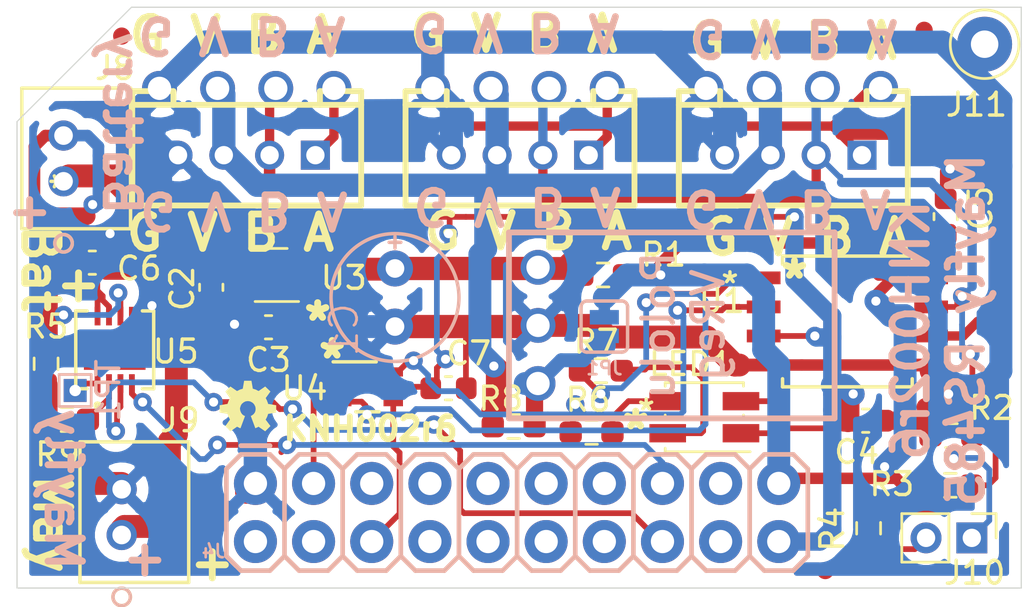
<source format=kicad_pcb>
(kicad_pcb (version 20171130) (host pcbnew "(5.1.9)-1")

  (general
    (thickness 1.6)
    (drawings 43)
    (tracks 507)
    (zones 0)
    (modules 40)
    (nets 36)
  )

  (page A)
  (layers
    (0 Top signal)
    (31 Bottom signal)
    (34 B.Paste user hide)
    (35 F.Paste user)
    (36 B.SilkS user)
    (37 F.SilkS user)
    (38 B.Mask user hide)
    (39 F.Mask user hide)
    (40 Dwgs.User user hide)
    (41 Cmts.User user hide)
    (44 Edge.Cuts user hide)
    (45 Margin user hide)
    (46 B.CrtYd user hide)
    (47 F.CrtYd user hide)
    (48 B.Fab user hide)
    (49 F.Fab user hide)
  )

  (setup
    (last_trace_width 0.25)
    (trace_clearance 0.1524)
    (zone_clearance 0.508)
    (zone_45_only no)
    (trace_min 0.2)
    (via_size 0.8)
    (via_drill 0.4)
    (via_min_size 0.4)
    (via_min_drill 0.3)
    (uvia_size 0.3)
    (uvia_drill 0.1)
    (uvias_allowed no)
    (uvia_min_size 0.2)
    (uvia_min_drill 0.1)
    (edge_width 0.05)
    (segment_width 0.2)
    (pcb_text_width 0.3)
    (pcb_text_size 1.5 1.5)
    (mod_edge_width 0.12)
    (mod_text_size 1 1)
    (mod_text_width 0.15)
    (pad_size 1.7526 2.6924)
    (pad_drill 0)
    (pad_to_mask_clearance 0)
    (pad_to_paste_clearance -0.0508)
    (aux_axis_origin 126.5681 117.6986)
    (grid_origin 127.8381 112.3646)
    (visible_elements 7FFFFF3F)
    (pcbplotparams
      (layerselection 0x010f8_ffffffff)
      (usegerberextensions true)
      (usegerberattributes true)
      (usegerberadvancedattributes true)
      (creategerberjobfile true)
      (excludeedgelayer true)
      (linewidth 0.100000)
      (plotframeref false)
      (viasonmask false)
      (mode 1)
      (useauxorigin false)
      (hpglpennumber 1)
      (hpglpenspeed 20)
      (hpglpendiameter 15.000000)
      (psnegative false)
      (psa4output false)
      (plotreference true)
      (plotvalue true)
      (plotinvisibletext false)
      (padsonsilk false)
      (subtractmaskfromsilk false)
      (outputformat 1)
      (mirror false)
      (drillshape 0)
      (scaleselection 1)
      (outputdirectory "gerber/"))
  )

  (net 0 "")
  (net 1 GND)
  (net 2 /12V)
  (net 3 /A+)
  (net 4 /B-)
  (net 5 "Net-(J4-Pad18)")
  (net 6 "Net-(J4-Pad14)")
  (net 7 "Net-(J4-Pad12)")
  (net 8 "Net-(J4-Pad10)")
  (net 9 "Net-(J4-Pad9)")
  (net 10 "Net-(J4-Pad8)")
  (net 11 "Net-(J4-Pad7)")
  (net 12 "Net-(J4-Pad5)")
  (net 13 /Vbstin)
  (net 14 /Vbat)
  (net 15 /SDA)
  (net 16 /SCL)
  (net 17 "Net-(U3-Pad6)")
  (net 18 /5Vsw)
  (net 19 /3Von)
  (net 20 +3V0)
  (net 21 /RXp)
  (net 22 /TXp)
  (net 23 /TXb)
  (net 24 /RXb)
  (net 25 /D4_AL)
  (net 26 "Net-(J10-Pad2)")
  (net 27 /LEDB)
  (net 28 "Net-(J4-Pad17)")
  (net 29 "Net-(J4-Pad13)")
  (net 30 "Net-(LED1-Pad2)")
  (net 31 "Net-(LED1-Pad4)")
  (net 32 "Net-(JP1-Pad1)")
  (net 33 /VbatGnd)
  (net 34 "Net-(R9-Pad2)")
  (net 35 "Net-(TP1-Pad1)")

  (net_class Default "This is the default net class."
    (clearance 0.1524)
    (trace_width 0.25)
    (via_dia 0.8)
    (via_drill 0.4)
    (uvia_dia 0.3)
    (uvia_drill 0.1)
    (add_net /3Von)
    (add_net /A+)
    (add_net /B-)
    (add_net /D4_AL)
    (add_net /LEDB)
    (add_net /RXb)
    (add_net /RXp)
    (add_net /SCL)
    (add_net /SDA)
    (add_net /TXb)
    (add_net /TXp)
    (add_net /VbatGnd)
    (add_net "Net-(J10-Pad2)")
    (add_net "Net-(J4-Pad10)")
    (add_net "Net-(J4-Pad12)")
    (add_net "Net-(J4-Pad13)")
    (add_net "Net-(J4-Pad14)")
    (add_net "Net-(J4-Pad17)")
    (add_net "Net-(J4-Pad18)")
    (add_net "Net-(J4-Pad5)")
    (add_net "Net-(J4-Pad7)")
    (add_net "Net-(J4-Pad8)")
    (add_net "Net-(J4-Pad9)")
    (add_net "Net-(JP1-Pad1)")
    (add_net "Net-(LED1-Pad2)")
    (add_net "Net-(LED1-Pad4)")
    (add_net "Net-(R9-Pad2)")
    (add_net "Net-(TP1-Pad1)")
    (add_net "Net-(U3-Pad6)")
  )

  (net_class Power ""
    (clearance 0.1524)
    (trace_width 1)
    (via_dia 0.8)
    (via_drill 0.4)
    (uvia_dia 0.3)
    (uvia_drill 0.1)
    (add_net +3V0)
    (add_net /12V)
    (add_net /5Vsw)
    (add_net /Vbat)
    (add_net /Vbstin)
    (add_net GND)
  )

  (net_class PwrMin ""
    (clearance 0.1524)
    (trace_width 0.5)
    (via_dia 0.8)
    (via_drill 0.4)
    (uvia_dia 0.3)
    (uvia_drill 0.1)
  )

  (module Fiducial:Fiducial_0.75mm_Mask1.5mm (layer Top) (tedit 60429118) (tstamp 603F08DD)
    (at 135.2041 114.6506)
    (descr "Circular Fiducial, 0.75mm bare copper, 1.5mm soldermask opening (Level B)")
    (tags fiducial)
    (attr smd)
    (fp_text reference REF** (at 0 -2) (layer F.SilkS) hide
      (effects (font (size 1 1) (thickness 0.15)))
    )
    (fp_text value Fiducial_0.75mm_Mask1.5mm (at 0 2) (layer F.Fab)
      (effects (font (size 1 1) (thickness 0.15)))
    )
    (fp_circle (center 0 0) (end 0.75 0) (layer F.Fab) (width 0.1))
    (fp_circle (center 0 0) (end 1 0) (layer F.CrtYd) (width 0.05))
    (fp_text user %R (at 0 0) (layer F.Fab)
      (effects (font (size 0.3 0.3) (thickness 0.05)))
    )
    (pad "" smd circle (at 0 0) (size 0.75 0.75) (layers Top F.Paste F.Mask)
      (solder_mask_margin 0.375) (clearance 0.375))
  )

  (module Fiducial:Fiducial_0.75mm_Mask1.5mm (layer Top) (tedit 604290D3) (tstamp 603F07D6)
    (at 166.1921 93.3146)
    (descr "Circular Fiducial, 0.75mm bare copper, 1.5mm soldermask opening (Level B)")
    (tags fiducial)
    (attr smd)
    (fp_text reference REF** (at 0 -2) (layer F.SilkS) hide
      (effects (font (size 1 1) (thickness 0.15)))
    )
    (fp_text value Fiducial_0.75mm_Mask1.5mm (at 0 2) (layer F.Fab)
      (effects (font (size 1 1) (thickness 0.15)))
    )
    (fp_circle (center 0 0) (end 0.75 0) (layer F.Fab) (width 0.1))
    (fp_circle (center 0 0) (end 1 0) (layer F.CrtYd) (width 0.05))
    (fp_text user %R (at 0 0) (layer F.Fab)
      (effects (font (size 0.3 0.3) (thickness 0.05)))
    )
    (pad "" smd circle (at 0 0) (size 0.75 0.75) (layers Top F.Paste F.Mask)
      (solder_mask_margin 0.375) (clearance 0.375))
  )

  (module Fiducial:Fiducial_0.75mm_Mask1.5mm (layer Top) (tedit 60429124) (tstamp 603F0FC6)
    (at 161.8741 116.9366)
    (descr "Circular Fiducial, 0.75mm bare copper, 1.5mm soldermask opening (Level B)")
    (tags fiducial)
    (attr smd)
    (fp_text reference REF** (at 0 -2) (layer F.SilkS) hide
      (effects (font (size 1 1) (thickness 0.15)))
    )
    (fp_text value Fiducial_0.75mm_Mask1.5mm (at 0 2) (layer F.Fab)
      (effects (font (size 1 1) (thickness 0.15)))
    )
    (fp_circle (center 0 0) (end 0.75 0) (layer F.Fab) (width 0.1))
    (fp_circle (center 0 0) (end 1 0) (layer F.CrtYd) (width 0.05))
    (fp_text user %R (at 0 0) (layer F.Fab)
      (effects (font (size 0.3 0.3) (thickness 0.05)))
    )
    (pad "" smd circle (at 0 0) (size 0.75 0.75) (layers Top F.Paste F.Mask)
      (solder_mask_margin 0.375) (clearance 0.375))
  )

  (module Fiducial:Fiducial_0.75mm_Mask1.5mm (layer Top) (tedit 604290E6) (tstamp 603F0F04)
    (at 131.1401 93.5686)
    (descr "Circular Fiducial, 0.75mm bare copper, 1.5mm soldermask opening (Level B)")
    (tags fiducial)
    (attr smd)
    (fp_text reference REF** (at 0 -2.032) (layer F.SilkS) hide
      (effects (font (size 1 1) (thickness 0.15)))
    )
    (fp_text value Fiducial_0.75mm_Mask1.5mm (at 0 2) (layer F.Fab)
      (effects (font (size 1 1) (thickness 0.15)))
    )
    (fp_circle (center 0 0) (end 0.75 0) (layer F.Fab) (width 0.1))
    (fp_circle (center 0 0) (end 1 0) (layer F.CrtYd) (width 0.05))
    (fp_text user %R (at 0 0) (layer F.Fab)
      (effects (font (size 0.3 0.3) (thickness 0.05)))
    )
    (pad "" smd circle (at 0 0) (size 0.75 0.75) (layers Top F.Paste F.Mask)
      (solder_mask_margin 0.375) (clearance 0.375))
  )

  (module TestPoint:TestPoint_THTPad_1.0x1.0mm_Drill0.5mm (layer Bottom) (tedit 5A0F774F) (tstamp 603F0A4E)
    (at 129.1081 109.0626 90)
    (descr "THT rectangular pad as test Point, square 1.0mm side length, hole diameter 0.5mm")
    (tags "test point THT pad rectangle square")
    (path /603E41A5)
    (attr virtual)
    (fp_text reference TP1 (at 0 1.448 90) (layer B.SilkS)
      (effects (font (size 1 1) (thickness 0.15)) (justify mirror))
    )
    (fp_text value TestPoint (at 0 -1.55 90) (layer B.Fab) hide
      (effects (font (size 1 1) (thickness 0.15)) (justify mirror))
    )
    (fp_line (start 1 -1) (end -1 -1) (layer B.CrtYd) (width 0.05))
    (fp_line (start 1 -1) (end 1 1) (layer B.CrtYd) (width 0.05))
    (fp_line (start -1 1) (end -1 -1) (layer B.CrtYd) (width 0.05))
    (fp_line (start -1 1) (end 1 1) (layer B.CrtYd) (width 0.05))
    (fp_line (start -0.7 -0.7) (end -0.7 0.7) (layer B.SilkS) (width 0.12))
    (fp_line (start 0.7 -0.7) (end -0.7 -0.7) (layer B.SilkS) (width 0.12))
    (fp_line (start 0.7 0.7) (end 0.7 -0.7) (layer B.SilkS) (width 0.12))
    (fp_line (start -0.7 0.7) (end 0.7 0.7) (layer B.SilkS) (width 0.12))
    (fp_text user %R (at 0 1.45 90) (layer B.Fab) hide
      (effects (font (size 1 1) (thickness 0.15)) (justify mirror))
    )
    (pad 1 thru_hole rect (at 0 0 90) (size 1 1) (drill 0.5) (layers *.Cu *.Mask)
      (net 35 "Net-(TP1-Pad1)"))
  )

  (module RS485_Mayfly:LED_Kingbright_APBD3224SURKCGKC-F01 (layer Top) (tedit 603E917A) (tstamp 601CDA57)
    (at 156.5909 110.231 180)
    (descr "Kingbright, dual LED, 3.2 x 2.4 mm SMD")
    (tags "dual led smd")
    (path /602B9A42)
    (attr smd)
    (fp_text reference LED1 (at 0.584 2.3256 180) (layer F.SilkS)
      (effects (font (size 1 1) (thickness 0.15)))
    )
    (fp_text value APBD3224SURKCGKC-F01 (at 0 2.5 180) (layer F.Fab)
      (effects (font (size 1 1) (thickness 0.15)))
    )
    (fp_line (start 1.71 -1.355) (end 1.71 -1.51) (layer F.SilkS) (width 0.12))
    (fp_line (start 1.71 -0.095) (end 1.71 0.095) (layer F.SilkS) (width 0.12))
    (fp_line (start -1.71 1.355) (end -1.71 1.51) (layer F.SilkS) (width 0.12))
    (fp_line (start -0.9 -1.4) (end -1.6 -0.7) (layer F.Fab) (width 0.1))
    (fp_line (start 2.25 -1.65) (end 2.25 1.65) (layer F.CrtYd) (width 0.05))
    (fp_line (start -2.25 -1.65) (end -2.25 1.65) (layer F.CrtYd) (width 0.05))
    (fp_line (start -2.25 1.65) (end 2.25 1.65) (layer F.CrtYd) (width 0.05))
    (fp_line (start -2.25 -1.65) (end 2.25 -1.65) (layer F.CrtYd) (width 0.05))
    (fp_line (start -1.71 -0.095) (end -1.71 0.095) (layer F.SilkS) (width 0.12))
    (fp_line (start 1.71 1.355) (end 1.71 1.51) (layer F.SilkS) (width 0.12))
    (fp_line (start -1.71 1.51) (end 1.71 1.51) (layer F.SilkS) (width 0.12))
    (fp_line (start -2 -1.51) (end 1.71 -1.51) (layer F.SilkS) (width 0.12))
    (fp_line (start -0.9 -1.4) (end 1.6 -1.4) (layer F.Fab) (width 0.1))
    (fp_line (start 1.6 -1.4) (end 1.6 1.4) (layer F.Fab) (width 0.1))
    (fp_line (start 1.6 1.4) (end -1.6 1.4) (layer F.Fab) (width 0.1))
    (fp_line (start -1.6 1.4) (end -1.6 -0.7) (layer F.Fab) (width 0.1))
    (fp_text user * (at 2.54 0.254 180) (layer F.SilkS)
      (effects (font (size 1 1) (thickness 0.15)))
    )
    (fp_text user %R (at 0 0 180) (layer F.Fab)
      (effects (font (size 0.8 0.8) (thickness 0.13)))
    )
    (pad 4 smd rect (at 1.6 -0.7 180) (size 1.6 0.8) (layers Top F.Paste F.Mask)
      (net 31 "Net-(LED1-Pad4)"))
    (pad 1 smd rect (at -1.6 0.7 180) (size 1.6 0.8) (layers Top F.Paste F.Mask)
      (net 20 +3V0))
    (pad 2 smd rect (at 1.6 0.7 180) (size 1.6 0.8) (layers Top F.Paste F.Mask)
      (net 30 "Net-(LED1-Pad2)"))
    (pad 3 smd rect (at -1.6 -0.7 180) (size 1.6 0.8) (layers Top F.Paste F.Mask)
      (net 20 +3V0))
    (model ${KISYS3DMOD}/LED_SMD.3dshapes/LED_Kingbright_AAA3528ESGCT.wrl
      (at (xyz 0 0 0))
      (scale (xyz 1 1 1))
      (rotate (xyz 0 0 0))
    )
  )

  (module Resistor_SMD:R_0603_1608Metric_Pad0.98x0.95mm_HandSolder (layer Top) (tedit 5F68FEEE) (tstamp 603C678F)
    (at 128.7506 110.3326)
    (descr "Resistor SMD 0603 (1608 Metric), square (rectangular) end terminal, IPC_7351 nominal with elongated pad for handsoldering. (Body size source: IPC-SM-782 page 72, https://www.pcb-3d.com/wordpress/wp-content/uploads/ipc-sm-782a_amendment_1_and_2.pdf), generated with kicad-footprint-generator")
    (tags "resistor handsolder")
    (path /603D158D)
    (attr smd)
    (fp_text reference R9 (at -0.4045 1.524) (layer F.SilkS)
      (effects (font (size 1 1) (thickness 0.15)))
    )
    (fp_text value 649R (at 0 1.43) (layer F.Fab)
      (effects (font (size 1 1) (thickness 0.15)))
    )
    (fp_line (start 1.65 0.73) (end -1.65 0.73) (layer F.CrtYd) (width 0.05))
    (fp_line (start 1.65 -0.73) (end 1.65 0.73) (layer F.CrtYd) (width 0.05))
    (fp_line (start -1.65 -0.73) (end 1.65 -0.73) (layer F.CrtYd) (width 0.05))
    (fp_line (start -1.65 0.73) (end -1.65 -0.73) (layer F.CrtYd) (width 0.05))
    (fp_line (start -0.254724 0.5225) (end 0.254724 0.5225) (layer F.SilkS) (width 0.12))
    (fp_line (start -0.254724 -0.5225) (end 0.254724 -0.5225) (layer F.SilkS) (width 0.12))
    (fp_line (start 0.8 0.4125) (end -0.8 0.4125) (layer F.Fab) (width 0.1))
    (fp_line (start 0.8 -0.4125) (end 0.8 0.4125) (layer F.Fab) (width 0.1))
    (fp_line (start -0.8 -0.4125) (end 0.8 -0.4125) (layer F.Fab) (width 0.1))
    (fp_line (start -0.8 0.4125) (end -0.8 -0.4125) (layer F.Fab) (width 0.1))
    (fp_text user %R (at 0 0) (layer F.Fab)
      (effects (font (size 0.4 0.4) (thickness 0.06)))
    )
    (pad 2 smd roundrect (at 0.9125 0) (size 0.975 0.95) (layers Top F.Paste F.Mask) (roundrect_rratio 0.25)
      (net 34 "Net-(R9-Pad2)"))
    (pad 1 smd roundrect (at -0.9125 0) (size 0.975 0.95) (layers Top F.Paste F.Mask) (roundrect_rratio 0.25)
      (net 1 GND))
    (model ${KISYS3DMOD}/Resistor_SMD.3dshapes/R_0603_1608Metric.wrl
      (at (xyz 0 0 0))
      (scale (xyz 1 1 1))
      (rotate (xyz 0 0 0))
    )
  )

  (module RS485_Mayfly:DFN8_3X3X1_STM (layer Top) (tedit 605004EA) (tstamp 602505D8)
    (at 130.8353 107.2846 90)
    (path /6024D1E4)
    (attr smd)
    (fp_text reference U5 (at -0.0762 2.667 180) (layer F.SilkS)
      (effects (font (size 1 1) (thickness 0.15)))
    )
    (fp_text value STC3100IQT (at 0 0 90) (layer F.SilkS) hide
      (effects (font (size 1 1) (thickness 0.15)))
    )
    (fp_circle (center -1.0668 -0.75) (end -0.9906 -0.75) (layer F.Fab) (width 0.1524))
    (fp_circle (center -2.4304 -0.75) (end -2.3288 -0.75) (layer F.SilkS) (width 0.1524))
    (fp_line (start -1.8288 1.131) (end -2.1336 1.131) (layer F.CrtYd) (width 0.1524))
    (fp_line (start -1.8288 1.8288) (end -1.8288 1.131) (layer F.CrtYd) (width 0.1524))
    (fp_line (start 1.8288 1.8288) (end -1.8288 1.8288) (layer F.CrtYd) (width 0.1524))
    (fp_line (start 1.8288 1.131) (end 1.8288 1.8288) (layer F.CrtYd) (width 0.1524))
    (fp_line (start 2.1336 1.131) (end 1.8288 1.131) (layer F.CrtYd) (width 0.1524))
    (fp_line (start 2.1336 -1.131) (end 2.1336 1.131) (layer F.CrtYd) (width 0.1524))
    (fp_line (start 1.8288 -1.131) (end 2.1336 -1.131) (layer F.CrtYd) (width 0.1524))
    (fp_line (start 1.8288 -1.8288) (end 1.8288 -1.131) (layer F.CrtYd) (width 0.1524))
    (fp_line (start -1.8288 -1.8288) (end 1.8288 -1.8288) (layer F.CrtYd) (width 0.1524))
    (fp_line (start -1.8288 -1.131) (end -1.8288 -1.8288) (layer F.CrtYd) (width 0.1524))
    (fp_line (start -2.1336 -1.131) (end -1.8288 -1.131) (layer F.CrtYd) (width 0.1524))
    (fp_line (start -2.1336 1.131) (end -2.1336 -1.131) (layer F.CrtYd) (width 0.1524))
    (fp_line (start 1.7018 -1.209741) (end 1.7018 -1.7018) (layer F.SilkS) (width 0.1524))
    (fp_line (start -1.7018 1.209741) (end -1.7018 1.7018) (layer F.SilkS) (width 0.1524))
    (fp_line (start -1.5748 -1.5748) (end -1.5748 1.5748) (layer F.Fab) (width 0.1524))
    (fp_line (start 1.5748 -1.5748) (end -1.5748 -1.5748) (layer F.Fab) (width 0.1524))
    (fp_line (start 1.5748 1.5748) (end 1.5748 -1.5748) (layer F.Fab) (width 0.1524))
    (fp_line (start -1.5748 1.5748) (end 1.5748 1.5748) (layer F.Fab) (width 0.1524))
    (fp_line (start -1.7018 -1.7018) (end -1.7018 -1.209741) (layer F.SilkS) (width 0.1524))
    (fp_line (start 1.7018 -1.7018) (end -1.7018 -1.7018) (layer F.SilkS) (width 0.1524))
    (fp_line (start 1.7018 1.7018) (end 1.7018 1.209741) (layer F.SilkS) (width 0.1524))
    (fp_line (start -1.7018 1.7018) (end 1.7018 1.7018) (layer F.SilkS) (width 0.1524))
    (fp_arc (start 0 -1.5748) (end 0.3048 -1.5748) (angle 180) (layer F.Fab) (width 0.1524))
    (fp_text user 0.069in/1.753mm (at 0 4.6228 90) (layer Dwgs.User) hide
      (effects (font (size 1 1) (thickness 0.15)))
    )
    (fp_text user 0.106in/2.692mm (at 3.9878 0 90) (layer Dwgs.User) hide
      (effects (font (size 1 1) (thickness 0.15)))
    )
    (fp_text user 0.032in/0.813mm (at -1.4732 3.3528 90) (layer Dwgs.User) hide
      (effects (font (size 1 1) (thickness 0.15)))
    )
    (fp_text user 0.116in/2.946mm (at 0 -3.9878 90) (layer Dwgs.User) hide
      (effects (font (size 1 1) (thickness 0.15)))
    )
    (fp_text user 0.01in/0.254mm (at 4.5212 -0.75 90) (layer Dwgs.User) hide
      (effects (font (size 1 1) (thickness 0.15)))
    )
    (fp_text user 0.02in/0.5mm (at -4.5212 -0.5 90) (layer Dwgs.User) hide
      (effects (font (size 1 1) (thickness 0.15)))
    )
    (fp_text user * (at 0 0 90) (layer F.Fab) hide
      (effects (font (size 1 1) (thickness 0.15)))
    )
    (fp_text user * (at 0 0 90) (layer F.SilkS) hide
      (effects (font (size 1 1) (thickness 0.15)))
    )
    (fp_text user "Copyright 2016 Accelerated Designs. All rights reserved." (at 0 0 90) (layer Cmts.User) hide
      (effects (font (size 0.127 0.127) (thickness 0.002)))
    )
    (pad 9 smd rect (at 0 0 90) (size 1.7526 2.6924) (layers Top F.Paste F.Mask)
      (solder_paste_margin_ratio -0.25))
    (pad 8 smd rect (at 1.4732 -0.750001 90) (size 0.8128 0.254) (layers Top F.Paste F.Mask)
      (net 14 /Vbat))
    (pad 7 smd rect (at 1.4732 -0.25 90) (size 0.8128 0.254) (layers Top F.Paste F.Mask)
      (net 14 /Vbat))
    (pad 6 smd rect (at 1.4732 0.25 90) (size 0.8128 0.254) (layers Top F.Paste F.Mask)
      (net 33 /VbatGnd))
    (pad 5 smd rect (at 1.4732 0.750001 90) (size 0.8128 0.254) (layers Top F.Paste F.Mask)
      (net 1 GND))
    (pad 4 smd rect (at -1.4732 0.750001 90) (size 0.8128 0.254) (layers Top F.Paste F.Mask)
      (net 16 /SCL))
    (pad 3 smd rect (at -1.4732 0.25 90) (size 0.8128 0.254) (layers Top F.Paste F.Mask)
      (net 15 /SDA))
    (pad 2 smd rect (at -1.4732 -0.25 90) (size 0.8128 0.254) (layers Top F.Paste F.Mask)
      (net 34 "Net-(R9-Pad2)"))
    (pad 1 smd rect (at -1.4732 -0.750001 90) (size 0.8128 0.254) (layers Top F.Paste F.Mask)
      (net 35 "Net-(TP1-Pad1)"))
  )

  (module Resistor_SMD:R_0603_1608Metric_Pad0.98x0.95mm_HandSolder (layer Top) (tedit 5F68FEEE) (tstamp 6024BA67)
    (at 127.8381 107.8961 90)
    (descr "Resistor SMD 0603 (1608 Metric), square (rectangular) end terminal, IPC_7351 nominal with elongated pad for handsoldering. (Body size source: IPC-SM-782 page 72, https://www.pcb-3d.com/wordpress/wp-content/uploads/ipc-sm-782a_amendment_1_and_2.pdf), generated with kicad-footprint-generator")
    (tags "resistor handsolder")
    (path /6025434B)
    (attr smd)
    (fp_text reference R5 (at 1.6275 0) (layer F.SilkS)
      (effects (font (size 1 1) (thickness 0.15)))
    )
    (fp_text value 30mOhm (at 0 1.43 90) (layer F.Fab)
      (effects (font (size 1 1) (thickness 0.15)))
    )
    (fp_line (start -0.8 0.4125) (end -0.8 -0.4125) (layer F.Fab) (width 0.1))
    (fp_line (start -0.8 -0.4125) (end 0.8 -0.4125) (layer F.Fab) (width 0.1))
    (fp_line (start 0.8 -0.4125) (end 0.8 0.4125) (layer F.Fab) (width 0.1))
    (fp_line (start 0.8 0.4125) (end -0.8 0.4125) (layer F.Fab) (width 0.1))
    (fp_line (start -0.254724 -0.5225) (end 0.254724 -0.5225) (layer F.SilkS) (width 0.12))
    (fp_line (start -0.254724 0.5225) (end 0.254724 0.5225) (layer F.SilkS) (width 0.12))
    (fp_line (start -1.65 0.73) (end -1.65 -0.73) (layer F.CrtYd) (width 0.05))
    (fp_line (start -1.65 -0.73) (end 1.65 -0.73) (layer F.CrtYd) (width 0.05))
    (fp_line (start 1.65 -0.73) (end 1.65 0.73) (layer F.CrtYd) (width 0.05))
    (fp_line (start 1.65 0.73) (end -1.65 0.73) (layer F.CrtYd) (width 0.05))
    (fp_text user %R (at 0 0 90) (layer F.Fab)
      (effects (font (size 0.4 0.4) (thickness 0.06)))
    )
    (pad 2 smd roundrect (at 0.9125 0 90) (size 0.975 0.95) (layers Top F.Paste F.Mask) (roundrect_rratio 0.25)
      (net 33 /VbatGnd))
    (pad 1 smd roundrect (at -0.9125 0 90) (size 0.975 0.95) (layers Top F.Paste F.Mask) (roundrect_rratio 0.25)
      (net 1 GND))
    (model ${KISYS3DMOD}/Resistor_SMD.3dshapes/R_0603_1608Metric.wrl
      (at (xyz 0 0 0))
      (scale (xyz 1 1 1))
      (rotate (xyz 0 0 0))
    )
  )

  (module Resistor_SMD:R_0603_1608Metric_Pad0.98x0.95mm_HandSolder (layer Top) (tedit 5F68FEEE) (tstamp 601D98A2)
    (at 148.2616 110.6374)
    (descr "Resistor SMD 0603 (1608 Metric), square (rectangular) end terminal, IPC_7351 nominal with elongated pad for handsoldering. (Body size source: IPC-SM-782 page 72, https://www.pcb-3d.com/wordpress/wp-content/uploads/ipc-sm-782a_amendment_1_and_2.pdf), generated with kicad-footprint-generator")
    (tags "resistor handsolder")
    (path /6020B7BB)
    (attr smd)
    (fp_text reference R8 (at -0.5607 -1.2192) (layer F.SilkS)
      (effects (font (size 1 1) (thickness 0.15)))
    )
    (fp_text value "Fuse 100/250mA" (at 0 1.43) (layer F.Fab)
      (effects (font (size 1 1) (thickness 0.15)))
    )
    (fp_line (start 1.65 0.73) (end -1.65 0.73) (layer F.CrtYd) (width 0.05))
    (fp_line (start 1.65 -0.73) (end 1.65 0.73) (layer F.CrtYd) (width 0.05))
    (fp_line (start -1.65 -0.73) (end 1.65 -0.73) (layer F.CrtYd) (width 0.05))
    (fp_line (start -1.65 0.73) (end -1.65 -0.73) (layer F.CrtYd) (width 0.05))
    (fp_line (start -0.254724 0.5225) (end 0.254724 0.5225) (layer F.SilkS) (width 0.12))
    (fp_line (start -0.254724 -0.5225) (end 0.254724 -0.5225) (layer F.SilkS) (width 0.12))
    (fp_line (start 0.8 0.4125) (end -0.8 0.4125) (layer F.Fab) (width 0.1))
    (fp_line (start 0.8 -0.4125) (end 0.8 0.4125) (layer F.Fab) (width 0.1))
    (fp_line (start -0.8 -0.4125) (end 0.8 -0.4125) (layer F.Fab) (width 0.1))
    (fp_line (start -0.8 0.4125) (end -0.8 -0.4125) (layer F.Fab) (width 0.1))
    (fp_text user %R (at 0 0) (layer F.Fab)
      (effects (font (size 0.4 0.4) (thickness 0.06)))
    )
    (pad 2 smd roundrect (at 0.9125 0) (size 0.975 0.95) (layers Top F.Paste F.Mask) (roundrect_rratio 0.25)
      (net 32 "Net-(JP1-Pad1)"))
    (pad 1 smd roundrect (at -0.9125 0) (size 0.975 0.95) (layers Top F.Paste F.Mask) (roundrect_rratio 0.25)
      (net 2 /12V))
    (model ${KISYS3DMOD}/Resistor_SMD.3dshapes/R_0603_1608Metric.wrl
      (at (xyz 0 0 0))
      (scale (xyz 1 1 1))
      (rotate (xyz 0 0 0))
    )
  )

  (module RS485_Mayfly:POLOLU_REG (layer Bottom) (tedit 0) (tstamp 601C9A17)
    (at 149.3265 106.2178 90)
    (path /92F3DB86)
    (fp_text reference U2 (at 0 0 270) (layer B.SilkS) hide
      (effects (font (size 1.27 1.27) (thickness 0.15)) (justify mirror))
    )
    (fp_text value "12v Boost" (at 0 0 270) (layer B.SilkS) hide
      (effects (font (size 1.27 1.27) (thickness 0.15)) (justify mirror))
    )
    (fp_line (start -4.064 12.954) (end -4.064 -1.27) (layer B.SilkS) (width 0.254))
    (fp_line (start -4.064 -1.27) (end 4.064 -1.27) (layer B.SilkS) (width 0.254))
    (fp_line (start 4.064 -1.27) (end 4.064 12.954) (layer B.SilkS) (width 0.254))
    (fp_line (start 4.064 12.954) (end -4.064 12.954) (layer B.SilkS) (width 0.254))
    (fp_text user "Pololu\nVReg" (at 0 6.35 270) (layer B.SilkS)
      (effects (font (size 1.35128 1.35128) (thickness 0.21336)) (justify mirror))
    )
    (pad VOUT thru_hole circle (at -2.54 0 90) (size 1.524 1.524) (drill 1.016) (layers *.Cu *.Mask)
      (net 32 "Net-(JP1-Pad1)") (solder_mask_margin 0.1016))
    (pad GND thru_hole circle (at 0 0 90) (size 1.524 1.524) (drill 1.016) (layers *.Cu *.Mask)
      (net 1 GND) (solder_mask_margin 0.1016))
    (pad VIN thru_hole circle (at 2.54 0 90) (size 1.524 1.524) (drill 1.016) (layers *.Cu *.Mask)
      (net 13 /Vbstin) (solder_mask_margin 0.1016))
  )

  (module RS485_Mayfly:2.0_1X4 (layer Top) (tedit 0) (tstamp 5F8772E1)
    (at 136.6011 98.7756 180)
    (path /449C7C68)
    (fp_text reference J1 (at -5.3214 -0.7924) (layer F.Mask)
      (effects (font (size 0.77216 0.77216) (thickness 0.077216)) (justify left bottom))
    )
    (fp_text value TWIG-2.0-DIP (at -1.7019 -1.9354 180) (layer F.Fab) hide
      (effects (font (size 0.77216 0.77216) (thickness 0.08128)) (justify right top))
    )
    (fp_line (start -5 -1) (end -5 1) (layer F.SilkS) (width 0.127))
    (fp_line (start 5 -1.5) (end 5 1.5) (layer F.SilkS) (width 0.254))
    (fp_line (start -5 -2.2) (end -5 2.2) (layer F.SilkS) (width 0.254))
    (fp_line (start -5 2.2) (end -3.2 2.2) (layer F.SilkS) (width 0.254))
    (fp_line (start 5 2.2) (end 5 -2.2) (layer F.SilkS) (width 0.254))
    (fp_line (start -5 -2.2) (end 5 -2.2) (layer F.SilkS) (width 0.254))
    (fp_line (start -5 2.2) (end -5 2.8) (layer F.SilkS) (width 0.254))
    (fp_line (start -5 2.8) (end -3.2 2.8) (layer F.SilkS) (width 0.254))
    (fp_line (start -3.2 2.8) (end -3.2 2.2) (layer F.SilkS) (width 0.254))
    (fp_line (start -3.2 2.2) (end 3.2 2.2) (layer F.SilkS) (width 0.254))
    (fp_line (start 3.2 2.2) (end 5 2.2) (layer F.SilkS) (width 0.254))
    (fp_line (start 3.2 2.2) (end 3.2 2.8) (layer F.SilkS) (width 0.254))
    (fp_line (start 3.2 2.8) (end 5 2.8) (layer F.SilkS) (width 0.254))
    (fp_line (start 5 2.8) (end 5 2.2) (layer F.SilkS) (width 0.254))
    (fp_line (start -5 -2.2) (end 5 -2.2) (layer Dwgs.User) (width 0.254))
    (fp_line (start 5 -2.2) (end 5 2.8) (layer Dwgs.User) (width 0.254))
    (fp_line (start -5 2.8) (end -5 -2.2) (layer Dwgs.User) (width 0.254))
    (fp_line (start -4.953 2.794) (end -3.175 2.794) (layer Dwgs.User) (width 0.254))
    (fp_line (start -3.175 2.794) (end -3.175 2.159) (layer Dwgs.User) (width 0.254))
    (fp_line (start -3.175 2.159) (end -1.778 2.159) (layer Dwgs.User) (width 0.254))
    (fp_line (start -1.778 2.159) (end -1.778 4.191) (layer Dwgs.User) (width 0.254))
    (fp_line (start -1.778 4.191) (end 1.778 4.191) (layer Dwgs.User) (width 0.254))
    (fp_line (start 1.778 4.191) (end 1.778 2.159) (layer Dwgs.User) (width 0.254))
    (fp_line (start 1.778 2.159) (end 3.175 2.159) (layer Dwgs.User) (width 0.254))
    (fp_line (start 3.175 2.159) (end 3.175 2.794) (layer Dwgs.User) (width 0.254))
    (fp_line (start 3.175 2.794) (end 4.953 2.794) (layer Dwgs.User) (width 0.254))
    (pad 4 thru_hole circle (at 3 0 180) (size 1.27 1.27) (drill 0.8) (layers *.Cu *.Mask)
      (net 1 GND) (solder_mask_margin 0.1016))
    (pad 3 thru_hole circle (at 1 0 180) (size 1.27 1.27) (drill 0.8) (layers *.Cu *.Mask)
      (net 2 /12V) (solder_mask_margin 0.1016))
    (pad 2 thru_hole circle (at -1 0 180) (size 1.27 1.27) (drill 0.8) (layers *.Cu *.Mask)
      (net 4 /B-) (solder_mask_margin 0.1016))
    (pad 1 thru_hole rect (at -3 0 180) (size 1.27 1.27) (drill 0.8) (layers *.Cu *.Mask)
      (net 3 /A+) (solder_mask_margin 0.1016))
  )

  (module Resistor_SMD:R_0603_1608Metric_Pad0.98x0.95mm_HandSolder (layer Top) (tedit 5F68FEEE) (tstamp 5FC1FF2E)
    (at 152.0697 108.199)
    (descr "Resistor SMD 0603 (1608 Metric), square (rectangular) end terminal, IPC_7351 nominal with elongated pad for handsoldering. (Body size source: IPC-SM-782 page 72, https://www.pcb-3d.com/wordpress/wp-content/uploads/ipc-sm-782a_amendment_1_and_2.pdf), generated with kicad-footprint-generator")
    (tags "resistor handsolder")
    (path /5FCEC91B)
    (attr smd)
    (fp_text reference R7 (at -0.2051 -1.27) (layer F.SilkS)
      (effects (font (size 1 1) (thickness 0.15)))
    )
    (fp_text value 62R (at 0 1.43) (layer F.Fab)
      (effects (font (size 1 1) (thickness 0.15)))
    )
    (fp_line (start -0.8 0.4125) (end -0.8 -0.4125) (layer F.Fab) (width 0.1))
    (fp_line (start -0.8 -0.4125) (end 0.8 -0.4125) (layer F.Fab) (width 0.1))
    (fp_line (start 0.8 -0.4125) (end 0.8 0.4125) (layer F.Fab) (width 0.1))
    (fp_line (start 0.8 0.4125) (end -0.8 0.4125) (layer F.Fab) (width 0.1))
    (fp_line (start -0.254724 -0.5225) (end 0.254724 -0.5225) (layer F.SilkS) (width 0.12))
    (fp_line (start -0.254724 0.5225) (end 0.254724 0.5225) (layer F.SilkS) (width 0.12))
    (fp_line (start -1.65 0.73) (end -1.65 -0.73) (layer F.CrtYd) (width 0.05))
    (fp_line (start -1.65 -0.73) (end 1.65 -0.73) (layer F.CrtYd) (width 0.05))
    (fp_line (start 1.65 -0.73) (end 1.65 0.73) (layer F.CrtYd) (width 0.05))
    (fp_line (start 1.65 0.73) (end -1.65 0.73) (layer F.CrtYd) (width 0.05))
    (fp_text user %R (at 0 0) (layer F.Fab)
      (effects (font (size 0.4 0.4) (thickness 0.06)))
    )
    (pad 2 smd roundrect (at 0.9125 0) (size 0.975 0.95) (layers Top F.Paste F.Mask) (roundrect_rratio 0.25)
      (net 31 "Net-(LED1-Pad4)"))
    (pad 1 smd roundrect (at -0.9125 0) (size 0.975 0.95) (layers Top F.Paste F.Mask) (roundrect_rratio 0.25)
      (net 24 /RXb))
    (model ${KISYS3DMOD}/Resistor_SMD.3dshapes/R_0603_1608Metric.wrl
      (at (xyz 0 0 0))
      (scale (xyz 1 1 1))
      (rotate (xyz 0 0 0))
    )
  )

  (module Resistor_SMD:R_0603_1608Metric_Pad0.98x0.95mm_HandSolder (layer Top) (tedit 5F68FEEE) (tstamp 5FC1D1AB)
    (at 151.6652 110.8914)
    (descr "Resistor SMD 0603 (1608 Metric), square (rectangular) end terminal, IPC_7351 nominal with elongated pad for handsoldering. (Body size source: IPC-SM-782 page 72, https://www.pcb-3d.com/wordpress/wp-content/uploads/ipc-sm-782a_amendment_1_and_2.pdf), generated with kicad-footprint-generator")
    (tags "resistor handsolder")
    (path /5FC3EF21)
    (attr smd)
    (fp_text reference R6 (at -0.1543 -1.4224) (layer F.SilkS)
      (effects (font (size 1 1) (thickness 0.15)))
    )
    (fp_text value 120R (at 0 1.43) (layer F.Fab)
      (effects (font (size 1 1) (thickness 0.15)))
    )
    (fp_line (start -0.8 0.4125) (end -0.8 -0.4125) (layer F.Fab) (width 0.1))
    (fp_line (start -0.8 -0.4125) (end 0.8 -0.4125) (layer F.Fab) (width 0.1))
    (fp_line (start 0.8 -0.4125) (end 0.8 0.4125) (layer F.Fab) (width 0.1))
    (fp_line (start 0.8 0.4125) (end -0.8 0.4125) (layer F.Fab) (width 0.1))
    (fp_line (start -0.254724 -0.5225) (end 0.254724 -0.5225) (layer F.SilkS) (width 0.12))
    (fp_line (start -0.254724 0.5225) (end 0.254724 0.5225) (layer F.SilkS) (width 0.12))
    (fp_line (start -1.65 0.73) (end -1.65 -0.73) (layer F.CrtYd) (width 0.05))
    (fp_line (start -1.65 -0.73) (end 1.65 -0.73) (layer F.CrtYd) (width 0.05))
    (fp_line (start 1.65 -0.73) (end 1.65 0.73) (layer F.CrtYd) (width 0.05))
    (fp_line (start 1.65 0.73) (end -1.65 0.73) (layer F.CrtYd) (width 0.05))
    (fp_text user %R (at 0 0) (layer F.Fab)
      (effects (font (size 0.4 0.4) (thickness 0.06)))
    )
    (pad 2 smd roundrect (at 0.9125 0) (size 0.975 0.95) (layers Top F.Paste F.Mask) (roundrect_rratio 0.25)
      (net 30 "Net-(LED1-Pad2)"))
    (pad 1 smd roundrect (at -0.9125 0) (size 0.975 0.95) (layers Top F.Paste F.Mask) (roundrect_rratio 0.25)
      (net 23 /TXb))
    (model ${KISYS3DMOD}/Resistor_SMD.3dshapes/R_0603_1608Metric.wrl
      (at (xyz 0 0 0))
      (scale (xyz 1 1 1))
      (rotate (xyz 0 0 0))
    )
  )

  (module Connector_PinHeader_2.00mm:PinHeader_1x02_P2.00mm_Vertical (layer Top) (tedit 5FC4524B) (tstamp 5FC282B7)
    (at 168.275 115.5065 270)
    (descr "Through hole straight pin header, 1x02, 2.00mm pitch, single row")
    (tags "Through hole pin header THT 1x02 2.00mm single row")
    (path /6017A9BE)
    (fp_text reference J10 (at 1.524 -0.127 180) (layer F.SilkS)
      (effects (font (size 1 1) (thickness 0.15)))
    )
    (fp_text value "2mm jumper" (at 0 4.06 90) (layer F.Fab)
      (effects (font (size 1 1) (thickness 0.15)))
    )
    (fp_line (start -0.5 -1) (end 1 -1) (layer F.Fab) (width 0.1))
    (fp_line (start 1 -1) (end 1 3) (layer F.Fab) (width 0.1))
    (fp_line (start 1 3) (end -1 3) (layer F.Fab) (width 0.1))
    (fp_line (start -1 3) (end -1 -0.5) (layer F.Fab) (width 0.1))
    (fp_line (start -1 -0.5) (end -0.5 -1) (layer F.Fab) (width 0.1))
    (fp_line (start -1.06 3.06) (end 1.06 3.06) (layer F.SilkS) (width 0.12))
    (fp_line (start -1.06 1) (end -1.06 3.06) (layer F.SilkS) (width 0.12))
    (fp_line (start 1.06 1) (end 1.06 3.06) (layer F.SilkS) (width 0.12))
    (fp_line (start -1.06 1) (end 1.06 1) (layer F.SilkS) (width 0.12))
    (fp_line (start -1.06 0) (end -1.06 -1.06) (layer F.SilkS) (width 0.12))
    (fp_line (start -1.06 -1.06) (end 0 -1.06) (layer F.SilkS) (width 0.12))
    (fp_line (start -1.5 -1.5) (end -1.5 3.5) (layer F.CrtYd) (width 0.05))
    (fp_line (start -1.5 3.5) (end 1.5 3.5) (layer F.CrtYd) (width 0.05))
    (fp_line (start 1.5 3.5) (end 1.5 -1.5) (layer F.CrtYd) (width 0.05))
    (fp_line (start 1.5 -1.5) (end -1.5 -1.5) (layer F.CrtYd) (width 0.05))
    (fp_text user %R (at 0 1) (layer F.Fab)
      (effects (font (size 1 1) (thickness 0.15)))
    )
    (pad 2 thru_hole oval (at 0 2 270) (size 1.35 1.35) (drill 0.8) (layers *.Cu *.Mask)
      (net 26 "Net-(J10-Pad2)"))
    (pad 1 thru_hole rect (at 0 0 270) (size 1.35 1.35) (drill 0.8) (layers *.Cu *.Mask)
      (net 4 /B-))
    (model ${KISYS3DMOD}/Connector_PinHeader_2.00mm.3dshapes/PinHeader_1x02_P2.00mm_Vertical.wrl
      (at (xyz 0 0 0))
      (scale (xyz 1 1 1))
      (rotate (xyz 0 0 0))
    )
  )

  (module Capacitor_SMD:C_0603_1608Metric (layer Top) (tedit 5F68FEEE) (tstamp 5FC24183)
    (at 145.415 108.966 180)
    (descr "Capacitor SMD 0603 (1608 Metric), square (rectangular) end terminal, IPC_7351 nominal, (Body size source: IPC-SM-782 page 76, https://www.pcb-3d.com/wordpress/wp-content/uploads/ipc-sm-782a_amendment_1_and_2.pdf), generated with kicad-footprint-generator")
    (tags capacitor)
    (path /5FECEE3B)
    (attr smd)
    (fp_text reference C7 (at -0.889 1.524) (layer F.SilkS)
      (effects (font (size 1 1) (thickness 0.15)))
    )
    (fp_text value u1F/0603 (at 0 1.43) (layer F.Fab)
      (effects (font (size 1 1) (thickness 0.15)))
    )
    (fp_line (start 1.48 0.73) (end -1.48 0.73) (layer F.CrtYd) (width 0.05))
    (fp_line (start 1.48 -0.73) (end 1.48 0.73) (layer F.CrtYd) (width 0.05))
    (fp_line (start -1.48 -0.73) (end 1.48 -0.73) (layer F.CrtYd) (width 0.05))
    (fp_line (start -1.48 0.73) (end -1.48 -0.73) (layer F.CrtYd) (width 0.05))
    (fp_line (start -0.14058 0.51) (end 0.14058 0.51) (layer F.SilkS) (width 0.12))
    (fp_line (start -0.14058 -0.51) (end 0.14058 -0.51) (layer F.SilkS) (width 0.12))
    (fp_line (start 0.8 0.4) (end -0.8 0.4) (layer F.Fab) (width 0.1))
    (fp_line (start 0.8 -0.4) (end 0.8 0.4) (layer F.Fab) (width 0.1))
    (fp_line (start -0.8 -0.4) (end 0.8 -0.4) (layer F.Fab) (width 0.1))
    (fp_line (start -0.8 0.4) (end -0.8 -0.4) (layer F.Fab) (width 0.1))
    (fp_text user %R (at 0 0) (layer F.Fab)
      (effects (font (size 0.4 0.4) (thickness 0.06)))
    )
    (pad 2 smd roundrect (at 0.775 0 180) (size 0.9 0.95) (layers Top F.Paste F.Mask) (roundrect_rratio 0.25)
      (net 20 +3V0))
    (pad 1 smd roundrect (at -0.775 0 180) (size 0.9 0.95) (layers Top F.Paste F.Mask) (roundrect_rratio 0.25)
      (net 1 GND))
    (model ${KISYS3DMOD}/Capacitor_SMD.3dshapes/C_0603_1608Metric.wrl
      (at (xyz 0 0 0))
      (scale (xyz 1 1 1))
      (rotate (xyz 0 0 0))
    )
  )

  (module "RS485_Mayfly:SC-70-6_DCK(R-PDSO-G6)" (layer Top) (tedit 0) (tstamp 5FC202E8)
    (at 141.876998 108.9025)
    (path /5FB8D020)
    (attr smd)
    (fp_text reference U4 (at -2.748498 0.0635) (layer F.SilkS)
      (effects (font (size 1 1) (thickness 0.15)))
    )
    (fp_text value SN74LVC2G34DCK3 (at 0 0) (layer F.SilkS) hide
      (effects (font (size 1 1) (thickness 0.15)))
    )
    (fp_line (start 0.606984 -0.762) (end 0.606984 -0.974496) (layer F.Fab) (width 0.1524))
    (fp_line (start 0.606984 -0.111989) (end 0.606984 -0.537007) (layer F.Fab) (width 0.1524))
    (fp_line (start 0.606984 0.537997) (end 0.606984 0.113005) (layer F.Fab) (width 0.1524))
    (fp_line (start 0.606984 0.975512) (end 0.606984 0.763016) (layer F.Fab) (width 0.1524))
    (fp_line (start 0.621995 -0.762) (end 0.621995 -0.99949) (layer F.Fab) (width 0.1524))
    (fp_line (start 0.621995 -0.111989) (end 0.621995 -0.537007) (layer F.Fab) (width 0.1524))
    (fp_line (start 0.621995 0.537997) (end 0.621995 0.113005) (layer F.Fab) (width 0.1524))
    (fp_line (start 0.621995 1.000506) (end 0.621995 0.763016) (layer F.Fab) (width 0.1524))
    (fp_line (start -0.613004 0.975512) (end 0.606984 0.975512) (layer F.Fab) (width 0.1524))
    (fp_line (start -0.613004 -0.762) (end -0.613004 -0.974496) (layer F.Fab) (width 0.1524))
    (fp_line (start -0.613004 -0.111989) (end -0.613004 -0.537007) (layer F.Fab) (width 0.1524))
    (fp_line (start -0.613004 0.537997) (end -0.613004 0.113005) (layer F.Fab) (width 0.1524))
    (fp_line (start -0.613004 0.975512) (end -0.613004 0.763016) (layer F.Fab) (width 0.1524))
    (fp_line (start -0.628015 -0.762) (end -0.628015 -0.99949) (layer F.Fab) (width 0.1524))
    (fp_line (start -0.628015 -0.111989) (end -0.628015 -0.537007) (layer F.Fab) (width 0.1524))
    (fp_line (start -0.628015 0.537997) (end -0.628015 0.113005) (layer F.Fab) (width 0.1524))
    (fp_line (start -0.628015 1.000506) (end -0.628015 0.763016) (layer F.Fab) (width 0.1524))
    (fp_line (start -0.628015 1.000506) (end 0.621995 1.000506) (layer F.Fab) (width 0.1524))
    (fp_line (start -0.613004 -0.974496) (end 0.606984 -0.974496) (layer F.Fab) (width 0.1524))
    (fp_line (start -0.628015 -0.99949) (end 0.621995 -0.99949) (layer F.Fab) (width 0.1524))
    (fp_line (start 0.584962 0.763016) (end 0.584962 0.537997) (layer F.Fab) (width 0.1524))
    (fp_line (start 0.953186 0.763016) (end 1.13698 0.763016) (layer F.Fab) (width 0.1524))
    (fp_line (start 0.846684 0.537997) (end 0.858571 0.537997) (layer F.Fab) (width 0.1524))
    (fp_line (start 0.621995 0.537997) (end 0.846684 0.537997) (layer F.Fab) (width 0.1524))
    (fp_line (start 0.953186 0.537997) (end 1.13698 0.537997) (layer F.Fab) (width 0.1524))
    (fp_line (start 0.858571 0.763016) (end 0.953186 0.763016) (layer F.Fab) (width 0.1524))
    (fp_line (start 0.846684 0.763016) (end 0.858571 0.763016) (layer F.Fab) (width 0.1524))
    (fp_line (start 0.621995 0.763016) (end 0.846684 0.763016) (layer F.Fab) (width 0.1524))
    (fp_line (start 0.584962 0.763016) (end 0.621995 0.763016) (layer F.Fab) (width 0.1524))
    (fp_line (start 1.13698 0.763016) (end 1.13698 0.537997) (layer F.Fab) (width 0.1524))
    (fp_line (start 0.858571 0.537997) (end 0.953186 0.537997) (layer F.Fab) (width 0.1524))
    (fp_line (start 0.584962 0.537997) (end 0.621995 0.537997) (layer F.Fab) (width 0.1524))
    (fp_line (start 0.584962 0.113005) (end 0.584962 -0.111989) (layer F.Fab) (width 0.1524))
    (fp_line (start 0.858571 0.113005) (end 0.953186 0.113005) (layer F.Fab) (width 0.1524))
    (fp_line (start 0.858571 -0.111989) (end 0.953186 -0.111989) (layer F.Fab) (width 0.1524))
    (fp_line (start 1.13698 0.113005) (end 1.13698 -0.111989) (layer F.Fab) (width 0.1524))
    (fp_line (start 0.621995 -0.111989) (end 0.846684 -0.111989) (layer F.Fab) (width 0.1524))
    (fp_line (start 0.584962 0.113005) (end 0.621995 0.113005) (layer F.Fab) (width 0.1524))
    (fp_line (start 0.953186 0.113005) (end 1.13698 0.113005) (layer F.Fab) (width 0.1524))
    (fp_line (start 0.846684 0.113005) (end 0.858571 0.113005) (layer F.Fab) (width 0.1524))
    (fp_line (start 0.621995 0.113005) (end 0.846684 0.113005) (layer F.Fab) (width 0.1524))
    (fp_line (start 0.953186 -0.111989) (end 1.13698 -0.111989) (layer F.Fab) (width 0.1524))
    (fp_line (start 0.584962 -0.111989) (end 0.621995 -0.111989) (layer F.Fab) (width 0.1524))
    (fp_line (start 0.846684 -0.111989) (end 0.858571 -0.111989) (layer F.Fab) (width 0.1524))
    (fp_line (start 0.953186 -0.537007) (end 1.13698 -0.537007) (layer F.Fab) (width 0.1524))
    (fp_line (start 0.858571 -0.537007) (end 0.953186 -0.537007) (layer F.Fab) (width 0.1524))
    (fp_line (start 0.846684 -0.537007) (end 0.858571 -0.537007) (layer F.Fab) (width 0.1524))
    (fp_line (start 0.621995 -0.537007) (end 0.846684 -0.537007) (layer F.Fab) (width 0.1524))
    (fp_line (start 0.584962 -0.537007) (end 0.621995 -0.537007) (layer F.Fab) (width 0.1524))
    (fp_line (start 0.953186 -0.762) (end 1.13698 -0.762) (layer F.Fab) (width 0.1524))
    (fp_line (start 0.858571 -0.762) (end 0.953186 -0.762) (layer F.Fab) (width 0.1524))
    (fp_line (start 0.584962 -0.762) (end 0.621995 -0.762) (layer F.Fab) (width 0.1524))
    (fp_line (start 1.13698 -0.537007) (end 1.13698 -0.762) (layer F.Fab) (width 0.1524))
    (fp_line (start 0.584962 -0.537007) (end 0.584962 -0.762) (layer F.Fab) (width 0.1524))
    (fp_line (start 0.846684 -0.762) (end 0.858571 -0.762) (layer F.Fab) (width 0.1524))
    (fp_line (start 0.621995 -0.762) (end 0.846684 -0.762) (layer F.Fab) (width 0.1524))
    (fp_line (start -0.864591 0.763016) (end -0.852703 0.763016) (layer F.Fab) (width 0.1524))
    (fp_line (start -0.864591 0.537997) (end -0.852703 0.537997) (layer F.Fab) (width 0.1524))
    (fp_line (start -0.852703 0.763016) (end -0.628015 0.763016) (layer F.Fab) (width 0.1524))
    (fp_line (start -0.628015 0.537997) (end -0.590956 0.537997) (layer F.Fab) (width 0.1524))
    (fp_line (start -0.852703 0.537997) (end -0.628015 0.537997) (layer F.Fab) (width 0.1524))
    (fp_line (start -0.959206 0.537997) (end -0.864591 0.537997) (layer F.Fab) (width 0.1524))
    (fp_line (start -0.959206 0.763016) (end -0.864591 0.763016) (layer F.Fab) (width 0.1524))
    (fp_line (start -1.143 0.763016) (end -1.143 0.537997) (layer F.Fab) (width 0.1524))
    (fp_line (start -0.590956 0.763016) (end -0.590956 0.537997) (layer F.Fab) (width 0.1524))
    (fp_line (start -1.143 0.763016) (end -0.959206 0.763016) (layer F.Fab) (width 0.1524))
    (fp_line (start -0.628015 0.763016) (end -0.590956 0.763016) (layer F.Fab) (width 0.1524))
    (fp_line (start -1.143 0.537997) (end -0.959206 0.537997) (layer F.Fab) (width 0.1524))
    (fp_line (start -0.864591 -0.762) (end -0.852703 -0.762) (layer F.Fab) (width 0.1524))
    (fp_line (start -0.959206 -0.762) (end -0.864591 -0.762) (layer F.Fab) (width 0.1524))
    (fp_line (start -0.864591 -0.537007) (end -0.852703 -0.537007) (layer F.Fab) (width 0.1524))
    (fp_line (start -1.143 -0.762) (end -0.959206 -0.762) (layer F.Fab) (width 0.1524))
    (fp_line (start -0.959206 -0.537007) (end -0.864591 -0.537007) (layer F.Fab) (width 0.1524))
    (fp_line (start -0.852703 -0.537007) (end -0.628015 -0.537007) (layer F.Fab) (width 0.1524))
    (fp_line (start -1.143 -0.537007) (end -0.959206 -0.537007) (layer F.Fab) (width 0.1524))
    (fp_line (start -0.628015 -0.537007) (end -0.590956 -0.537007) (layer F.Fab) (width 0.1524))
    (fp_line (start -0.852703 -0.762) (end -0.628015 -0.762) (layer F.Fab) (width 0.1524))
    (fp_line (start -1.143 -0.537007) (end -1.143 -0.762) (layer F.Fab) (width 0.1524))
    (fp_line (start -0.628015 -0.762) (end -0.590956 -0.762) (layer F.Fab) (width 0.1524))
    (fp_line (start -0.590956 -0.537007) (end -0.590956 -0.762) (layer F.Fab) (width 0.1524))
    (fp_line (start -0.590956 0.113005) (end -0.590956 -0.111989) (layer F.Fab) (width 0.1524))
    (fp_line (start -0.864591 0.113005) (end -0.852703 0.113005) (layer F.Fab) (width 0.1524))
    (fp_line (start -0.852703 0.113005) (end -0.628015 0.113005) (layer F.Fab) (width 0.1524))
    (fp_line (start -1.143 0.113005) (end -0.959206 0.113005) (layer F.Fab) (width 0.1524))
    (fp_line (start -0.959206 0.113005) (end -0.864591 0.113005) (layer F.Fab) (width 0.1524))
    (fp_line (start -0.959206 -0.111989) (end -0.864591 -0.111989) (layer F.Fab) (width 0.1524))
    (fp_line (start -0.864591 -0.111989) (end -0.852703 -0.111989) (layer F.Fab) (width 0.1524))
    (fp_line (start -0.852703 -0.111989) (end -0.628015 -0.111989) (layer F.Fab) (width 0.1524))
    (fp_line (start -0.628015 -0.111989) (end -0.590956 -0.111989) (layer F.Fab) (width 0.1524))
    (fp_line (start -1.143 0.113005) (end -1.143 -0.111989) (layer F.Fab) (width 0.1524))
    (fp_line (start -0.628015 0.113005) (end -0.590956 0.113005) (layer F.Fab) (width 0.1524))
    (fp_line (start -1.143 -0.111989) (end -0.959206 -0.111989) (layer F.Fab) (width 0.1524))
    (fp_line (start -1.4986 -1.0922) (end 0.381 -1.0922) (layer F.SilkS) (width 0.1524))
    (fp_line (start -0.508 1.0922) (end 0.508 1.0922) (layer F.SilkS) (width 0.1524))
    (fp_arc (start -0.323177 -0.650138) (end -0.214808 -0.650138) (angle 180) (layer F.Fab) (width 0.1524))
    (fp_arc (start -0.323177 -0.650138) (end -0.431546 -0.650138) (angle 180) (layer F.Fab) (width 0.1524))
    (fp_text user Designator9 (at -1.651 -2.3876) (layer F.SilkS) hide
      (effects (font (size 1 1) (thickness 0.15)))
    )
    (fp_text user .Designator (at -0.0508 -0.6604 270) (layer Dwgs.User) hide
      (effects (font (size 1 1) (thickness 0.15)))
    )
    (fp_text user .Designator (at -0.0508 -0.6604 270) (layer F.Fab) hide
      (effects (font (size 1 1) (thickness 0.15)))
    )
    (fp_text user * (at 0 0) (layer F.Fab) hide
      (effects (font (size 1 1) (thickness 0.15)))
    )
    (fp_text user * (at 0 0) (layer F.SilkS) hide
      (effects (font (size 1 1) (thickness 0.15)))
    )
    (fp_text user "Copyright 2016 Accelerated Designs. All rights reserved." (at 0 0) (layer Cmts.User) hide
      (effects (font (size 0.127 0.127) (thickness 0.002)))
    )
    (pad 6 smd rect (at 1.125002 -0.650001 90) (size 0.399999 0.850001) (layers Top F.Paste F.Mask)
      (net 23 /TXb))
    (pad 5 smd rect (at 1.125002 0 90) (size 0.399999 0.850001) (layers Top F.Paste F.Mask)
      (net 20 +3V0))
    (pad 4 smd rect (at 1.125002 0.649999 90) (size 0.399999 0.850001) (layers Top F.Paste F.Mask)
      (net 21 /RXp))
    (pad 3 smd rect (at -1.124999 0.649999 90) (size 0.399999 0.850001) (layers Top F.Paste F.Mask)
      (net 24 /RXb))
    (pad 2 smd rect (at -1.124999 0 90) (size 0.399999 0.850001) (layers Top F.Paste F.Mask)
      (net 1 GND))
    (pad 1 smd rect (at -1.124999 -0.650001 90) (size 0.399999 0.850001) (layers Top F.Paste F.Mask)
      (net 22 /TXp))
  )

  (module Capacitor_SMD:C_0603_1608Metric (layer Top) (tedit 5F68FEEE) (tstamp 5FC1EDF2)
    (at 129.8571 103.4746)
    (descr "Capacitor SMD 0603 (1608 Metric), square (rectangular) end terminal, IPC_7351 nominal, (Body size source: IPC-SM-782 page 76, https://www.pcb-3d.com/wordpress/wp-content/uploads/ipc-sm-782a_amendment_1_and_2.pdf), generated with kicad-footprint-generator")
    (tags capacitor)
    (path /5FDA4D52)
    (attr smd)
    (fp_text reference C6 (at 2.045 0.254) (layer F.SilkS)
      (effects (font (size 1 1) (thickness 0.15)))
    )
    (fp_text value u1F/0603 (at 0 1.43) (layer F.Fab)
      (effects (font (size 1 1) (thickness 0.15)))
    )
    (fp_line (start -0.8 0.4) (end -0.8 -0.4) (layer F.Fab) (width 0.1))
    (fp_line (start -0.8 -0.4) (end 0.8 -0.4) (layer F.Fab) (width 0.1))
    (fp_line (start 0.8 -0.4) (end 0.8 0.4) (layer F.Fab) (width 0.1))
    (fp_line (start 0.8 0.4) (end -0.8 0.4) (layer F.Fab) (width 0.1))
    (fp_line (start -0.14058 -0.51) (end 0.14058 -0.51) (layer F.SilkS) (width 0.12))
    (fp_line (start -0.14058 0.51) (end 0.14058 0.51) (layer F.SilkS) (width 0.12))
    (fp_line (start -1.48 0.73) (end -1.48 -0.73) (layer F.CrtYd) (width 0.05))
    (fp_line (start -1.48 -0.73) (end 1.48 -0.73) (layer F.CrtYd) (width 0.05))
    (fp_line (start 1.48 -0.73) (end 1.48 0.73) (layer F.CrtYd) (width 0.05))
    (fp_line (start 1.48 0.73) (end -1.48 0.73) (layer F.CrtYd) (width 0.05))
    (fp_text user %R (at 0 0) (layer F.Fab)
      (effects (font (size 0.4 0.4) (thickness 0.06)))
    )
    (pad 2 smd roundrect (at 0.775 0) (size 0.9 0.95) (layers Top F.Paste F.Mask) (roundrect_rratio 0.25)
      (net 14 /Vbat))
    (pad 1 smd roundrect (at -0.775 0) (size 0.9 0.95) (layers Top F.Paste F.Mask) (roundrect_rratio 0.25)
      (net 1 GND))
    (model ${KISYS3DMOD}/Capacitor_SMD.3dshapes/C_0603_1608Metric.wrl
      (at (xyz 0 0 0))
      (scale (xyz 1 1 1))
      (rotate (xyz 0 0 0))
    )
  )

  (module Capacitor_SMD:C_0603_1608Metric (layer Top) (tedit 5F68FEEE) (tstamp 5FB8E194)
    (at 167.132 101.46 270)
    (descr "Capacitor SMD 0603 (1608 Metric), square (rectangular) end terminal, IPC_7351 nominal, (Body size source: IPC-SM-782 page 76, https://www.pcb-3d.com/wordpress/wp-content/uploads/ipc-sm-782a_amendment_1_and_2.pdf), generated with kicad-footprint-generator")
    (tags capacitor)
    (path /5FBC751D)
    (attr smd)
    (fp_text reference C5 (at -0.368 -1.524 90) (layer F.SilkS)
      (effects (font (size 1 1) (thickness 0.15)))
    )
    (fp_text value u1F/0603 (at 0 1.43 90) (layer F.Fab)
      (effects (font (size 1 1) (thickness 0.15)))
    )
    (fp_line (start -0.8 0.4) (end -0.8 -0.4) (layer F.Fab) (width 0.1))
    (fp_line (start -0.8 -0.4) (end 0.8 -0.4) (layer F.Fab) (width 0.1))
    (fp_line (start 0.8 -0.4) (end 0.8 0.4) (layer F.Fab) (width 0.1))
    (fp_line (start 0.8 0.4) (end -0.8 0.4) (layer F.Fab) (width 0.1))
    (fp_line (start -0.14058 -0.51) (end 0.14058 -0.51) (layer F.SilkS) (width 0.12))
    (fp_line (start -0.14058 0.51) (end 0.14058 0.51) (layer F.SilkS) (width 0.12))
    (fp_line (start -1.48 0.73) (end -1.48 -0.73) (layer F.CrtYd) (width 0.05))
    (fp_line (start -1.48 -0.73) (end 1.48 -0.73) (layer F.CrtYd) (width 0.05))
    (fp_line (start 1.48 -0.73) (end 1.48 0.73) (layer F.CrtYd) (width 0.05))
    (fp_line (start 1.48 0.73) (end -1.48 0.73) (layer F.CrtYd) (width 0.05))
    (fp_text user %R (at 0 0 90) (layer F.Fab)
      (effects (font (size 0.4 0.4) (thickness 0.06)))
    )
    (pad 2 smd roundrect (at 0.775 0 270) (size 0.9 0.95) (layers Top F.Paste F.Mask) (roundrect_rratio 0.25)
      (net 18 /5Vsw))
    (pad 1 smd roundrect (at -0.775 0 270) (size 0.9 0.95) (layers Top F.Paste F.Mask) (roundrect_rratio 0.25)
      (net 1 GND))
    (model ${KISYS3DMOD}/Capacitor_SMD.3dshapes/C_0603_1608Metric.wrl
      (at (xyz 0 0 0))
      (scale (xyz 1 1 1))
      (rotate (xyz 0 0 0))
    )
  )

  (module Capacitor_SMD:C_0603_1608Metric (layer Top) (tedit 5F68FEEE) (tstamp 5FB8E183)
    (at 163.6391 110.3834)
    (descr "Capacitor SMD 0603 (1608 Metric), square (rectangular) end terminal, IPC_7351 nominal, (Body size source: IPC-SM-782 page 76, https://www.pcb-3d.com/wordpress/wp-content/uploads/ipc-sm-782a_amendment_1_and_2.pdf), generated with kicad-footprint-generator")
    (tags capacitor)
    (path /5FBBF669)
    (attr smd)
    (fp_text reference C4 (at -0.3934 1.3716) (layer F.SilkS)
      (effects (font (size 1 1) (thickness 0.15)))
    )
    (fp_text value u1F/0603 (at 0 1.43) (layer F.Fab)
      (effects (font (size 1 1) (thickness 0.15)))
    )
    (fp_line (start -0.8 0.4) (end -0.8 -0.4) (layer F.Fab) (width 0.1))
    (fp_line (start -0.8 -0.4) (end 0.8 -0.4) (layer F.Fab) (width 0.1))
    (fp_line (start 0.8 -0.4) (end 0.8 0.4) (layer F.Fab) (width 0.1))
    (fp_line (start 0.8 0.4) (end -0.8 0.4) (layer F.Fab) (width 0.1))
    (fp_line (start -0.14058 -0.51) (end 0.14058 -0.51) (layer F.SilkS) (width 0.12))
    (fp_line (start -0.14058 0.51) (end 0.14058 0.51) (layer F.SilkS) (width 0.12))
    (fp_line (start -1.48 0.73) (end -1.48 -0.73) (layer F.CrtYd) (width 0.05))
    (fp_line (start -1.48 -0.73) (end 1.48 -0.73) (layer F.CrtYd) (width 0.05))
    (fp_line (start 1.48 -0.73) (end 1.48 0.73) (layer F.CrtYd) (width 0.05))
    (fp_line (start 1.48 0.73) (end -1.48 0.73) (layer F.CrtYd) (width 0.05))
    (fp_text user %R (at 0 0) (layer F.Fab)
      (effects (font (size 0.4 0.4) (thickness 0.06)))
    )
    (pad 2 smd roundrect (at 0.775 0) (size 0.9 0.95) (layers Top F.Paste F.Mask) (roundrect_rratio 0.25)
      (net 1 GND))
    (pad 1 smd roundrect (at -0.775 0) (size 0.9 0.95) (layers Top F.Paste F.Mask) (roundrect_rratio 0.25)
      (net 20 +3V0))
    (model ${KISYS3DMOD}/Capacitor_SMD.3dshapes/C_0603_1608Metric.wrl
      (at (xyz 0 0 0))
      (scale (xyz 1 1 1))
      (rotate (xyz 0 0 0))
    )
  )

  (module Capacitor_SMD:C_0603_1608Metric (layer Top) (tedit 5F68FEEE) (tstamp 5FB8E172)
    (at 137.554 106.299 180)
    (descr "Capacitor SMD 0603 (1608 Metric), square (rectangular) end terminal, IPC_7351 nominal, (Body size source: IPC-SM-782 page 76, https://www.pcb-3d.com/wordpress/wp-content/uploads/ipc-sm-782a_amendment_1_and_2.pdf), generated with kicad-footprint-generator")
    (tags capacitor)
    (path /5FB9EEFB)
    (attr smd)
    (fp_text reference C3 (at 0 -1.43) (layer F.SilkS)
      (effects (font (size 1 1) (thickness 0.15)))
    )
    (fp_text value 1uF/0603 (at 0 1.43) (layer F.Fab)
      (effects (font (size 1 1) (thickness 0.15)))
    )
    (fp_line (start -0.8 0.4) (end -0.8 -0.4) (layer F.Fab) (width 0.1))
    (fp_line (start -0.8 -0.4) (end 0.8 -0.4) (layer F.Fab) (width 0.1))
    (fp_line (start 0.8 -0.4) (end 0.8 0.4) (layer F.Fab) (width 0.1))
    (fp_line (start 0.8 0.4) (end -0.8 0.4) (layer F.Fab) (width 0.1))
    (fp_line (start -0.14058 -0.51) (end 0.14058 -0.51) (layer F.SilkS) (width 0.12))
    (fp_line (start -0.14058 0.51) (end 0.14058 0.51) (layer F.SilkS) (width 0.12))
    (fp_line (start -1.48 0.73) (end -1.48 -0.73) (layer F.CrtYd) (width 0.05))
    (fp_line (start -1.48 -0.73) (end 1.48 -0.73) (layer F.CrtYd) (width 0.05))
    (fp_line (start 1.48 -0.73) (end 1.48 0.73) (layer F.CrtYd) (width 0.05))
    (fp_line (start 1.48 0.73) (end -1.48 0.73) (layer F.CrtYd) (width 0.05))
    (fp_text user %R (at 0 0) (layer F.Fab)
      (effects (font (size 0.4 0.4) (thickness 0.06)))
    )
    (pad 2 smd roundrect (at 0.775 0 180) (size 0.9 0.95) (layers Top F.Paste F.Mask) (roundrect_rratio 0.25)
      (net 1 GND))
    (pad 1 smd roundrect (at -0.775 0 180) (size 0.9 0.95) (layers Top F.Paste F.Mask) (roundrect_rratio 0.25)
      (net 13 /Vbstin))
    (model ${KISYS3DMOD}/Capacitor_SMD.3dshapes/C_0603_1608Metric.wrl
      (at (xyz 0 0 0))
      (scale (xyz 1 1 1))
      (rotate (xyz 0 0 0))
    )
  )

  (module Capacitor_SMD:C_0603_1608Metric (layer Top) (tedit 5F68FEEE) (tstamp 60250582)
    (at 135.0517 104.5544 270)
    (descr "Capacitor SMD 0603 (1608 Metric), square (rectangular) end terminal, IPC_7351 nominal, (Body size source: IPC-SM-782 page 76, https://www.pcb-3d.com/wordpress/wp-content/uploads/ipc-sm-782a_amendment_1_and_2.pdf), generated with kicad-footprint-generator")
    (tags capacitor)
    (path /5FBAAEDB)
    (attr smd)
    (fp_text reference C2 (at 0.0505 1.27 90) (layer F.SilkS)
      (effects (font (size 1 1) (thickness 0.15)))
    )
    (fp_text value u1F/0603 (at 0 1.43 90) (layer F.Fab)
      (effects (font (size 1 1) (thickness 0.15)))
    )
    (fp_line (start -0.8 0.4) (end -0.8 -0.4) (layer F.Fab) (width 0.1))
    (fp_line (start -0.8 -0.4) (end 0.8 -0.4) (layer F.Fab) (width 0.1))
    (fp_line (start 0.8 -0.4) (end 0.8 0.4) (layer F.Fab) (width 0.1))
    (fp_line (start 0.8 0.4) (end -0.8 0.4) (layer F.Fab) (width 0.1))
    (fp_line (start -0.14058 -0.51) (end 0.14058 -0.51) (layer F.SilkS) (width 0.12))
    (fp_line (start -0.14058 0.51) (end 0.14058 0.51) (layer F.SilkS) (width 0.12))
    (fp_line (start -1.48 0.73) (end -1.48 -0.73) (layer F.CrtYd) (width 0.05))
    (fp_line (start -1.48 -0.73) (end 1.48 -0.73) (layer F.CrtYd) (width 0.05))
    (fp_line (start 1.48 -0.73) (end 1.48 0.73) (layer F.CrtYd) (width 0.05))
    (fp_line (start 1.48 0.73) (end -1.48 0.73) (layer F.CrtYd) (width 0.05))
    (fp_text user %R (at 0 0 90) (layer F.Fab)
      (effects (font (size 0.4 0.4) (thickness 0.06)))
    )
    (pad 2 smd roundrect (at 0.775 0 270) (size 0.9 0.95) (layers Top F.Paste F.Mask) (roundrect_rratio 0.25)
      (net 1 GND))
    (pad 1 smd roundrect (at -0.775 0 270) (size 0.9 0.95) (layers Top F.Paste F.Mask) (roundrect_rratio 0.25)
      (net 14 /Vbat))
    (model ${KISYS3DMOD}/Capacitor_SMD.3dshapes/C_0603_1608Metric.wrl
      (at (xyz 0 0 0))
      (scale (xyz 1 1 1))
      (rotate (xyz 0 0 0))
    )
  )

  (module Resistor_SMD:R_0603_1608Metric_Pad0.98x0.95mm_HandSolder (layer Top) (tedit 5F68FEEE) (tstamp 5FA366F1)
    (at 163.7665 115.0855 270)
    (descr "Resistor SMD 0603 (1608 Metric), square (rectangular) end terminal, IPC_7351 nominal with elongated pad for handsoldering. (Body size source: IPC-SM-782 page 72, https://www.pcb-3d.com/wordpress/wp-content/uploads/ipc-sm-782a_amendment_1_and_2.pdf), generated with kicad-footprint-generator")
    (tags "resistor handsolder")
    (path /5FA3BC88)
    (attr smd)
    (fp_text reference R4 (at 0.04 1.5875 270) (layer F.SilkS)
      (effects (font (size 1 1) (thickness 0.15)))
    )
    (fp_text value 120R (at 0 1.43 270) (layer F.Fab) hide
      (effects (font (size 1 1) (thickness 0.15)))
    )
    (fp_line (start 1.65 0.73) (end -1.65 0.73) (layer F.CrtYd) (width 0.05))
    (fp_line (start 1.65 -0.73) (end 1.65 0.73) (layer F.CrtYd) (width 0.05))
    (fp_line (start -1.65 -0.73) (end 1.65 -0.73) (layer F.CrtYd) (width 0.05))
    (fp_line (start -1.65 0.73) (end -1.65 -0.73) (layer F.CrtYd) (width 0.05))
    (fp_line (start -0.254724 0.5225) (end 0.254724 0.5225) (layer F.SilkS) (width 0.12))
    (fp_line (start -0.254724 -0.5225) (end 0.254724 -0.5225) (layer F.SilkS) (width 0.12))
    (fp_line (start 0.8 0.4125) (end -0.8 0.4125) (layer F.Fab) (width 0.1))
    (fp_line (start 0.8 -0.4125) (end 0.8 0.4125) (layer F.Fab) (width 0.1))
    (fp_line (start -0.8 -0.4125) (end 0.8 -0.4125) (layer F.Fab) (width 0.1))
    (fp_line (start -0.8 0.4125) (end -0.8 -0.4125) (layer F.Fab) (width 0.1))
    (fp_text user %R (at 0 0 270) (layer F.Fab) hide
      (effects (font (size 0.4 0.4) (thickness 0.06)))
    )
    (pad 2 smd roundrect (at 0.9125 0 270) (size 0.975 0.95) (layers Top F.Paste F.Mask) (roundrect_rratio 0.25)
      (net 26 "Net-(J10-Pad2)"))
    (pad 1 smd roundrect (at -0.9125 0 270) (size 0.975 0.95) (layers Top F.Paste F.Mask) (roundrect_rratio 0.25)
      (net 3 /A+))
    (model ${KISYS3DMOD}/Resistor_SMD.3dshapes/R_0603_1608Metric.wrl
      (at (xyz 0 0 0))
      (scale (xyz 1 1 1))
      (rotate (xyz 0 0 0))
    )
  )

  (module Resistor_SMD:R_0603_1608Metric_Pad0.98x0.95mm_HandSolder (layer Top) (tedit 5F68FEEE) (tstamp 5FA366E0)
    (at 167.3371 113.2078)
    (descr "Resistor SMD 0603 (1608 Metric), square (rectangular) end terminal, IPC_7351 nominal with elongated pad for handsoldering. (Body size source: IPC-SM-782 page 72, https://www.pcb-3d.com/wordpress/wp-content/uploads/ipc-sm-782a_amendment_1_and_2.pdf), generated with kicad-footprint-generator")
    (tags "resistor handsolder")
    (path /5FA32FAE)
    (attr smd)
    (fp_text reference R3 (at -2.5546 -0.0508) (layer F.SilkS)
      (effects (font (size 1 1) (thickness 0.15)))
    )
    (fp_text value 649R (at 0 1.43) (layer F.Fab)
      (effects (font (size 1 1) (thickness 0.15)))
    )
    (fp_line (start 1.65 0.73) (end -1.65 0.73) (layer F.CrtYd) (width 0.05))
    (fp_line (start 1.65 -0.73) (end 1.65 0.73) (layer F.CrtYd) (width 0.05))
    (fp_line (start -1.65 -0.73) (end 1.65 -0.73) (layer F.CrtYd) (width 0.05))
    (fp_line (start -1.65 0.73) (end -1.65 -0.73) (layer F.CrtYd) (width 0.05))
    (fp_line (start -0.254724 0.5225) (end 0.254724 0.5225) (layer F.SilkS) (width 0.12))
    (fp_line (start -0.254724 -0.5225) (end 0.254724 -0.5225) (layer F.SilkS) (width 0.12))
    (fp_line (start 0.8 0.4125) (end -0.8 0.4125) (layer F.Fab) (width 0.1))
    (fp_line (start 0.8 -0.4125) (end 0.8 0.4125) (layer F.Fab) (width 0.1))
    (fp_line (start -0.8 -0.4125) (end 0.8 -0.4125) (layer F.Fab) (width 0.1))
    (fp_line (start -0.8 0.4125) (end -0.8 -0.4125) (layer F.Fab) (width 0.1))
    (fp_text user %R (at 0 0) (layer F.Fab)
      (effects (font (size 0.4 0.4) (thickness 0.06)))
    )
    (pad 2 smd roundrect (at 0.9125 0) (size 0.975 0.95) (layers Top F.Paste F.Mask) (roundrect_rratio 0.25)
      (net 3 /A+))
    (pad 1 smd roundrect (at -0.9125 0) (size 0.975 0.95) (layers Top F.Paste F.Mask) (roundrect_rratio 0.25)
      (net 18 /5Vsw))
    (model ${KISYS3DMOD}/Resistor_SMD.3dshapes/R_0603_1608Metric.wrl
      (at (xyz 0 0 0))
      (scale (xyz 1 1 1))
      (rotate (xyz 0 0 0))
    )
  )

  (module Resistor_SMD:R_0603_1608Metric_Pad0.98x0.95mm_HandSolder (layer Top) (tedit 5F68FEEE) (tstamp 5FA366CF)
    (at 167.386 111.0361)
    (descr "Resistor SMD 0603 (1608 Metric), square (rectangular) end terminal, IPC_7351 nominal with elongated pad for handsoldering. (Body size source: IPC-SM-782 page 72, https://www.pcb-3d.com/wordpress/wp-content/uploads/ipc-sm-782a_amendment_1_and_2.pdf), generated with kicad-footprint-generator")
    (tags "resistor handsolder")
    (path /5FA38473)
    (attr smd)
    (fp_text reference R2 (at 1.7525 -1.2115) (layer F.SilkS)
      (effects (font (size 1 1) (thickness 0.15)))
    )
    (fp_text value 649R (at 0 1.43) (layer F.Fab)
      (effects (font (size 1 1) (thickness 0.15)))
    )
    (fp_line (start 1.65 0.73) (end -1.65 0.73) (layer F.CrtYd) (width 0.05))
    (fp_line (start 1.65 -0.73) (end 1.65 0.73) (layer F.CrtYd) (width 0.05))
    (fp_line (start -1.65 -0.73) (end 1.65 -0.73) (layer F.CrtYd) (width 0.05))
    (fp_line (start -1.65 0.73) (end -1.65 -0.73) (layer F.CrtYd) (width 0.05))
    (fp_line (start -0.254724 0.5225) (end 0.254724 0.5225) (layer F.SilkS) (width 0.12))
    (fp_line (start -0.254724 -0.5225) (end 0.254724 -0.5225) (layer F.SilkS) (width 0.12))
    (fp_line (start 0.8 0.4125) (end -0.8 0.4125) (layer F.Fab) (width 0.1))
    (fp_line (start 0.8 -0.4125) (end 0.8 0.4125) (layer F.Fab) (width 0.1))
    (fp_line (start -0.8 -0.4125) (end 0.8 -0.4125) (layer F.Fab) (width 0.1))
    (fp_line (start -0.8 0.4125) (end -0.8 -0.4125) (layer F.Fab) (width 0.1))
    (fp_text user %R (at 0 0) (layer F.Fab)
      (effects (font (size 0.4 0.4) (thickness 0.06)))
    )
    (pad 2 smd roundrect (at 0.9125 0) (size 0.975 0.95) (layers Top F.Paste F.Mask) (roundrect_rratio 0.25)
      (net 4 /B-))
    (pad 1 smd roundrect (at -0.9125 0) (size 0.975 0.95) (layers Top F.Paste F.Mask) (roundrect_rratio 0.25)
      (net 1 GND))
    (model ${KISYS3DMOD}/Resistor_SMD.3dshapes/R_0603_1608Metric.wrl
      (at (xyz 0 0 0))
      (scale (xyz 1 1 1))
      (rotate (xyz 0 0 0))
    )
  )

  (module Connector_Pin:Pin_D1.0mm_L10.0mm_LooseFit (layer Top) (tedit 5A1DC085) (tstamp 5FA2E092)
    (at 168.8337 93.9242)
    (descr "solder Pin_ diameter 1.0mm, hole diameter 1.2mm (loose fit), length 10.0mm")
    (tags "solder Pin_ loose fit")
    (path /5FA324EE)
    (fp_text reference J11 (at -0.3556 2.6416) (layer F.SilkS)
      (effects (font (size 1 1) (thickness 0.15)))
    )
    (fp_text value "GND Wire" (at 0 -2.05) (layer F.Fab)
      (effects (font (size 1 1) (thickness 0.15)))
    )
    (fp_circle (center 0 0) (end 1.5 0.05) (layer F.SilkS) (width 0.12))
    (fp_circle (center 0 0) (end 1.2 0) (layer F.Fab) (width 0.12))
    (fp_circle (center 0 0) (end 0.5 0) (layer F.Fab) (width 0.12))
    (fp_circle (center 0 0) (end 1.7 0) (layer F.CrtYd) (width 0.05))
    (fp_text user %R (at 0 2.25) (layer F.Fab)
      (effects (font (size 1 1) (thickness 0.15)))
    )
    (pad 1 thru_hole circle (at 0 0) (size 2.4 2.4) (drill 1.2) (layers *.Cu *.Mask)
      (net 1 GND))
    (model ${KISYS3DMOD}/Connector_Pin.3dshapes/Pin_D1.0mm_L10.0mm_LooseFit.wrl
      (at (xyz 0 0 0))
      (scale (xyz 1 1 1))
      (rotate (xyz 0 0 0))
    )
  )

  (module RS485_Mayfly:B2B-PH-K-SLFSN (layer Top) (tedit 0) (tstamp 603C75A8)
    (at 131.1401 115.380601 270)
    (path /5FAD8B14)
    (fp_text reference J9 (at -5.0165 -2.54 180) (layer F.SilkS)
      (effects (font (size 1 1) (thickness 0.15)))
    )
    (fp_text value Conn_01x02 (at -1 0 90) (layer F.SilkS) hide
      (effects (font (size 1 1) (thickness 0.15)))
    )
    (fp_line (start -4.0734 1.822801) (end 2.0734 1.822801) (layer F.SilkS) (width 0.1524))
    (fp_line (start 2.0734 1.822801) (end 2.0734 -2.926999) (layer F.SilkS) (width 0.1524))
    (fp_line (start 2.0734 -2.926999) (end -4.0734 -2.926999) (layer F.SilkS) (width 0.1524))
    (fp_line (start -4.0734 -2.926999) (end -4.0734 1.822801) (layer F.SilkS) (width 0.1524))
    (fp_line (start -3.9464 1.695801) (end 1.9464 1.695801) (layer F.Fab) (width 0.1524))
    (fp_line (start 1.9464 1.695801) (end 1.9464 -2.799999) (layer F.Fab) (width 0.1524))
    (fp_line (start 1.9464 -2.799999) (end -3.9464 -2.799999) (layer F.Fab) (width 0.1524))
    (fp_line (start -3.9464 -2.799999) (end -3.9464 1.695801) (layer F.Fab) (width 0.1524))
    (fp_line (start -4.2004 -3.053999) (end -4.2004 1.949801) (layer F.CrtYd) (width 0.1524))
    (fp_line (start -4.2004 1.949801) (end 2.2004 1.949801) (layer F.CrtYd) (width 0.1524))
    (fp_line (start 2.2004 1.949801) (end 2.2004 -3.053999) (layer F.CrtYd) (width 0.1524))
    (fp_line (start 2.2004 -3.053999) (end -4.2004 -3.053999) (layer F.CrtYd) (width 0.1524))
    (fp_circle (center 2.7084 0) (end 3.0894 0) (layer F.SilkS) (width 0.1524))
    (fp_circle (center 2.7084 0) (end 3.0894 0) (layer B.SilkS) (width 0.1524))
    (fp_circle (center 0 1.905) (end 0.381 1.905) (layer F.Fab) (width 0.1524))
    (fp_text user * (at 0 0 90) (layer F.Fab) hide
      (effects (font (size 1 1) (thickness 0.15)))
    )
    (fp_text user * (at 0 0 90) (layer F.SilkS) hide
      (effects (font (size 1 1) (thickness 0.15)))
    )
    (fp_text user "Copyright 2016 Accelerated Designs. All rights reserved." (at 0 0 90) (layer Cmts.User) hide
      (effects (font (size 0.127 0.127) (thickness 0.002)))
    )
    (pad 2 thru_hole circle (at -2.000001 0 270) (size 1.3208 1.3208) (drill 0.8128) (layers *.Cu *.Mask)
      (net 1 GND))
    (pad 1 thru_hole circle (at 0.000001 0 270) (size 1.3208 1.3208) (drill 0.8128) (layers *.Cu *.Mask)
      (net 14 /Vbat))
  )

  (module RS485_Mayfly:E2,5-6E (layer Bottom) (tedit 0) (tstamp 601D9F6A)
    (at 143.0781 104.9986 270)
    (descr "<b>ELECTROLYTIC CAPACITOR</b><p>\ngrid 2.54 mm, diameter 6 mm")
    (path /24F56349)
    (fp_text reference C1 (at 2.667 1.524 90) (layer B.SilkS)
      (effects (font (size 1.2065 1.2065) (thickness 0.12065)) (justify right bottom mirror))
    )
    (fp_text value CPOL-EUE2,5-6E (at 2.667 -2.54 90) (layer B.Fab) hide
      (effects (font (size 1.2065 1.2065) (thickness 0.12065)) (justify right bottom mirror))
    )
    (fp_line (start -2.159 0) (end -2.667 0) (layer B.SilkS) (width 0.1524))
    (fp_line (start -2.413 -0.254) (end -2.413 0.254) (layer B.SilkS) (width 0.1524))
    (fp_line (start -1.651 0) (end -0.762 0) (layer B.Fab) (width 0.1524))
    (fp_line (start -0.762 0) (end -0.762 -1.27) (layer B.Fab) (width 0.1524))
    (fp_line (start -0.762 -1.27) (end -0.254 -1.27) (layer B.Fab) (width 0.1524))
    (fp_line (start -0.254 -1.27) (end -0.254 1.27) (layer B.Fab) (width 0.1524))
    (fp_line (start -0.254 1.27) (end -0.762 1.27) (layer B.Fab) (width 0.1524))
    (fp_line (start -0.762 1.27) (end -0.762 0) (layer B.Fab) (width 0.1524))
    (fp_line (start 0.635 0) (end 1.651 0) (layer B.Fab) (width 0.1524))
    (fp_circle (center 0 0) (end 2.794 0) (layer B.SilkS) (width 0.1524))
    (fp_poly (pts (xy 0.254 -1.27) (xy 0.762 -1.27) (xy 0.762 1.27) (xy 0.254 1.27)) (layer B.Fab) (width 0))
    (pad + thru_hole circle (at -1.27 0 270) (size 1.5748 1.5748) (drill 0.8128) (layers *.Cu *.Mask)
      (net 13 /Vbstin) (solder_mask_margin 0.1016))
    (pad - thru_hole circle (at 1.27 0 270) (size 1.5748 1.5748) (drill 0.8128) (layers *.Cu *.Mask)
      (net 1 GND) (solder_mask_margin 0.1016))
  )

  (module RS485_Mayfly:B2B-PH-K-SLFSN (layer Top) (tedit 0) (tstamp 5FA21611)
    (at 128.6001 99.9186 270)
    (path /5FAB79A1)
    (fp_text reference J8 (at -4.953 -2.2352) (layer F.SilkS)
      (effects (font (size 1 1) (thickness 0.15)))
    )
    (fp_text value Conn_01x02 (at -1 0 90) (layer F.SilkS) hide
      (effects (font (size 1 1) (thickness 0.15)))
    )
    (fp_line (start -4.0734 1.822801) (end 2.0734 1.822801) (layer F.SilkS) (width 0.1524))
    (fp_line (start 2.0734 1.822801) (end 2.0734 -2.926999) (layer F.SilkS) (width 0.1524))
    (fp_line (start 2.0734 -2.926999) (end -4.0734 -2.926999) (layer F.SilkS) (width 0.1524))
    (fp_line (start -4.0734 -2.926999) (end -4.0734 1.822801) (layer F.SilkS) (width 0.1524))
    (fp_line (start -3.9464 1.695801) (end 1.9464 1.695801) (layer F.Fab) (width 0.1524))
    (fp_line (start 1.9464 1.695801) (end 1.9464 -2.799999) (layer F.Fab) (width 0.1524))
    (fp_line (start 1.9464 -2.799999) (end -3.9464 -2.799999) (layer F.Fab) (width 0.1524))
    (fp_line (start -3.9464 -2.799999) (end -3.9464 1.695801) (layer F.Fab) (width 0.1524))
    (fp_line (start -4.2004 -3.053999) (end -4.2004 1.949801) (layer F.CrtYd) (width 0.1524))
    (fp_line (start -4.2004 1.949801) (end 2.2004 1.949801) (layer F.CrtYd) (width 0.1524))
    (fp_line (start 2.2004 1.949801) (end 2.2004 -3.053999) (layer F.CrtYd) (width 0.1524))
    (fp_line (start 2.2004 -3.053999) (end -4.2004 -3.053999) (layer F.CrtYd) (width 0.1524))
    (fp_circle (center 2.7084 0) (end 3.0894 0) (layer F.SilkS) (width 0.1524))
    (fp_circle (center 2.7084 0) (end 3.0894 0) (layer B.SilkS) (width 0.1524))
    (fp_circle (center 0 1.905) (end 0.381 1.905) (layer F.Fab) (width 0.1524))
    (fp_text user * (at 0 0 90) (layer F.Fab)
      (effects (font (size 1 1) (thickness 0.15)))
    )
    (fp_text user * (at 0 0 90) (layer F.SilkS)
      (effects (font (size 1 1) (thickness 0.15)))
    )
    (fp_text user "Copyright 2016 Accelerated Designs. All rights reserved." (at 0 0 90) (layer Cmts.User)
      (effects (font (size 0.127 0.127) (thickness 0.002)))
    )
    (pad 2 thru_hole circle (at -2.000001 0 270) (size 1.3208 1.3208) (drill 0.8128) (layers *.Cu *.Mask)
      (net 33 /VbatGnd))
    (pad 1 thru_hole circle (at 0.000001 0 270) (size 1.3208 1.3208) (drill 0.8128) (layers *.Cu *.Mask)
      (net 14 /Vbat))
  )

  (module RS485_Mayfly:MAX22025AWA&plus_ (layer Top) (tedit 5FA1A8BF) (tstamp 5FA1F1A6)
    (at 162.8394 106.045)
    (path /5FA37B1B)
    (fp_text reference U1 (at -5.4865 -0.894) (layer F.SilkS)
      (effects (font (size 1 1) (thickness 0.15)))
    )
    (fp_text value MAX22025AWA+ (at 0 0) (layer F.SilkS) hide
      (effects (font (size 1 1) (thickness 0.15)))
    )
    (fp_line (start -2.7051 -1.651) (end -2.7051 -2.159) (layer F.Fab) (width 0.1524))
    (fp_line (start -2.7051 -2.159) (end -4.0386 -2.159) (layer F.Fab) (width 0.1524))
    (fp_line (start -4.0386 -2.159) (end -4.0386 -1.651) (layer F.Fab) (width 0.1524))
    (fp_line (start -4.0386 -1.651) (end -2.7051 -1.651) (layer F.Fab) (width 0.1524))
    (fp_line (start -2.7051 -0.381) (end -2.7051 -0.889) (layer F.Fab) (width 0.1524))
    (fp_line (start -2.7051 -0.889) (end -4.0386 -0.889) (layer F.Fab) (width 0.1524))
    (fp_line (start -4.0386 -0.889) (end -4.0386 -0.381) (layer F.Fab) (width 0.1524))
    (fp_line (start -4.0386 -0.381) (end -2.7051 -0.381) (layer F.Fab) (width 0.1524))
    (fp_line (start -2.7051 0.889) (end -2.7051 0.381) (layer F.Fab) (width 0.1524))
    (fp_line (start -2.7051 0.381) (end -4.0386 0.381) (layer F.Fab) (width 0.1524))
    (fp_line (start -4.0386 0.381) (end -4.0386 0.889) (layer F.Fab) (width 0.1524))
    (fp_line (start -4.0386 0.889) (end -2.7051 0.889) (layer F.Fab) (width 0.1524))
    (fp_line (start -2.7051 2.159) (end -2.7051 1.651) (layer F.Fab) (width 0.1524))
    (fp_line (start -2.7051 1.651) (end -4.0386 1.651) (layer F.Fab) (width 0.1524))
    (fp_line (start -4.0386 1.651) (end -4.0386 2.159) (layer F.Fab) (width 0.1524))
    (fp_line (start -4.0386 2.159) (end -2.7051 2.159) (layer F.Fab) (width 0.1524))
    (fp_line (start 2.7051 1.651) (end 2.7051 2.159) (layer F.Fab) (width 0.1524))
    (fp_line (start 2.7051 2.159) (end 4.0386 2.159) (layer F.Fab) (width 0.1524))
    (fp_line (start 4.0386 2.159) (end 4.0386 1.651) (layer F.Fab) (width 0.1524))
    (fp_line (start 4.0386 1.651) (end 2.7051 1.651) (layer F.Fab) (width 0.1524))
    (fp_line (start 2.7051 0.381) (end 2.7051 0.889) (layer F.Fab) (width 0.1524))
    (fp_line (start 2.7051 0.889) (end 4.0386 0.889) (layer F.Fab) (width 0.1524))
    (fp_line (start 4.0386 0.889) (end 4.0386 0.381) (layer F.Fab) (width 0.1524))
    (fp_line (start 4.0386 0.381) (end 2.7051 0.381) (layer F.Fab) (width 0.1524))
    (fp_line (start 2.7051 -0.889) (end 2.7051 -0.381) (layer F.Fab) (width 0.1524))
    (fp_line (start 2.7051 -0.381) (end 4.0386 -0.381) (layer F.Fab) (width 0.1524))
    (fp_line (start 4.0386 -0.381) (end 4.0386 -0.889) (layer F.Fab) (width 0.1524))
    (fp_line (start 4.0386 -0.889) (end 2.7051 -0.889) (layer F.Fab) (width 0.1524))
    (fp_line (start 2.7051 -2.159) (end 2.7051 -1.651) (layer F.Fab) (width 0.1524))
    (fp_line (start 2.7051 -1.651) (end 4.0386 -1.651) (layer F.Fab) (width 0.1524))
    (fp_line (start 4.0386 -1.651) (end 4.0386 -2.159) (layer F.Fab) (width 0.1524))
    (fp_line (start 4.0386 -2.159) (end 2.7051 -2.159) (layer F.Fab) (width 0.1524))
    (fp_line (start -2.8321 2.8575) (end 2.8321 2.8575) (layer F.SilkS) (width 0.1524))
    (fp_line (start 2.8321 2.8575) (end 2.8321 2.505044) (layer F.SilkS) (width 0.1524))
    (fp_line (start 2.8321 -2.8575) (end -2.8321 -2.8575) (layer F.SilkS) (width 0.1524))
    (fp_line (start -2.8321 -2.8575) (end -2.8321 -2.505044) (layer F.SilkS) (width 0.1524))
    (fp_line (start -2.7051 2.7305) (end 2.7051 2.7305) (layer F.Fab) (width 0.1524))
    (fp_line (start 2.7051 2.7305) (end 2.7051 -2.7305) (layer F.Fab) (width 0.1524))
    (fp_line (start 2.7051 -2.7305) (end -2.7051 -2.7305) (layer F.Fab) (width 0.1524))
    (fp_line (start -2.7051 -2.7305) (end -2.7051 2.7305) (layer F.Fab) (width 0.1524))
    (fp_line (start -2.8321 2.505044) (end -2.8321 2.8575) (layer F.SilkS) (width 0.1524))
    (fp_line (start 2.8321 -2.505044) (end 2.8321 -2.8575) (layer F.SilkS) (width 0.1524))
    (fp_line (start -4.6482 2.4384) (end -4.6482 -2.4384) (layer F.CrtYd) (width 0.1524))
    (fp_line (start -4.6482 -2.4384) (end -2.9591 -2.4384) (layer F.CrtYd) (width 0.1524))
    (fp_line (start -2.9591 -2.4384) (end -2.9591 -2.9845) (layer F.CrtYd) (width 0.1524))
    (fp_line (start -2.9591 -2.9845) (end 2.9591 -2.9845) (layer F.CrtYd) (width 0.1524))
    (fp_line (start 2.9591 -2.9845) (end 2.9591 -2.4384) (layer F.CrtYd) (width 0.1524))
    (fp_line (start 2.9591 -2.4384) (end 4.6482 -2.4384) (layer F.CrtYd) (width 0.1524))
    (fp_line (start 4.6482 -2.4384) (end 4.6482 2.4384) (layer F.CrtYd) (width 0.1524))
    (fp_line (start 4.6482 2.4384) (end 2.9591 2.4384) (layer F.CrtYd) (width 0.1524))
    (fp_line (start 2.9591 2.4384) (end 2.9591 2.9845) (layer F.CrtYd) (width 0.1524))
    (fp_line (start 2.9591 2.9845) (end -2.9591 2.9845) (layer F.CrtYd) (width 0.1524))
    (fp_line (start -2.9591 2.9845) (end -2.9591 2.4384) (layer F.CrtYd) (width 0.1524))
    (fp_line (start -2.9591 2.4384) (end -4.6482 2.4384) (layer F.CrtYd) (width 0.1524))
    (fp_arc (start 0 -2.7305) (end 0.3048 -2.7305) (angle 180) (layer F.Fab) (width 0.1524))
    (fp_text user * (at -2.3241 -2.6543) (layer F.Fab)
      (effects (font (size 1 1) (thickness 0.15)))
    )
    (fp_text user * (at -5.1308 -1.6256) (layer F.SilkS)
      (effects (font (size 1 1) (thickness 0.15)))
    )
    (fp_text user 0.058in/1.473mm (at -3.6576 5.1435) (layer Dwgs.User) hide
      (effects (font (size 1 1) (thickness 0.15)))
    )
    (fp_text user 0.288in/7.315mm (at 0 -5.1435) (layer Dwgs.User) hide
      (effects (font (size 1 1) (thickness 0.15)))
    )
    (fp_text user 0.022in/0.559mm (at 6.7056 -1.905) (layer Dwgs.User) hide
      (effects (font (size 1 1) (thickness 0.15)))
    )
    (fp_text user 0.05in/1.27mm (at -6.7056 -1.27) (layer Dwgs.User) hide
      (effects (font (size 1 1) (thickness 0.15)))
    )
    (fp_text user * (at -2.3241 -2.6543) (layer F.Fab)
      (effects (font (size 1 1) (thickness 0.15)))
    )
    (fp_text user "Copyright 2016 Accelerated Designs. All rights reserved." (at 0 0) (layer Cmts.User)
      (effects (font (size 0.127 0.127) (thickness 0.002)))
    )
    (pad 8 smd rect (at 3.6576 -1.905) (size 1.4732 0.5588) (layers Top F.Paste F.Mask)
      (net 18 /5Vsw))
    (pad 7 smd rect (at 3.6576 -0.635) (size 1.4732 0.5588) (layers Top F.Paste F.Mask)
      (net 4 /B-))
    (pad 6 smd rect (at 3.6576 0.635) (size 1.4732 0.5588) (layers Top F.Paste F.Mask)
      (net 3 /A+))
    (pad 5 smd rect (at 3.6576 1.905) (size 1.4732 0.5588) (layers Top F.Paste F.Mask)
      (net 1 GND))
    (pad 4 smd rect (at -3.6576 1.905) (size 1.4732 0.5588) (layers Top F.Paste F.Mask)
      (net 1 GND))
    (pad 3 smd rect (at -3.6576 0.635) (size 1.4732 0.5588) (layers Top F.Paste F.Mask)
      (net 20 +3V0))
    (pad 2 smd rect (at -3.6576 -0.635) (size 1.4732 0.5588) (layers Top F.Paste F.Mask)
      (net 23 /TXb))
    (pad 1 smd rect (at -3.6576 -1.905) (size 1.4732 0.5588) (layers Top F.Paste F.Mask)
      (net 24 /RXb))
  )

  (module Package_TO_SOT_SMD:SOT-363_SC-70-6 (layer Top) (tedit 5FA1E9D3) (tstamp 5FA1F144)
    (at 137.668 104.013 180)
    (descr "SOT-363, SC-70-6")
    (tags "SOT-363 SC-70-6")
    (path /5FA1CF58)
    (attr smd)
    (fp_text reference U3 (at -3.175 -0.127) (layer F.SilkS)
      (effects (font (size 1 1) (thickness 0.15)))
    )
    (fp_text value "SiP32431DR3 0.1mS TurnOn" (at -0.32 2.286 180) (layer F.Fab)
      (effects (font (size 1 1) (thickness 0.15)))
    )
    (fp_line (start 0.7 -1.16) (end -1.2 -1.16) (layer F.SilkS) (width 0.12))
    (fp_line (start -0.7 1.16) (end 0.7 1.16) (layer F.SilkS) (width 0.12))
    (fp_line (start 1.6 1.4) (end 1.6 -1.4) (layer F.CrtYd) (width 0.05))
    (fp_line (start -1.6 -1.4) (end -1.6 1.4) (layer F.CrtYd) (width 0.05))
    (fp_line (start -1.6 -1.4) (end 1.6 -1.4) (layer F.CrtYd) (width 0.05))
    (fp_line (start 0.675 -1.1) (end -0.175 -1.1) (layer F.Fab) (width 0.1))
    (fp_line (start -0.675 -0.6) (end -0.675 1.1) (layer F.Fab) (width 0.1))
    (fp_line (start -1.6 1.4) (end 1.6 1.4) (layer F.CrtYd) (width 0.05))
    (fp_line (start 0.675 -1.1) (end 0.675 1.1) (layer F.Fab) (width 0.1))
    (fp_line (start 0.675 1.1) (end -0.675 1.1) (layer F.Fab) (width 0.1))
    (fp_line (start -0.175 -1.1) (end -0.675 -0.6) (layer F.Fab) (width 0.1))
    (fp_text user %R (at 0 0 90) (layer F.Fab) hide
      (effects (font (size 0.5 0.5) (thickness 0.075)))
    )
    (pad 6 smd rect (at 0.95 -0.65 180) (size 0.65 0.4) (layers Top F.Paste F.Mask)
      (net 17 "Net-(U3-Pad6)"))
    (pad 4 smd rect (at 0.95 0.65 180) (size 0.65 0.4) (layers Top F.Paste F.Mask)
      (net 14 /Vbat))
    (pad 2 smd rect (at -0.95 0 180) (size 0.65 0.4) (layers Top F.Paste F.Mask)
      (net 1 GND))
    (pad 5 smd rect (at 0.95 0 180) (size 0.65 0.4) (layers Top F.Paste F.Mask)
      (net 1 GND))
    (pad 3 smd rect (at -0.95 0.65 180) (size 0.65 0.4) (layers Top F.Paste F.Mask)
      (net 20 +3V0))
    (pad 1 smd rect (at -0.95 -0.65 180) (size 0.65 0.4) (layers Top F.Paste F.Mask)
      (net 13 /Vbstin))
    (model ${KISYS3DMOD}/Package_TO_SOT_SMD.3dshapes/SOT-363_SC-70-6.wrl
      (at (xyz 0 0 0))
      (scale (xyz 1 1 1))
      (rotate (xyz 0 0 0))
    )
  )

  (module RS485_Mayfly:2.0_1X4 (layer Top) (tedit 0) (tstamp 5F877302)
    (at 148.5391 98.7756 180)
    (path /C3E76336)
    (fp_text reference J2 (at -5.1944 -0.7924) (layer F.Mask)
      (effects (font (size 0.77216 0.77216) (thickness 0.077216)) (justify left bottom))
    )
    (fp_text value TWIG-2.0-DIP (at -5.08 -3.81 180) (layer F.Fab) hide
      (effects (font (size 0.77216 0.77216) (thickness 0.08128)) (justify right top))
    )
    (fp_line (start -5 -1) (end -5 1) (layer F.SilkS) (width 0.127))
    (fp_line (start 5 -1.5) (end 5 1.5) (layer F.SilkS) (width 0.254))
    (fp_line (start -5 -2.2) (end -5 2.2) (layer F.SilkS) (width 0.254))
    (fp_line (start -5 2.2) (end -3.2 2.2) (layer F.SilkS) (width 0.254))
    (fp_line (start 5 2.2) (end 5 -2.2) (layer F.SilkS) (width 0.254))
    (fp_line (start -5 -2.2) (end 5 -2.2) (layer F.SilkS) (width 0.254))
    (fp_line (start -5 2.2) (end -5 2.8) (layer F.SilkS) (width 0.254))
    (fp_line (start -5 2.8) (end -3.2 2.8) (layer F.SilkS) (width 0.254))
    (fp_line (start -3.2 2.8) (end -3.2 2.2) (layer F.SilkS) (width 0.254))
    (fp_line (start -3.2 2.2) (end 3.2 2.2) (layer F.SilkS) (width 0.254))
    (fp_line (start 3.2 2.2) (end 5 2.2) (layer F.SilkS) (width 0.254))
    (fp_line (start 3.2 2.2) (end 3.2 2.8) (layer F.SilkS) (width 0.254))
    (fp_line (start 3.2 2.8) (end 5 2.8) (layer F.SilkS) (width 0.254))
    (fp_line (start 5 2.8) (end 5 2.2) (layer F.SilkS) (width 0.254))
    (fp_line (start -5 -2.2) (end 5 -2.2) (layer Dwgs.User) (width 0.254))
    (fp_line (start 5 -2.2) (end 5 2.8) (layer Dwgs.User) (width 0.254))
    (fp_line (start -5 2.8) (end -5 -2.2) (layer Dwgs.User) (width 0.254))
    (fp_line (start -4.953 2.794) (end -3.175 2.794) (layer Dwgs.User) (width 0.254))
    (fp_line (start -3.175 2.794) (end -3.175 2.159) (layer Dwgs.User) (width 0.254))
    (fp_line (start -3.175 2.159) (end -1.778 2.159) (layer Dwgs.User) (width 0.254))
    (fp_line (start -1.778 2.159) (end -1.778 4.191) (layer Dwgs.User) (width 0.254))
    (fp_line (start -1.778 4.191) (end 1.778 4.191) (layer Dwgs.User) (width 0.254))
    (fp_line (start 1.778 4.191) (end 1.778 2.159) (layer Dwgs.User) (width 0.254))
    (fp_line (start 1.778 2.159) (end 3.175 2.159) (layer Dwgs.User) (width 0.254))
    (fp_line (start 3.175 2.159) (end 3.175 2.794) (layer Dwgs.User) (width 0.254))
    (fp_line (start 3.175 2.794) (end 4.953 2.794) (layer Dwgs.User) (width 0.254))
    (pad 4 thru_hole circle (at 3 0 180) (size 1.27 1.27) (drill 0.8) (layers *.Cu *.Mask)
      (net 1 GND) (solder_mask_margin 0.1016))
    (pad 3 thru_hole circle (at 1 0 180) (size 1.27 1.27) (drill 0.8) (layers *.Cu *.Mask)
      (net 2 /12V) (solder_mask_margin 0.1016))
    (pad 2 thru_hole circle (at -1 0 180) (size 1.27 1.27) (drill 0.8) (layers *.Cu *.Mask)
      (net 4 /B-) (solder_mask_margin 0.1016))
    (pad 1 thru_hole rect (at -3 0 180) (size 1.27 1.27) (drill 0.8) (layers *.Cu *.Mask)
      (net 3 /A+) (solder_mask_margin 0.1016))
  )

  (module RS485_Mayfly:2X10 locked (layer Bottom) (tedit 0) (tstamp 5F877323)
    (at 136.9821 113.1266)
    (descr "<h3>Plated Through Hole - 2x10</h3>\n<p>Specifications:\n<ul><li>Pin count:20</li>\n<li>Pin pitch:0.1\"</li>\n</ul></p>\n<p>Example device(s):\n<ul><li>CONN_10x2</li>\n</ul></p>")
    (path /FA7CA15B)
    (solder_paste_margin -0.5)
    (fp_text reference J4 (at -2.413 3.302) (layer B.SilkS)
      (effects (font (size 0.57912 0.57912) (thickness 0.115824)) (justify right bottom mirror))
    )
    (fp_text value CONN_10X2 (at -1.27 -2.413) (layer B.Fab)
      (effects (font (size 0.57912 0.57912) (thickness 0.115824)) (justify right bottom mirror))
    )
    (fp_line (start 0.635 -1.27) (end 1.27 -0.635) (layer B.SilkS) (width 0.2032))
    (fp_line (start 1.27 -0.635) (end 1.905 -1.27) (layer B.SilkS) (width 0.2032))
    (fp_line (start 3.175 -1.27) (end 3.81 -0.635) (layer B.SilkS) (width 0.2032))
    (fp_line (start 3.81 -0.635) (end 4.445 -1.27) (layer B.SilkS) (width 0.2032))
    (fp_line (start 5.715 -1.27) (end 6.35 -0.635) (layer B.SilkS) (width 0.2032))
    (fp_line (start 6.35 -0.635) (end 6.985 -1.27) (layer B.SilkS) (width 0.2032))
    (fp_line (start 8.255 -1.27) (end 8.89 -0.635) (layer B.SilkS) (width 0.2032))
    (fp_line (start 8.89 -0.635) (end 9.525 -1.27) (layer B.SilkS) (width 0.2032))
    (fp_line (start 10.795 -1.27) (end 11.43 -0.635) (layer B.SilkS) (width 0.2032))
    (fp_line (start 11.43 -0.635) (end 12.065 -1.27) (layer B.SilkS) (width 0.2032))
    (fp_line (start 13.335 -1.27) (end 13.97 -0.635) (layer B.SilkS) (width 0.2032))
    (fp_line (start -0.635 3.81) (end 0.635 3.81) (layer B.SilkS) (width 0.2032))
    (fp_line (start 0.635 3.81) (end 1.27 3.175) (layer B.SilkS) (width 0.2032))
    (fp_line (start 1.27 3.175) (end 1.905 3.81) (layer B.SilkS) (width 0.2032))
    (fp_line (start 1.905 3.81) (end 3.175 3.81) (layer B.SilkS) (width 0.2032))
    (fp_line (start 3.175 3.81) (end 3.81 3.175) (layer B.SilkS) (width 0.2032))
    (fp_line (start 3.81 3.175) (end 4.445 3.81) (layer B.SilkS) (width 0.2032))
    (fp_line (start 4.445 3.81) (end 5.715 3.81) (layer B.SilkS) (width 0.2032))
    (fp_line (start 5.715 3.81) (end 6.35 3.175) (layer B.SilkS) (width 0.2032))
    (fp_line (start 6.35 3.175) (end 6.985 3.81) (layer B.SilkS) (width 0.2032))
    (fp_line (start 6.985 3.81) (end 8.255 3.81) (layer B.SilkS) (width 0.2032))
    (fp_line (start 8.255 3.81) (end 8.89 3.175) (layer B.SilkS) (width 0.2032))
    (fp_line (start 8.89 3.175) (end 9.525 3.81) (layer B.SilkS) (width 0.2032))
    (fp_line (start 9.525 3.81) (end 10.795 3.81) (layer B.SilkS) (width 0.2032))
    (fp_line (start 10.795 3.81) (end 11.43 3.175) (layer B.SilkS) (width 0.2032))
    (fp_line (start 11.43 3.175) (end 12.065 3.81) (layer B.SilkS) (width 0.2032))
    (fp_line (start 12.065 3.81) (end 13.335 3.81) (layer B.SilkS) (width 0.2032))
    (fp_line (start 13.335 3.81) (end 13.97 3.175) (layer B.SilkS) (width 0.2032))
    (fp_line (start 13.97 3.175) (end 14.605 3.81) (layer B.SilkS) (width 0.2032))
    (fp_line (start 14.605 3.81) (end 15.875 3.81) (layer B.SilkS) (width 0.2032))
    (fp_line (start 15.875 3.81) (end 16.51 3.175) (layer B.SilkS) (width 0.2032))
    (fp_line (start 16.51 3.175) (end 17.145 3.81) (layer B.SilkS) (width 0.2032))
    (fp_line (start 17.145 3.81) (end 18.415 3.81) (layer B.SilkS) (width 0.2032))
    (fp_line (start 18.415 3.81) (end 19.05 3.175) (layer B.SilkS) (width 0.2032))
    (fp_line (start 19.05 3.175) (end 19.685 3.81) (layer B.SilkS) (width 0.2032))
    (fp_line (start 19.685 3.81) (end 20.955 3.81) (layer B.SilkS) (width 0.2032))
    (fp_line (start 20.955 3.81) (end 21.59 3.175) (layer B.SilkS) (width 0.2032))
    (fp_line (start 21.59 -0.635) (end 20.955 -1.27) (layer B.SilkS) (width 0.2032))
    (fp_line (start 19.05 -0.635) (end 19.685 -1.27) (layer B.SilkS) (width 0.2032))
    (fp_line (start 19.05 -0.635) (end 18.415 -1.27) (layer B.SilkS) (width 0.2032))
    (fp_line (start 16.51 -0.635) (end 17.145 -1.27) (layer B.SilkS) (width 0.2032))
    (fp_line (start 16.51 -0.635) (end 15.875 -1.27) (layer B.SilkS) (width 0.2032))
    (fp_line (start 13.97 -0.635) (end 14.605 -1.27) (layer B.SilkS) (width 0.2032))
    (fp_line (start 1.27 3.175) (end 1.27 -0.635) (layer B.SilkS) (width 0.2032))
    (fp_line (start 3.81 3.175) (end 3.81 -0.635) (layer B.SilkS) (width 0.2032))
    (fp_line (start 6.35 3.175) (end 6.35 -0.635) (layer B.SilkS) (width 0.2032))
    (fp_line (start 8.89 3.175) (end 8.89 -0.635) (layer B.SilkS) (width 0.2032))
    (fp_line (start 11.43 3.175) (end 11.43 -0.635) (layer B.SilkS) (width 0.2032))
    (fp_line (start 13.97 3.175) (end 13.97 -0.635) (layer B.SilkS) (width 0.2032))
    (fp_line (start 16.51 3.175) (end 16.51 -0.635) (layer B.SilkS) (width 0.2032))
    (fp_line (start 19.05 3.175) (end 19.05 -0.635) (layer B.SilkS) (width 0.2032))
    (fp_line (start 21.59 3.175) (end 21.59 -0.635) (layer B.SilkS) (width 0.2032))
    (fp_line (start 19.685 -1.27) (end 20.955 -1.27) (layer B.SilkS) (width 0.2032))
    (fp_line (start 17.145 -1.27) (end 18.415 -1.27) (layer B.SilkS) (width 0.2032))
    (fp_line (start 14.605 -1.27) (end 15.875 -1.27) (layer B.SilkS) (width 0.2032))
    (fp_line (start 12.065 -1.27) (end 13.335 -1.27) (layer B.SilkS) (width 0.2032))
    (fp_line (start 9.525 -1.27) (end 10.795 -1.27) (layer B.SilkS) (width 0.2032))
    (fp_line (start 6.985 -1.27) (end 8.255 -1.27) (layer B.SilkS) (width 0.2032))
    (fp_line (start 4.445 -1.27) (end 5.715 -1.27) (layer B.SilkS) (width 0.2032))
    (fp_line (start 1.905 -1.27) (end 3.175 -1.27) (layer B.SilkS) (width 0.2032))
    (fp_line (start -0.635 -1.27) (end 0.635 -1.27) (layer B.SilkS) (width 0.2032))
    (fp_line (start 21.59 3.175) (end 22.225 3.81) (layer B.SilkS) (width 0.2032))
    (fp_line (start 22.225 3.81) (end 23.495 3.81) (layer B.SilkS) (width 0.2032))
    (fp_line (start 23.495 3.81) (end 24.13 3.175) (layer B.SilkS) (width 0.2032))
    (fp_line (start 24.13 -0.635) (end 23.495 -1.27) (layer B.SilkS) (width 0.2032))
    (fp_line (start 21.59 -0.635) (end 22.225 -1.27) (layer B.SilkS) (width 0.2032))
    (fp_line (start 24.13 3.175) (end 24.13 -0.635) (layer B.SilkS) (width 0.2032))
    (fp_line (start 22.225 -1.27) (end 23.495 -1.27) (layer B.SilkS) (width 0.2032))
    (fp_line (start -0.635 -1.651) (end 0.635 -1.651) (layer B.SilkS) (width 0.2032))
    (fp_line (start -0.635 -1.651) (end 0.635 -1.651) (layer B.SilkS) (width 0.2032))
    (fp_line (start -1.27 -0.635) (end -0.635 -1.27) (layer B.SilkS) (width 0.2032))
    (fp_line (start -1.27 -0.635) (end -1.27 3.175) (layer B.SilkS) (width 0.2032))
    (fp_line (start -1.27 3.175) (end -0.635 3.81) (layer B.SilkS) (width 0.2032))
    (fp_poly (pts (xy -0.254 -0.254) (xy 0.254 -0.254) (xy 0.254 0.254) (xy -0.254 0.254)) (layer B.Fab) (width 0))
    (fp_poly (pts (xy -0.254 2.286) (xy 0.254 2.286) (xy 0.254 2.794) (xy -0.254 2.794)) (layer B.Fab) (width 0))
    (fp_poly (pts (xy 2.286 2.286) (xy 2.794 2.286) (xy 2.794 2.794) (xy 2.286 2.794)) (layer B.Fab) (width 0))
    (fp_poly (pts (xy 2.286 -0.254) (xy 2.794 -0.254) (xy 2.794 0.254) (xy 2.286 0.254)) (layer B.Fab) (width 0))
    (fp_poly (pts (xy 4.826 2.286) (xy 5.334 2.286) (xy 5.334 2.794) (xy 4.826 2.794)) (layer B.Fab) (width 0))
    (fp_poly (pts (xy 4.826 -0.254) (xy 5.334 -0.254) (xy 5.334 0.254) (xy 4.826 0.254)) (layer B.Fab) (width 0))
    (fp_poly (pts (xy 7.366 2.286) (xy 7.874 2.286) (xy 7.874 2.794) (xy 7.366 2.794)) (layer B.Fab) (width 0))
    (fp_poly (pts (xy 9.906 2.286) (xy 10.414 2.286) (xy 10.414 2.794) (xy 9.906 2.794)) (layer B.Fab) (width 0))
    (fp_poly (pts (xy 12.446 2.286) (xy 12.954 2.286) (xy 12.954 2.794) (xy 12.446 2.794)) (layer B.Fab) (width 0))
    (fp_poly (pts (xy 7.366 -0.254) (xy 7.874 -0.254) (xy 7.874 0.254) (xy 7.366 0.254)) (layer B.Fab) (width 0))
    (fp_poly (pts (xy 9.906 -0.254) (xy 10.414 -0.254) (xy 10.414 0.254) (xy 9.906 0.254)) (layer B.Fab) (width 0))
    (fp_poly (pts (xy 12.446 -0.254) (xy 12.954 -0.254) (xy 12.954 0.254) (xy 12.446 0.254)) (layer B.Fab) (width 0))
    (fp_poly (pts (xy 14.986 2.286) (xy 15.494 2.286) (xy 15.494 2.794) (xy 14.986 2.794)) (layer B.Fab) (width 0))
    (fp_poly (pts (xy 14.986 -0.254) (xy 15.494 -0.254) (xy 15.494 0.254) (xy 14.986 0.254)) (layer B.Fab) (width 0))
    (fp_poly (pts (xy 17.526 2.286) (xy 18.034 2.286) (xy 18.034 2.794) (xy 17.526 2.794)) (layer B.Fab) (width 0))
    (fp_poly (pts (xy 17.526 -0.254) (xy 18.034 -0.254) (xy 18.034 0.254) (xy 17.526 0.254)) (layer B.Fab) (width 0))
    (fp_poly (pts (xy 20.066 2.286) (xy 20.574 2.286) (xy 20.574 2.794) (xy 20.066 2.794)) (layer B.Fab) (width 0))
    (fp_poly (pts (xy 20.066 -0.254) (xy 20.574 -0.254) (xy 20.574 0.254) (xy 20.066 0.254)) (layer B.Fab) (width 0))
    (fp_poly (pts (xy 22.606 2.286) (xy 23.114 2.286) (xy 23.114 2.794) (xy 22.606 2.794)) (layer B.Fab) (width 0))
    (fp_poly (pts (xy 22.606 -0.254) (xy 23.114 -0.254) (xy 23.114 0.254) (xy 22.606 0.254)) (layer B.Fab) (width 0))
    (pad 20 thru_hole circle (at 22.86 2.54) (size 1.8796 1.8796) (drill 1.016) (layers *.Cu *.Mask)
      (net 20 +3V0) (solder_mask_margin 0.1016))
    (pad 19 thru_hole circle (at 22.86 0) (size 1.8796 1.8796) (drill 1.016) (layers *.Cu *.Mask)
      (net 18 /5Vsw) (solder_mask_margin 0.1016))
    (pad 18 thru_hole circle (at 20.32 2.54) (size 1.8796 1.8796) (drill 1.016) (layers *.Cu *.Mask)
      (net 5 "Net-(J4-Pad18)") (solder_mask_margin 0.1016))
    (pad 17 thru_hole circle (at 20.32 0) (size 1.8796 1.8796) (drill 1.016) (layers *.Cu *.Mask)
      (net 28 "Net-(J4-Pad17)") (solder_mask_margin 0.1016))
    (pad 16 thru_hole circle (at 17.78 2.54) (size 1.8796 1.8796) (drill 1.016) (layers *.Cu *.Mask)
      (net 15 /SDA) (solder_mask_margin 0.1016))
    (pad 15 thru_hole circle (at 17.78 0) (size 1.8796 1.8796) (drill 1.016) (layers *.Cu *.Mask)
      (net 16 /SCL) (solder_mask_margin 0.1016))
    (pad 14 thru_hole circle (at 15.24 2.54) (size 1.8796 1.8796) (drill 1.016) (layers *.Cu *.Mask)
      (net 6 "Net-(J4-Pad14)") (solder_mask_margin 0.1016))
    (pad 13 thru_hole circle (at 15.24 0) (size 1.8796 1.8796) (drill 1.016) (layers *.Cu *.Mask)
      (net 29 "Net-(J4-Pad13)") (solder_mask_margin 0.1016))
    (pad 12 thru_hole circle (at 12.7 2.54) (size 1.8796 1.8796) (drill 1.016) (layers *.Cu *.Mask)
      (net 7 "Net-(J4-Pad12)") (solder_mask_margin 0.1016))
    (pad 11 thru_hole circle (at 12.7 0) (size 1.8796 1.8796) (drill 1.016) (layers *.Cu *.Mask)
      (net 27 /LEDB) (solder_mask_margin 0.1016))
    (pad 10 thru_hole circle (at 10.16 2.54) (size 1.8796 1.8796) (drill 1.016) (layers *.Cu *.Mask)
      (net 8 "Net-(J4-Pad10)") (solder_mask_margin 0.1016))
    (pad 9 thru_hole circle (at 10.16 0) (size 1.8796 1.8796) (drill 1.016) (layers *.Cu *.Mask)
      (net 9 "Net-(J4-Pad9)") (solder_mask_margin 0.1016))
    (pad 8 thru_hole circle (at 7.62 2.54) (size 1.8796 1.8796) (drill 1.016) (layers *.Cu *.Mask)
      (net 10 "Net-(J4-Pad8)") (solder_mask_margin 0.1016))
    (pad 7 thru_hole circle (at 7.62 0) (size 1.8796 1.8796) (drill 1.016) (layers *.Cu *.Mask)
      (net 11 "Net-(J4-Pad7)") (solder_mask_margin 0.1016))
    (pad 6 thru_hole circle (at 5.08 2.54) (size 1.8796 1.8796) (drill 1.016) (layers *.Cu *.Mask)
      (net 21 /RXp) (solder_mask_margin 0.1016))
    (pad 5 thru_hole circle (at 5.08 0) (size 1.8796 1.8796) (drill 1.016) (layers *.Cu *.Mask)
      (net 12 "Net-(J4-Pad5)") (solder_mask_margin 0.1016))
    (pad 4 thru_hole circle (at 2.54 2.54) (size 1.8796 1.8796) (drill 1.016) (layers *.Cu *.Mask)
      (net 25 /D4_AL) (solder_mask_margin 0.1016))
    (pad 3 thru_hole circle (at 2.54 0) (size 1.8796 1.8796) (drill 1.016) (layers *.Cu *.Mask)
      (net 22 /TXp) (solder_mask_margin 0.1016))
    (pad 2 thru_hole circle (at 0 2.54) (size 1.8796 1.8796) (drill 1.016) (layers *.Cu *.Mask)
      (net 19 /3Von) (solder_mask_margin 0.1016))
    (pad 1 thru_hole circle (at 0 0) (size 1.8796 1.8796) (drill 1.016) (layers *.Cu *.Mask)
      (net 1 GND) (solder_mask_margin 0.1016))
  )

  (module RS485_Mayfly:2.0_1X4 (layer Top) (tedit 0) (tstamp 5F8773B0)
    (at 160.4771 98.7756 180)
    (path /B665FDA9)
    (fp_text reference J3 (at -5.5754 -0.2844) (layer F.Mask)
      (effects (font (size 0.77216 0.77216) (thickness 0.077216)) (justify left bottom))
    )
    (fp_text value TWIG-2.0-DIP (at -5.08 -3.81 180) (layer F.Fab) hide
      (effects (font (size 0.77216 0.77216) (thickness 0.08128)) (justify right top))
    )
    (fp_line (start -5 -1) (end -5 1) (layer F.SilkS) (width 0.127))
    (fp_line (start 5 -1.5) (end 5 1.5) (layer F.SilkS) (width 0.254))
    (fp_line (start -5 -2.2) (end -5 2.2) (layer F.SilkS) (width 0.254))
    (fp_line (start -5 2.2) (end -3.2 2.2) (layer F.SilkS) (width 0.254))
    (fp_line (start 5 2.2) (end 5 -2.2) (layer F.SilkS) (width 0.254))
    (fp_line (start -5 -2.2) (end 5 -2.2) (layer F.SilkS) (width 0.254))
    (fp_line (start -5 2.2) (end -5 2.8) (layer F.SilkS) (width 0.254))
    (fp_line (start -5 2.8) (end -3.2 2.8) (layer F.SilkS) (width 0.254))
    (fp_line (start -3.2 2.8) (end -3.2 2.2) (layer F.SilkS) (width 0.254))
    (fp_line (start -3.2 2.2) (end 3.2 2.2) (layer F.SilkS) (width 0.254))
    (fp_line (start 3.2 2.2) (end 5 2.2) (layer F.SilkS) (width 0.254))
    (fp_line (start 3.2 2.2) (end 3.2 2.8) (layer F.SilkS) (width 0.254))
    (fp_line (start 3.2 2.8) (end 5 2.8) (layer F.SilkS) (width 0.254))
    (fp_line (start 5 2.8) (end 5 2.2) (layer F.SilkS) (width 0.254))
    (fp_line (start -5 -2.2) (end 5 -2.2) (layer Dwgs.User) (width 0.254))
    (fp_line (start 5 -2.2) (end 5 2.8) (layer Dwgs.User) (width 0.254))
    (fp_line (start -5 2.8) (end -5 -2.2) (layer Dwgs.User) (width 0.254))
    (fp_line (start -4.953 2.794) (end -3.175 2.794) (layer Dwgs.User) (width 0.254))
    (fp_line (start -3.175 2.794) (end -3.175 2.159) (layer Dwgs.User) (width 0.254))
    (fp_line (start -3.175 2.159) (end -1.778 2.159) (layer Dwgs.User) (width 0.254))
    (fp_line (start -1.778 2.159) (end -1.778 4.191) (layer Dwgs.User) (width 0.254))
    (fp_line (start -1.778 4.191) (end 1.778 4.191) (layer Dwgs.User) (width 0.254))
    (fp_line (start 1.778 4.191) (end 1.778 2.159) (layer Dwgs.User) (width 0.254))
    (fp_line (start 1.778 2.159) (end 3.175 2.159) (layer Dwgs.User) (width 0.254))
    (fp_line (start 3.175 2.159) (end 3.175 2.794) (layer Dwgs.User) (width 0.254))
    (fp_line (start 3.175 2.794) (end 4.953 2.794) (layer Dwgs.User) (width 0.254))
    (pad 4 thru_hole circle (at 3 0 180) (size 1.27 1.27) (drill 0.8) (layers *.Cu *.Mask)
      (net 1 GND) (solder_mask_margin 0.1016))
    (pad 3 thru_hole circle (at 1 0 180) (size 1.27 1.27) (drill 0.8) (layers *.Cu *.Mask)
      (net 2 /12V) (solder_mask_margin 0.1016))
    (pad 2 thru_hole circle (at -1 0 180) (size 1.27 1.27) (drill 0.8) (layers *.Cu *.Mask)
      (net 4 /B-) (solder_mask_margin 0.1016))
    (pad 1 thru_hole rect (at -3 0 180) (size 1.27 1.27) (drill 0.8) (layers *.Cu *.Mask)
      (net 3 /A+) (solder_mask_margin 0.1016))
  )

  (module RS485_Mayfly:1X04_NOSILK (layer Top) (tedit 0) (tstamp 5F8773D1)
    (at 136.6011 95.8546 180)
    (descr "<h3>Plated Through Hole - 4 Pin</h3>\n<p>Specifications:\n<ul><li>Pin count:4</li>\n<li>Pin pitch:0.1\"</li>\n</ul></p>\n<p>Example device(s):\n<ul><li>CONN_04</li>\n</ul></p>")
    (path /9949F14D)
    (fp_text reference J5 (at -1.27 -1.397 180) (layer F.SilkS) hide
      (effects (font (size 0.57912 0.57912) (thickness 0.12192)) (justify right top))
    )
    (fp_text value CONN_42.54_NOSILK (at -1.27 2.032 180) (layer F.Fab) hide
      (effects (font (size 0.57912 0.57912) (thickness 0.12192)) (justify right top))
    )
    (fp_poly (pts (xy 3.556 0.254) (xy 4.064 0.254) (xy 4.064 -0.254) (xy 3.556 -0.254)) (layer F.Fab) (width 0))
    (fp_poly (pts (xy 1.016 0.254) (xy 1.524 0.254) (xy 1.524 -0.254) (xy 1.016 -0.254)) (layer F.Fab) (width 0))
    (fp_poly (pts (xy -1.524 0.254) (xy -1.016 0.254) (xy -1.016 -0.254) (xy -1.524 -0.254)) (layer F.Fab) (width 0))
    (fp_poly (pts (xy -4.064 0.254) (xy -3.556 0.254) (xy -3.556 -0.254) (xy -4.064 -0.254)) (layer F.Fab) (width 0))
    (pad 4 thru_hole circle (at 3.81 0 270) (size 1.524 1.524) (drill 1.016) (layers *.Cu *.Mask)
      (net 1 GND) (solder_mask_margin 0.1016))
    (pad 3 thru_hole circle (at 1.27 0 270) (size 1.524 1.524) (drill 1.016) (layers *.Cu *.Mask)
      (net 2 /12V) (solder_mask_margin 0.1016))
    (pad 2 thru_hole circle (at -1.27 0 270) (size 1.524 1.524) (drill 1.016) (layers *.Cu *.Mask)
      (net 4 /B-) (solder_mask_margin 0.1016))
    (pad 1 thru_hole circle (at -3.81 0 270) (size 1.524 1.524) (drill 1.016) (layers *.Cu *.Mask)
      (net 3 /A+) (solder_mask_margin 0.1016))
  )

  (module RS485_Mayfly:1X04_NOSILK (layer Top) (tedit 0) (tstamp 5F8773DC)
    (at 148.5391 95.8546 180)
    (descr "<h3>Plated Through Hole - 4 Pin</h3>\n<p>Specifications:\n<ul><li>Pin count:4</li>\n<li>Pin pitch:0.1\"</li>\n</ul></p>\n<p>Example device(s):\n<ul><li>CONN_04</li>\n</ul></p>")
    (path /234999B7)
    (fp_text reference J6 (at -1.27 -1.397 180) (layer F.SilkS) hide
      (effects (font (size 0.57912 0.57912) (thickness 0.12192)) (justify right top))
    )
    (fp_text value CONN_42.54_NOSILK (at -1.27 2.032 180) (layer F.Fab) hide
      (effects (font (size 0.57912 0.57912) (thickness 0.12192)) (justify right top))
    )
    (fp_poly (pts (xy 3.556 0.254) (xy 4.064 0.254) (xy 4.064 -0.254) (xy 3.556 -0.254)) (layer F.Fab) (width 0))
    (fp_poly (pts (xy 1.016 0.254) (xy 1.524 0.254) (xy 1.524 -0.254) (xy 1.016 -0.254)) (layer F.Fab) (width 0))
    (fp_poly (pts (xy -1.524 0.254) (xy -1.016 0.254) (xy -1.016 -0.254) (xy -1.524 -0.254)) (layer F.Fab) (width 0))
    (fp_poly (pts (xy -4.064 0.254) (xy -3.556 0.254) (xy -3.556 -0.254) (xy -4.064 -0.254)) (layer F.Fab) (width 0))
    (pad 4 thru_hole circle (at 3.81 0 270) (size 1.524 1.524) (drill 1.016) (layers *.Cu *.Mask)
      (net 1 GND) (solder_mask_margin 0.1016))
    (pad 3 thru_hole circle (at 1.27 0 270) (size 1.524 1.524) (drill 1.016) (layers *.Cu *.Mask)
      (net 2 /12V) (solder_mask_margin 0.1016))
    (pad 2 thru_hole circle (at -1.27 0 270) (size 1.524 1.524) (drill 1.016) (layers *.Cu *.Mask)
      (net 4 /B-) (solder_mask_margin 0.1016))
    (pad 1 thru_hole circle (at -3.81 0 270) (size 1.524 1.524) (drill 1.016) (layers *.Cu *.Mask)
      (net 3 /A+) (solder_mask_margin 0.1016))
  )

  (module RS485_Mayfly:1X04_NOSILK (layer Top) (tedit 0) (tstamp 5FA238C9)
    (at 160.4771 95.8546 180)
    (descr "<h3>Plated Through Hole - 4 Pin</h3>\n<p>Specifications:\n<ul><li>Pin count:4</li>\n<li>Pin pitch:0.1\"</li>\n</ul></p>\n<p>Example device(s):\n<ul><li>CONN_04</li>\n</ul></p>")
    (path /74681F62)
    (fp_text reference J7 (at -1.27 -1.397 180) (layer F.SilkS) hide
      (effects (font (size 0.57912 0.57912) (thickness 0.12192)) (justify right top))
    )
    (fp_text value CONN_42.54_NOSILK (at -1.27 2.032 180) (layer F.Fab) hide
      (effects (font (size 0.57912 0.57912) (thickness 0.12192)) (justify right top))
    )
    (fp_poly (pts (xy 3.556 0.254) (xy 4.064 0.254) (xy 4.064 -0.254) (xy 3.556 -0.254)) (layer F.Fab) (width 0))
    (fp_poly (pts (xy 1.016 0.254) (xy 1.524 0.254) (xy 1.524 -0.254) (xy 1.016 -0.254)) (layer F.Fab) (width 0))
    (fp_poly (pts (xy -1.524 0.254) (xy -1.016 0.254) (xy -1.016 -0.254) (xy -1.524 -0.254)) (layer F.Fab) (width 0))
    (fp_poly (pts (xy -4.064 0.254) (xy -3.556 0.254) (xy -3.556 -0.254) (xy -4.064 -0.254)) (layer F.Fab) (width 0))
    (pad 4 thru_hole circle (at 3.81 0 270) (size 1.524 1.524) (drill 1.016) (layers *.Cu *.Mask)
      (net 1 GND) (solder_mask_margin 0.1016))
    (pad 3 thru_hole circle (at 1.27 0 270) (size 1.524 1.524) (drill 1.016) (layers *.Cu *.Mask)
      (net 2 /12V) (solder_mask_margin 0.1016))
    (pad 2 thru_hole circle (at -1.27 0 270) (size 1.524 1.524) (drill 1.016) (layers *.Cu *.Mask)
      (net 4 /B-) (solder_mask_margin 0.1016))
    (pad 1 thru_hole circle (at -3.81 0 270) (size 1.524 1.524) (drill 1.016) (layers *.Cu *.Mask)
      (net 3 /A+) (solder_mask_margin 0.1016))
  )

  (module RS485_Mayfly:SMT-JUMPER_2_NO_SILK (layer Bottom) (tedit 0) (tstamp 5F8773F2)
    (at 152.2221 106.2686 90)
    (path /0B60073D)
    (fp_text reference JP1 (at -2.159 0 180) (layer B.SilkS)
      (effects (font (size 0.57912 0.57912) (thickness 0.115824)) (justify bottom mirror))
    )
    (fp_text value JUMPER-SMT_2_NO_SILK (at 0 -1.143 90) (layer B.Fab) hide
      (effects (font (size 0.57912 0.57912) (thickness 0.12192)) (justify top mirror))
    )
    (fp_line (start 0.8636 -1.016) (end -0.8636 -1.016) (layer B.SilkS) (width 0.1524))
    (fp_line (start 1.1176 -0.762) (end 1.1176 0.762) (layer B.SilkS) (width 0.1524))
    (fp_line (start -1.1176 -0.762) (end -1.1176 0.762) (layer B.SilkS) (width 0.1524))
    (fp_line (start -0.8636 1.016) (end 0.8636 1.016) (layer B.SilkS) (width 0.1524))
    (fp_arc (start 0.8636 -0.762) (end 0.8636 -1.016) (angle 90) (layer B.SilkS) (width 0.1524))
    (fp_arc (start -0.8636 -0.762) (end -1.1176 -0.762) (angle 90) (layer B.SilkS) (width 0.1524))
    (fp_arc (start -0.8636 0.762) (end -1.1176 0.762) (angle -90) (layer B.SilkS) (width 0.1524))
    (fp_arc (start 0.8636 0.762) (end 0.8636 1.016) (angle -90) (layer B.SilkS) (width 0.1524))
    (pad 2 smd rect (at 0.4064 0 90) (size 0.635 1.27) (layers Bottom B.Mask)
      (net 18 /5Vsw) (solder_mask_margin 0.1016))
    (pad 1 smd rect (at -0.4064 0 90) (size 0.635 1.27) (layers Bottom B.Mask)
      (net 32 "Net-(JP1-Pad1)") (solder_mask_margin 0.1016))
  )

  (module RS485_Mayfly:OSHW-LOGO-MINI (layer Top) (tedit 0) (tstamp 5F8773FF)
    (at 136.652 109.855)
    (descr "<h3>Open-Source Hardware (OSHW) Logo - Mini - Silkscreen</h3>\n<p>Silkscreen logo for open-source hardware designs.</p>\n<p>Devices using:\n<ul><li>OSHW_LOGO</li></ul></p>")
    (path /994F8438)
    (fp_text reference LOGO1 (at 0 0) (layer F.SilkS) hide
      (effects (font (size 1.27 1.27) (thickness 0.15)))
    )
    (fp_text value OSHW-LOGOMINI (at 0 0) (layer F.SilkS) hide
      (effects (font (size 1.27 1.27) (thickness 0.15)))
    )
    (fp_poly (pts (xy 1.2366 0.172631) (xy 1.2366 -0.147368) (xy 0.8766 -0.207368) (xy 0.8766 -0.247368)
      (xy 0.8666 -0.257368) (xy 0.8666 -0.277368) (xy 0.8566 -0.287368) (xy 0.8466 -0.307368)
      (xy 0.8466 -0.327368) (xy 0.8366 -0.337368) (xy 0.8366 -0.357368) (xy 0.8266 -0.367368)
      (xy 0.8166 -0.387368) (xy 0.8066 -0.397368) (xy 0.8066 -0.417368) (xy 0.7966 -0.427368)
      (xy 0.7866 -0.447368) (xy 0.7766 -0.457368) (xy 0.9866 -0.747368) (xy 0.7566 -0.967368)
      (xy 0.4666 -0.767368) (xy 0.4566 -0.777368) (xy 0.4366 -0.787368) (xy 0.4266 -0.787368)
      (xy 0.4066 -0.797368) (xy 0.3966 -0.807368) (xy 0.3766 -0.817368) (xy 0.3666 -0.817368)
      (xy 0.3466 -0.827368) (xy 0.3366 -0.837368) (xy 0.3166 -0.837368) (xy 0.2966 -0.847368)
      (xy 0.2866 -0.847368) (xy 0.2666 -0.857368) (xy 0.2566 -0.857368) (xy 0.2366 -0.867368)
      (xy 0.2166 -0.867368) (xy 0.1566 -1.217368) (xy -0.1634 -1.217368) (xy -0.2234 -0.867368)
      (xy -0.2334 -0.867368) (xy -0.2534 -0.857368) (xy -0.2734 -0.857368) (xy -0.2834 -0.847368)
      (xy -0.3034 -0.847368) (xy -0.3234 -0.837368) (xy -0.3334 -0.837368) (xy -0.3534 -0.827368)
      (xy -0.3634 -0.817368) (xy -0.3834 -0.817368) (xy -0.3934 -0.807368) (xy -0.4134 -0.797368)
      (xy -0.4234 -0.787368) (xy -0.4434 -0.787368) (xy -0.4534 -0.777368) (xy -0.4734 -0.767368)
      (xy -0.7634 -0.967368) (xy -0.9834 -0.747368) (xy -0.7834 -0.457368) (xy -0.7934 -0.447368)
      (xy -0.7934 -0.427368) (xy -0.8034 -0.417368) (xy -0.8134 -0.397368) (xy -0.8234 -0.387368)
      (xy -0.8234 -0.367368) (xy -0.8334 -0.357368) (xy -0.8434 -0.337368) (xy -0.8434 -0.327368)
      (xy -0.8634 -0.287368) (xy -0.8634 -0.277368) (xy -0.8734 -0.257368) (xy -0.8734 -0.247368)
      (xy -0.8834 -0.227368) (xy -0.8834 -0.207368) (xy -1.2334 -0.147368) (xy -1.2334 0.172631)
      (xy -0.8834 0.232631) (xy -0.8834 0.242631) (xy -0.8734 0.262631) (xy -0.8734 0.282631)
      (xy -0.8634 0.292631) (xy -0.8634 0.312631) (xy -0.8534 0.322631) (xy -0.8434 0.342631)
      (xy -0.8434 0.362631) (xy -0.8334 0.372631) (xy -0.8334 0.392631) (xy -0.8234 0.402631)
      (xy -0.8134 0.422631) (xy -0.8034 0.432631) (xy -0.7934 0.452631) (xy -0.7934 0.462631)
      (xy -0.7834 0.482631) (xy -0.9834 0.762631) (xy -0.7634 0.992631) (xy -0.4734 0.792631)
      (xy -0.4634 0.792631) (xy -0.4534 0.802631) (xy -0.4434 0.802631) (xy -0.4334 0.812631)
      (xy -0.4234 0.812631) (xy -0.4134 0.822631) (xy -0.4034 0.822631) (xy -0.3934 0.832631)
      (xy -0.3834 0.832631) (xy -0.3734 0.842631) (xy -0.3634 0.842631) (xy -0.3534 0.852631)
      (xy -0.3334 0.852631) (xy -0.3234 0.862631) (xy -0.1234 0.322631) (xy -0.1534 0.312631)
      (xy -0.1934 0.292631) (xy -0.2134 0.272631) (xy -0.2334 0.262631) (xy -0.2534 0.242631)
      (xy -0.2634 0.222631) (xy -0.2834 0.202631) (xy -0.3034 0.162631) (xy -0.3134 0.132631)
      (xy -0.3334 0.092631) (xy -0.3334 0.062631) (xy -0.3434 0.032631) (xy -0.3434 -0.027368)
      (xy -0.3034 -0.147368) (xy -0.2634 -0.207368) (xy -0.2434 -0.227368) (xy -0.2134 -0.247368)
      (xy -0.1934 -0.267368) (xy -0.1634 -0.287368) (xy -0.1334 -0.297368) (xy -0.1034 -0.317368)
      (xy -0.0734 -0.317368) (xy -0.0334 -0.327368) (xy 0.0366 -0.327368) (xy 0.0666 -0.317368)
      (xy 0.0966 -0.317368) (xy 0.1266 -0.297368) (xy 0.1566 -0.287368) (xy 0.2166 -0.247368)
      (xy 0.2566 -0.207368) (xy 0.2966 -0.147368) (xy 0.3066 -0.117368) (xy 0.3266 -0.087368)
      (xy 0.3266 -0.057368) (xy 0.3366 -0.027368) (xy 0.3366 0.062631) (xy 0.3266 0.092631)
      (xy 0.3266 0.112631) (xy 0.3166 0.132631) (xy 0.3066 0.162631) (xy 0.2966 0.182631)
      (xy 0.2766 0.202631) (xy 0.2666 0.222631) (xy 0.2266 0.262631) (xy 0.2066 0.272631)
      (xy 0.1866 0.292631) (xy 0.1266 0.322631) (xy 0.3266 0.862631) (xy 0.3266 0.852631)
      (xy 0.3466 0.852631) (xy 0.3566 0.842631) (xy 0.3666 0.842631) (xy 0.3766 0.832631)
      (xy 0.3866 0.832631) (xy 0.3966 0.822631) (xy 0.4166 0.822631) (xy 0.4266 0.812631)
      (xy 0.4366 0.812631) (xy 0.4566 0.792631) (xy 0.4666 0.792631) (xy 0.7566 0.992631)
      (xy 0.9866 0.762631) (xy 0.7766 0.482631) (xy 0.7866 0.462631) (xy 0.7966 0.452631)
      (xy 0.8066 0.432631) (xy 0.8066 0.422631) (xy 0.8166 0.402631) (xy 0.8266 0.392631)
      (xy 0.8366 0.372631) (xy 0.8366 0.362631) (xy 0.8566 0.322631) (xy 0.8566 0.312631)
      (xy 0.8666 0.292631) (xy 0.8666 0.282631) (xy 0.8766 0.262631) (xy 0.8766 0.242631)
      (xy 0.8866 0.232631)) (layer F.SilkS) (width 0))
  )

  (module Resistor_SMD:R_0603_1608Metric_Pad0.98x0.95mm_HandSolder (layer Top) (tedit 5F68FEEE) (tstamp 5F87E4FD)
    (at 152.1695 104.013 180)
    (descr "Resistor SMD 0603 (1608 Metric), square (rectangular) end terminal, IPC_7351 nominal with elongated pad for handsoldering. (Body size source: IPC-SM-782 page 72, https://www.pcb-3d.com/wordpress/wp-content/uploads/ipc-sm-782a_amendment_1_and_2.pdf), generated with kicad-footprint-generator")
    (tags "resistor handsolder")
    (path /5F8A1E71)
    (attr smd)
    (fp_text reference R1 (at -2.6435 0.889) (layer F.SilkS)
      (effects (font (size 1 1) (thickness 0.15)))
    )
    (fp_text value zero (at 0 1.43) (layer F.Fab)
      (effects (font (size 1 1) (thickness 0.15)))
    )
    (fp_line (start 1.65 0.73) (end -1.65 0.73) (layer F.CrtYd) (width 0.05))
    (fp_line (start 1.65 -0.73) (end 1.65 0.73) (layer F.CrtYd) (width 0.05))
    (fp_line (start -1.65 -0.73) (end 1.65 -0.73) (layer F.CrtYd) (width 0.05))
    (fp_line (start -1.65 0.73) (end -1.65 -0.73) (layer F.CrtYd) (width 0.05))
    (fp_line (start -0.254724 0.5225) (end 0.254724 0.5225) (layer F.SilkS) (width 0.12))
    (fp_line (start -0.254724 -0.5225) (end 0.254724 -0.5225) (layer F.SilkS) (width 0.12))
    (fp_line (start 0.8 0.4125) (end -0.8 0.4125) (layer F.Fab) (width 0.1))
    (fp_line (start 0.8 -0.4125) (end 0.8 0.4125) (layer F.Fab) (width 0.1))
    (fp_line (start -0.8 -0.4125) (end 0.8 -0.4125) (layer F.Fab) (width 0.1))
    (fp_line (start -0.8 0.4125) (end -0.8 -0.4125) (layer F.Fab) (width 0.1))
    (fp_text user %R (at 0 0) (layer F.Fab)
      (effects (font (size 0.4 0.4) (thickness 0.06)))
    )
    (pad 1 smd roundrect (at -0.9125 0 180) (size 0.975 0.95) (layers Top F.Paste F.Mask) (roundrect_rratio 0.25)
      (net 18 /5Vsw))
    (pad 2 smd roundrect (at 0.9125 0 180) (size 0.975 0.95) (layers Top F.Paste F.Mask) (roundrect_rratio 0.25)
      (net 13 /Vbstin))
    (model ${KISYS3DMOD}/Resistor_SMD.3dshapes/R_0603_1608Metric.wrl
      (at (xyz 0 0 0))
      (scale (xyz 1 1 1))
      (rotate (xyz 0 0 0))
    )
  )

  (gr_text May (at 128.0921 114.9046 -90) (layer F.SilkS) (tstamp 603C89D2)
    (effects (font (size 1.5 1.5) (thickness 0.3)))
  )
  (gr_text + (at 132.2577 116.4794 270) (layer B.SilkS) (tstamp 601C9C95)
    (effects (font (size 1.5 1.5) (thickness 0.3)) (justify mirror))
  )
  (gr_line (start 131.6481 92.2986) (end 131.6989 92.2986) (layer Dwgs.User) (width 0.15))
  (gr_text + (at 135.2041 116.6826 270) (layer F.SilkS) (tstamp 5FC47467)
    (effects (font (size 1.5 1.5) (thickness 0.3)))
  )
  (gr_text + (at 127.2285 101.2902 270) (layer B.SilkS) (tstamp 5FC47467)
    (effects (font (size 1.5 1.5) (thickness 0.3)) (justify mirror))
  )
  (gr_text + (at 129.3621 104.4906 270) (layer F.SilkS) (tstamp 5FC47463)
    (effects (font (size 1.5 1.5) (thickness 0.3)))
  )
  (gr_text * (at 153.5937 110.7898) (layer F.SilkS) (tstamp 5FC4742F)
    (effects (font (size 1.5 1.5) (thickness 0.3)))
  )
  (gr_text Battery (at 131.1401 97.3786 270) (layer B.SilkS) (tstamp 5FC26FEC)
    (effects (font (size 1.5 1.5) (thickness 0.3)) (justify mirror))
  )
  (gr_text Bat (at 127.5841 103.7286 270) (layer F.SilkS) (tstamp 5FC26E76)
    (effects (font (size 1.5 1.5) (thickness 0.3)))
  )
  (gr_text Mayfly (at 128.6001 113.3806 270) (layer B.SilkS) (tstamp 5FC26E76)
    (effects (font (size 1.5 1.5) (thickness 0.3)) (justify mirror))
  )
  (gr_text * (at 140.335 107.696) (layer F.SilkS) (tstamp 5FC26E6E)
    (effects (font (size 1.5 1.5) (thickness 0.3)))
  )
  (gr_text "KNH002r6\nMayfly RS485" (at 166.8145 106.426 90) (layer B.SilkS)
    (effects (font (size 1.5 1.5) (thickness 0.3)) (justify mirror))
  )
  (gr_text "G V B A" (at 136.4741 101.1886 180) (layer B.SilkS) (tstamp 5FA30B69)
    (effects (font (size 1.5 1.5) (thickness 0.3)) (justify mirror))
  )
  (gr_text "G V B A" (at 160.1978 101.092 180) (layer B.SilkS) (tstamp 5FA30B69)
    (effects (font (size 1.5 1.5) (thickness 0.3)) (justify mirror))
  )
  (gr_text "G V B A" (at 160.4899 93.6498 180) (layer B.SilkS) (tstamp 5FA30B69)
    (effects (font (size 1.5 1.5) (thickness 0.3)) (justify mirror))
  )
  (gr_text "G V B A" (at 136.3853 93.5228 180) (layer B.SilkS) (tstamp 5FA30B69)
    (effects (font (size 1.5 1.5) (thickness 0.3)) (justify mirror))
  )
  (gr_text "G V B A" (at 148.3487 93.3958 180) (layer B.SilkS) (tstamp 5FA30B69)
    (effects (font (size 1.5 1.5) (thickness 0.3)) (justify mirror))
  )
  (gr_text "G V B A" (at 148.4122 100.9904 180) (layer B.SilkS) (tstamp 5FA30B69)
    (effects (font (size 1.5 1.5) (thickness 0.3)) (justify mirror))
  )
  (gr_text * (at 139.7 106.045) (layer F.SilkS) (tstamp 5FA30AF1)
    (effects (font (size 1.5 1.5) (thickness 0.3)))
  )
  (gr_text KNH002r6 (at 142.0113 110.739) (layer F.SilkS)
    (effects (font (size 1 1) (thickness 0.25)))
  )
  (gr_text "G V B A" (at 148.9075 102.108) (layer F.SilkS) (tstamp 5FA30AB3)
    (effects (font (size 1.5 1.5) (thickness 0.3)))
  )
  (gr_text * (at 160.528 104.2035) (layer F.SilkS)
    (effects (font (size 1.5 1.5) (thickness 0.3)))
  )
  (gr_text "G V B A" (at 161.036 102.362) (layer F.SilkS) (tstamp 5FA2F307)
    (effects (font (size 1.5 1.5) (thickness 0.3)))
  )
  (gr_text "G V B A" (at 160.4645 93.7895) (layer F.SilkS) (tstamp 5FA2F307)
    (effects (font (size 1.5 1.5) (thickness 0.3)))
  )
  (gr_text "G V B A" (at 148.2725 93.472) (layer F.SilkS) (tstamp 5FA2F307)
    (effects (font (size 1.5 1.5) (thickness 0.3)))
  )
  (gr_text "G V B A" (at 135.89 102.1715) (layer F.SilkS) (tstamp 6025056D)
    (effects (font (size 1.5 1.5) (thickness 0.3)))
  )
  (gr_text "G V B A" (at 136.017 93.5355) (layer F.SilkS)
    (effects (font (size 1.5 1.5) (thickness 0.3)))
  )
  (gr_line (start 126.5681 117.6986) (end 170.4341 117.6986) (layer Edge.Cuts) (width 0.05) (tstamp 5FC282E2))
  (gr_line (start 170.4341 117.6986) (end 170.434 92.3086) (layer Edge.Cuts) (width 0.05) (tstamp 5FA38165))
  (gr_line (start 170.434 92.3086) (end 131.5681 92.3086) (layer Edge.Cuts) (width 0.05) (tstamp 2F153CD0))
  (gr_line (start 131.5681 92.3086) (end 126.5681 97.3086) (layer Edge.Cuts) (width 0.05) (tstamp 601C8AC9))
  (gr_line (start 126.5681 97.3086) (end 126.5681 117.6986) (layer Edge.Cuts) (width 0.05) (tstamp 2F1541D0))
  (gr_line (start 168.3511 98.3946) (end 168.3511 100.4266) (layer F.Fab) (width 0.4064) (tstamp 2F152F10))
  (gr_line (start 168.3511 98.3946) (end 166.3191 98.3946) (layer F.Fab) (width 0.4064) (tstamp 2F153AF0))
  (gr_line (start 166.0651 98.3946) (end 166.5731 97.8866) (layer F.Fab) (width 0.3048) (tstamp 2F154270))
  (gr_line (start 166.5731 97.8866) (end 166.5731 98.9026) (layer F.Fab) (width 0.3048) (tstamp 2F152FB0))
  (gr_line (start 166.5731 98.9026) (end 166.0651 98.3946) (layer F.Fab) (width 0.3048) (tstamp 2F152E70))
  (gr_line (start 168.3511 100.6806) (end 167.8431 100.1726) (layer F.Fab) (width 0.3048) (tstamp 2F1539B0))
  (gr_line (start 167.8431 100.1726) (end 168.8591 100.1726) (layer F.Fab) (width 0.3048) (tstamp 2F154090))
  (gr_line (start 168.8591 100.1726) (end 168.3511 100.6806) (layer F.Fab) (width 0.3048) (tstamp 2F153050))
  (gr_text Mayfly (at 170.0021 100.6806 90) (layer F.Fab) (tstamp 2F154310)
    (effects (font (size 0.77216 0.77216) (thickness 0.12192)) (justify left bottom))
  )
  (gr_text "SMC\nRS-485" (at 145.8721 109.8246) (layer F.Fab) (tstamp 2F154450)
    (effects (font (size 0.9652 0.9652) (thickness 0.1524)))
  )
  (gr_text " gnd +V  B  A  gnd +V  B  A   gnd +V  B  A" (at 147.32 93.98) (layer F.Fab) (tstamp 2F153C30)
    (effects (font (size 0.9652 0.9652) (thickness 0.1524)))
  )

  (segment (start 131.9021 98.6486) (end 131.9021 96.7436) (width 1.016) (layer Bottom) (net 1) (tstamp 2E469EC0))
  (segment (start 131.9021 96.7436) (end 132.7911 95.8546) (width 1.016) (layer Bottom) (net 1) (tstamp 2E46A1E0))
  (segment (start 133.6011 98.7756) (end 133.4741 98.6486) (width 1.016) (layer Bottom) (net 1) (tstamp 2E46A500))
  (segment (start 133.4741 98.6486) (end 131.9021 98.6486) (width 1.016) (layer Bottom) (net 1) (tstamp 2E4696A0))
  (segment (start 132.7911 95.8546) (end 134.8131 93.8326) (width 1.016) (layer Bottom) (net 1) (tstamp 2E468DE0))
  (segment (start 154.6451 93.8326) (end 156.6671 95.8546) (width 1.016) (layer Bottom) (net 1) (tstamp 2E46AF00))
  (segment (start 134.8131 93.8326) (end 144.7291 93.8326) (width 1.016) (layer Bottom) (net 1) (tstamp 2E469920))
  (segment (start 144.7291 93.8326) (end 154.6451 93.8326) (width 1.016) (layer Bottom) (net 1) (tstamp 2E46AC80))
  (segment (start 144.7291 95.8546) (end 144.7291 93.8326) (width 1.016) (layer Bottom) (net 1) (tstamp 2E46AD20))
  (segment (start 145.5391 98.7756) (end 145.5391 96.6646) (width 1.016) (layer Bottom) (net 1) (tstamp 2E46A960))
  (segment (start 145.5391 96.6646) (end 144.7291 95.8546) (width 1.016) (layer Bottom) (net 1) (tstamp 2E468C00))
  (segment (start 157.4771 98.7756) (end 157.4771 96.6646) (width 1.016) (layer Bottom) (net 1) (tstamp 2E468AC0))
  (segment (start 157.4771 96.6646) (end 156.6671 95.8546) (width 1.016) (layer Bottom) (net 1) (tstamp 2E46A3C0))
  (segment (start 136.6011 113.5076) (end 136.9821 113.1266) (width 1.016) (layer Top) (net 1) (tstamp 2E468CA0))
  (segment (start 136.9821 111.7296) (end 136.9821 113.1266) (width 1.016) (layer Bottom) (net 1) (tstamp 2E4692E0))
  (segment (start 147.9246 106.2686) (end 149.4281 106.2686) (width 1.016) (layer Top) (net 1))
  (segment (start 136.9821 109.4231) (end 136.9821 113.1266) (width 1.016) (layer Bottom) (net 1))
  (segment (start 149.4281 106.2686) (end 150.50573 106.2686) (width 0.5) (layer Top) (net 1))
  (segment (start 166.9846 93.8326) (end 168.148 94.996) (width 1) (layer Bottom) (net 1))
  (segment (start 154.6451 93.8326) (end 166.9846 93.8326) (width 1) (layer Bottom) (net 1))
  (segment (start 166.497 107.95) (end 166.497 108.204) (width 0.5) (layer Top) (net 1))
  (via (at 167.259 109.22) (size 0.8) (drill 0.4) (layers Top Bottom) (net 1))
  (segment (start 167.259 108.966) (end 167.259 109.22) (width 1) (layer Top) (net 1))
  (segment (start 166.497 108.204) (end 167.259 108.966) (width 1) (layer Top) (net 1))
  (segment (start 167.259 109.22) (end 168.529 109.22) (width 1) (layer Bottom) (net 1))
  (segment (start 168.529 109.22) (end 169.545 108.204) (width 1) (layer Bottom) (net 1))
  (segment (start 169.545 96.393) (end 168.148 94.996) (width 1) (layer Bottom) (net 1))
  (via (at 136.0677 106.167) (size 0.8) (drill 0.4) (layers Top Bottom) (net 1))
  (segment (start 135.731001 104.552501) (end 135.731001 104.870499) (width 0.4) (layer Bottom) (net 1))
  (segment (start 135.4455 104.267) (end 135.731001 104.552501) (width 0.4) (layer Bottom) (net 1))
  (via (at 167.259 109.22) (size 0.8) (drill 0.4) (layers Top Bottom) (net 1))
  (segment (start 166.4735 110.0055) (end 167.259 109.22) (width 1) (layer Top) (net 1))
  (segment (start 166.4735 111.0361) (end 166.4735 110.0055) (width 1) (layer Top) (net 1))
  (segment (start 136.9821 109.4231) (end 136.9821 109.0169) (width 1) (layer Bottom) (net 1))
  (segment (start 139.7304 106.2686) (end 143.0781 106.2686) (width 1) (layer Bottom) (net 1))
  (segment (start 136.9821 109.0169) (end 139.7304 106.2686) (width 1) (layer Bottom) (net 1))
  (segment (start 141.426999 108.9025) (end 141.859 108.470499) (width 0.25) (layer Top) (net 1))
  (segment (start 140.751999 108.9025) (end 141.426999 108.9025) (width 0.25) (layer Top) (net 1))
  (segment (start 141.859 107.4877) (end 143.0781 106.2686) (width 0.25) (layer Top) (net 1))
  (segment (start 141.859 108.470499) (end 141.859 107.4877) (width 0.25) (layer Top) (net 1))
  (segment (start 146.19 108.966) (end 146.19 108.953) (width 0.25) (layer Top) (net 1))
  (segment (start 146.9694 106.2686) (end 147.9246 106.2686) (width 1.016) (layer Top) (net 1))
  (segment (start 143.0781 106.2686) (end 146.9694 106.2686) (width 1.016) (layer Top) (net 1))
  (segment (start 136.779 106.299) (end 135.6995 106.299) (width 0.8) (layer Top) (net 1))
  (segment (start 135.6995 106.299) (end 135.4455 106.045) (width 0.8) (layer Top) (net 1))
  (segment (start 131.9021 98.6486) (end 131.9021 98.7934) (width 1) (layer Bottom) (net 1))
  (segment (start 167.132 100.685) (end 167.132 99.5045) (width 0.5) (layer Top) (net 1))
  (segment (start 169.545 99.2505) (end 169.545 96.393) (width 1) (layer Bottom) (net 1))
  (segment (start 169.545 108.204) (end 169.545 99.2505) (width 1) (layer Bottom) (net 1))
  (via (at 167.3225 99.3775) (size 0.8) (drill 0.4) (layers Top Bottom) (net 1))
  (segment (start 167.1955 99.5045) (end 167.3225 99.3775) (width 0.5) (layer Top) (net 1))
  (segment (start 167.132 99.5045) (end 167.1955 99.5045) (width 0.5) (layer Top) (net 1))
  (segment (start 169.418 99.3775) (end 169.545 99.2505) (width 0.5) (layer Bottom) (net 1))
  (segment (start 167.3225 99.3775) (end 169.418 99.3775) (width 0.5) (layer Bottom) (net 1))
  (segment (start 132.842 101.727) (end 134.4295 101.727) (width 1) (layer Bottom) (net 1))
  (segment (start 135.4455 102.743) (end 135.4455 104.267) (width 1) (layer Bottom) (net 1))
  (segment (start 134.4295 101.727) (end 135.4455 102.743) (width 1) (layer Bottom) (net 1))
  (segment (start 136.9821 109.0169) (end 136.9821 108.5341) (width 1) (layer Bottom) (net 1))
  (segment (start 136.9821 108.5341) (end 135.9535 107.5055) (width 1) (layer Bottom) (net 1))
  (segment (start 135.9535 104.775) (end 135.4455 104.267) (width 1) (layer Bottom) (net 1))
  (segment (start 135.9535 107.5055) (end 135.9535 104.775) (width 1) (layer Bottom) (net 1))
  (segment (start 160.8455 107.95) (end 166.497 107.95) (width 0.5) (layer Top) (net 1))
  (segment (start 159.1818 107.95) (end 160.8455 107.95) (width 0.5) (layer Top) (net 1))
  (segment (start 166.2595 109.7915) (end 166.4735 110.0055) (width 0.8) (layer Top) (net 1))
  (segment (start 164.5157 110.3834) (end 166.7547 110.3834) (width 0.8) (layer Top) (net 1))
  (segment (start 132.842 99.5347) (end 133.6011 98.7756) (width 1) (layer Bottom) (net 1))
  (segment (start 132.842 101.727) (end 132.842 99.5347) (width 1) (layer Bottom) (net 1))
  (segment (start 157.6527 107.95) (end 158.1199 107.95) (width 0.5) (layer Top) (net 1))
  (segment (start 158.1199 107.95) (end 159.1818 107.95) (width 0.5) (layer Top) (net 1))
  (segment (start 152.3745 106.7258) (end 151.8665 106.2178) (width 1) (layer Top) (net 1))
  (segment (start 156.6925 106.7258) (end 152.3745 106.7258) (width 1) (layer Top) (net 1))
  (segment (start 151.8665 106.2178) (end 149.3265 106.2178) (width 1) (layer Top) (net 1))
  (segment (start 157.9167 107.95) (end 156.6925 106.7258) (width 1) (layer Top) (net 1))
  (segment (start 158.1199 107.95) (end 157.9167 107.95) (width 1) (layer Top) (net 1))
  (segment (start 168.148 94.6099) (end 168.8337 93.9242) (width 1) (layer Bottom) (net 1))
  (segment (start 168.148 94.996) (end 168.148 94.6099) (width 1) (layer Bottom) (net 1))
  (segment (start 146.1769 108.9529) (end 146.19 108.966) (width 0.25) (layer Top) (net 1))
  (segment (start 146.1769 106.2432) (end 146.1769 108.9529) (width 0.25) (layer Top) (net 1))
  (via (at 132.4609 105.3542) (size 0.8) (drill 0.4) (layers Top Bottom) (net 1))
  (segment (start 135.5775 105.151) (end 135.9535 104.775) (width 0.25) (layer Bottom) (net 1))
  (segment (start 132.6641 105.151) (end 132.4609 105.3542) (width 0.25) (layer Bottom) (net 1))
  (segment (start 132.8673 105.151) (end 132.6641 105.151) (width 0.25) (layer Bottom) (net 1))
  (segment (start 132.8673 105.151) (end 135.5775 105.151) (width 0.25) (layer Bottom) (net 1))
  (segment (start 132.194901 105.620199) (end 132.4609 105.3542) (width 0.25) (layer Top) (net 1))
  (segment (start 131.585301 105.620199) (end 132.194901 105.620199) (width 0.25) (layer Top) (net 1))
  (segment (start 131.585301 105.8114) (end 131.585301 105.620199) (width 0.25) (layer Top) (net 1))
  (segment (start 137.6629 104.013) (end 137.6629 105.156) (width 0.25) (layer Top) (net 1))
  (segment (start 138.618 104.013) (end 137.6629 104.013) (width 0.25) (layer Top) (net 1))
  (segment (start 137.6629 104.013) (end 136.718 104.013) (width 0.25) (layer Top) (net 1))
  (segment (start 137.6629 105.156) (end 137.4901 105.3288) (width 0.25) (layer Top) (net 1))
  (segment (start 137.4901 105.3288) (end 136.7789 105.3288) (width 0.25) (layer Top) (net 1))
  (segment (start 136.779 105.3289) (end 136.779 106.299) (width 0.25) (layer Top) (net 1))
  (segment (start 136.7789 105.3288) (end 136.779 105.3289) (width 0.25) (layer Top) (net 1))
  (segment (start 135.6995 105.9772) (end 135.0517 105.3294) (width 0.8) (layer Top) (net 1))
  (segment (start 135.6995 106.299) (end 135.6995 105.9772) (width 0.8) (layer Top) (net 1))
  (segment (start 131.1401 113.1266) (end 128.3461 113.1266) (width 1) (layer Top) (net 1))
  (segment (start 128.3461 113.1266) (end 127.8381 112.6186) (width 1) (layer Top) (net 1))
  (segment (start 127.8381 112.6186) (end 127.8381 108.8086) (width 1) (layer Top) (net 1))
  (via (at 130.6321 102.2046) (size 0.8) (drill 0.4) (layers Top Bottom) (net 1))
  (segment (start 129.0821 103.4746) (end 129.0821 102.7386) (width 0.508) (layer Top) (net 1))
  (segment (start 130.232101 102.604599) (end 130.6321 102.2046) (width 0.508) (layer Top) (net 1))
  (segment (start 129.216101 102.604599) (end 130.232101 102.604599) (width 0.508) (layer Top) (net 1))
  (segment (start 129.0821 102.7386) (end 129.216101 102.604599) (width 0.508) (layer Top) (net 1))
  (segment (start 135.6011 98.7756) (end 135.742256 98.7756) (width 1.016) (layer Bottom) (net 2) (tstamp 2E46FB40))
  (segment (start 159.335943 98.7756) (end 159.4771 98.7756) (width 1.016) (layer Bottom) (net 2) (tstamp 2E46FBE0))
  (segment (start 135.742256 98.7756) (end 137.056656 100.09) (width 1.016) (layer Bottom) (net 2) (tstamp 2E46ECE0))
  (segment (start 158.021543 100.09) (end 159.335943 98.7756) (width 1.016) (layer Bottom) (net 2) (tstamp 2E46FC80))
  (segment (start 147.5231 100.09) (end 158.021543 100.09) (width 1.016) (layer Bottom) (net 2) (tstamp 2E46FDC0))
  (segment (start 147.5391 98.7756) (end 147.5391 100.074) (width 1.016) (layer Bottom) (net 2) (tstamp 2E46DB60))
  (segment (start 147.5391 100.074) (end 147.5231 100.09) (width 1.016) (layer Bottom) (net 2) (tstamp 2E46DC00))
  (segment (start 159.4771 98.7756) (end 159.4771 96.1246) (width 1.016) (layer Bottom) (net 2) (tstamp 2E470400))
  (segment (start 159.4771 96.1246) (end 159.2071 95.8546) (width 1.016) (layer Bottom) (net 2) (tstamp 2E470180))
  (segment (start 147.5391 98.7756) (end 147.5391 96.1246) (width 1.016) (layer Bottom) (net 2) (tstamp 2E470220))
  (segment (start 147.5391 96.1246) (end 147.2691 95.8546) (width 1.016) (layer Bottom) (net 2) (tstamp 2E4702C0))
  (segment (start 135.6011 98.7756) (end 135.6011 96.1246) (width 1.016) (layer Bottom) (net 2) (tstamp 2E471260))
  (segment (start 135.6011 96.1246) (end 135.3311 95.8546) (width 1.016) (layer Bottom) (net 2) (tstamp 2E470B80))
  (segment (start 147.3491 110.6374) (end 147.3491 109.9732) (width 0.75) (layer Top) (net 2))
  (segment (start 147.3491 109.9732) (end 147.5485 109.7738) (width 1) (layer Top) (net 2))
  (via (at 147.3961 107.9958) (size 0.8) (drill 0.4) (layers Top Bottom) (net 2))
  (segment (start 147.5485 108.1482) (end 147.3961 107.9958) (width 1) (layer Top) (net 2))
  (segment (start 147.5485 109.7738) (end 147.5485 108.1482) (width 1) (layer Top) (net 2))
  (segment (start 147.3961 107.9958) (end 146.7865 107.3862) (width 1) (layer Bottom) (net 2))
  (segment (start 146.7865 107.3862) (end 146.7865 103.119) (width 1) (layer Bottom) (net 2))
  (segment (start 147.038901 100.377399) (end 147.3263 100.09) (width 1) (layer Bottom) (net 2))
  (segment (start 147.038901 102.866599) (end 147.038901 100.377399) (width 1) (layer Bottom) (net 2))
  (segment (start 146.7865 103.119) (end 147.038901 102.866599) (width 1) (layer Bottom) (net 2))
  (segment (start 147.3263 100.09) (end 147.5231 100.09) (width 1.016) (layer Bottom) (net 2))
  (segment (start 137.056656 100.09) (end 147.3263 100.09) (width 1.016) (layer Bottom) (net 2))
  (segment (start 140.4111 97.5056) (end 152.3491 97.5056) (width 0.4064) (layer Top) (net 3) (tstamp 2E452540))
  (segment (start 152.3491 97.5056) (end 162.2071 97.5056) (width 0.4064) (layer Top) (net 3) (tstamp 2E452180))
  (segment (start 139.6011 98.7756) (end 140.4111 97.9656) (width 0.4064) (layer Top) (net 3) (tstamp 2E452A40))
  (segment (start 140.4111 97.9656) (end 140.4111 97.5056) (width 0.4064) (layer Top) (net 3) (tstamp 2E454020))
  (segment (start 140.4111 97.5056) (end 140.4111 95.8546) (width 0.4064) (layer Top) (net 3) (tstamp 2E453620))
  (segment (start 151.5391 98.7756) (end 152.3491 97.9656) (width 0.4064) (layer Top) (net 3) (tstamp 2E453E40))
  (segment (start 152.3491 97.9656) (end 152.3491 97.5056) (width 0.4064) (layer Top) (net 3) (tstamp 2E453440))
  (segment (start 164.2871 95.8546) (end 163.8581 95.8546) (width 0.4064) (layer Top) (net 3) (tstamp 2E452220))
  (segment (start 163.8581 95.8546) (end 162.2071 97.5056) (width 0.4064) (layer Top) (net 3) (tstamp 2E4522C0))
  (segment (start 152.3491 95.8546) (end 152.3491 97.5056) (width 0.4064) (layer Top) (net 3) (tstamp 2E4545C0))
  (segment (start 167.894 106.68) (end 168.529 106.045) (width 0.4064) (layer Top) (net 3))
  (segment (start 166.497 106.68) (end 167.894 106.68) (width 0.4064) (layer Top) (net 3))
  (segment (start 168.2496 113.2078) (end 168.9862 113.2078) (width 0.25) (layer Top) (net 3))
  (segment (start 168.9862 113.2078) (end 169.31241 112.88159) (width 0.25) (layer Top) (net 3))
  (segment (start 169.20682 106.045) (end 169.31241 105.93941) (width 0.25) (layer Top) (net 3))
  (segment (start 168.529 106.045) (end 169.20682 106.045) (width 0.4064) (layer Top) (net 3))
  (segment (start 169.31241 105.93941) (end 169.31241 100.47841) (width 0.4064) (layer Top) (net 3))
  (segment (start 169.31241 112.88159) (end 169.31241 105.93941) (width 0.25) (layer Top) (net 3))
  (segment (start 168.2496 113.2078) (end 168.2496 113.3094) (width 0.25) (layer Top) (net 3))
  (segment (start 168.2496 113.3094) (end 167.259 114.3) (width 0.25) (layer Top) (net 3))
  (segment (start 162.5575 97.856) (end 168.4045 97.856) (width 0.5) (layer Top) (net 3))
  (segment (start 162.2071 97.5056) (end 162.5575 97.856) (width 0.4064) (layer Top) (net 3))
  (segment (start 162.5575 97.856) (end 163.4771 98.7756) (width 0.4064) (layer Top) (net 3))
  (segment (start 169.31241 98.76391) (end 169.31241 100.47841) (width 0.5) (layer Top) (net 3))
  (segment (start 168.4045 97.856) (end 169.31241 98.76391) (width 0.5) (layer Top) (net 3))
  (segment (start 163.8935 114.3) (end 163.7665 114.173) (width 0.25) (layer Top) (net 3))
  (segment (start 167.259 114.3) (end 163.8935 114.3) (width 0.25) (layer Top) (net 3))
  (segment (start 161.4771 100.6646) (end 161.4771 98.7756) (width 0.4064) (layer Top) (net 4) (tstamp 2E4713A0))
  (segment (start 139.4901 100.203) (end 149.5551 100.203) (width 0.4064) (layer Top) (net 4) (tstamp 2E4520E0))
  (segment (start 149.5551 100.6646) (end 161.4771 100.6646) (width 0.4064) (layer Top) (net 4) (tstamp 2E453080))
  (segment (start 149.5391 98.7756) (end 149.5391 100.6486) (width 0.4064) (layer Top) (net 4) (tstamp 2E453A80))
  (segment (start 149.5391 100.6486) (end 149.5551 100.6646) (width 0.4064) (layer Top) (net 4) (tstamp 2E454700))
  (segment (start 137.6011 98.7756) (end 137.6011 96.1246) (width 0.4064) (layer Top) (net 4) (tstamp 2E4547A0))
  (segment (start 137.6011 96.1246) (end 137.8711 95.8546) (width 0.4064) (layer Top) (net 4) (tstamp 2E452CC0))
  (segment (start 149.5391 98.7756) (end 149.5391 96.1246) (width 0.4064) (layer Bottom) (net 4) (tstamp 2E452400))
  (segment (start 149.5391 96.1246) (end 149.8091 95.8546) (width 0.4064) (layer Bottom) (net 4) (tstamp 2E454840))
  (segment (start 161.4771 98.7756) (end 161.4771 96.1246) (width 0.4064) (layer Bottom) (net 4) (tstamp 2E452D60))
  (segment (start 161.4771 96.1246) (end 161.7471 95.8546) (width 0.4064) (layer Bottom) (net 4) (tstamp 2E453120))
  (segment (start 166.497 105.41) (end 167.64 105.41) (width 0.25) (layer Top) (net 4))
  (via (at 167.8516 104.9528) (size 0.8) (drill 0.4) (layers Top Bottom) (net 4))
  (segment (start 167.64 105.1644) (end 167.8516 104.9528) (width 0.25) (layer Top) (net 4))
  (segment (start 167.64 105.41) (end 167.64 105.1644) (width 0.25) (layer Top) (net 4))
  (via (at 168.2115 107.4674) (size 0.8) (drill 0.4) (layers Top Bottom) (net 4))
  (segment (start 167.8516 107.586) (end 167.9956 107.73) (width 0.25) (layer Bottom) (net 4))
  (segment (start 167.8516 106.1804) (end 167.8516 107.1075) (width 0.25) (layer Bottom) (net 4))
  (segment (start 167.8516 104.9528) (end 167.8516 106.1804) (width 0.25) (layer Bottom) (net 4))
  (segment (start 167.8516 107.1075) (end 168.2115 107.4674) (width 0.25) (layer Bottom) (net 4))
  (segment (start 167.8516 106.1804) (end 167.8516 107.586) (width 0.25) (layer Bottom) (net 4))
  (segment (start 167.8516 104.9528) (end 168.2877 104.5167) (width 0.25) (layer Bottom) (net 4))
  (segment (start 168.2985 111.0361) (end 168.2985 110.5935) (width 0.25) (layer Top) (net 4))
  (segment (start 168.2985 111.2285) (end 167.48469 112.04231) (width 0.25) (layer Top) (net 4))
  (segment (start 168.2985 111.0361) (end 168.2985 111.2285) (width 0.25) (layer Top) (net 4))
  (segment (start 169.037 112.522) (end 168.529 112.014) (width 0.25) (layer Bottom) (net 4))
  (via (at 167.48469 112.04231) (size 0.8) (drill 0.4) (layers Top Bottom) (net 4))
  (segment (start 167.513 112.014) (end 167.48469 112.04231) (width 0.25) (layer Bottom) (net 4))
  (segment (start 168.529 112.014) (end 167.513 112.014) (width 0.25) (layer Bottom) (net 4))
  (segment (start 168.2985 107.5544) (end 168.2115 107.4674) (width 0.25) (layer Top) (net 4))
  (segment (start 168.2985 111.0361) (end 168.2985 107.5544) (width 0.25) (layer Top) (net 4))
  (segment (start 139.4901 100.203) (end 137.8585 100.203) (width 0.5) (layer Top) (net 4))
  (segment (start 137.6011 99.9456) (end 137.6011 98.7756) (width 0.5) (layer Top) (net 4))
  (segment (start 137.8585 100.203) (end 137.6011 99.9456) (width 0.5) (layer Top) (net 4))
  (segment (start 169.037 114.7445) (end 168.275 115.5065) (width 0.25) (layer Bottom) (net 4))
  (segment (start 169.037 112.522) (end 169.037 114.7445) (width 0.25) (layer Bottom) (net 4))
  (segment (start 161.4771 98.7756) (end 161.6963 98.7756) (width 0.25) (layer Bottom) (net 4))
  (segment (start 162.5345 99.7154) (end 162.5345 100.0202) (width 0.25) (layer Bottom) (net 4))
  (segment (start 161.5947 98.8264) (end 162.4837 99.7154) (width 0.25) (layer Bottom) (net 4))
  (segment (start 166.5223 99.9694) (end 162.5853 99.9694) (width 0.4064) (layer Bottom) (net 4))
  (segment (start 166.5223 99.9694) (end 166.5223 99.9948) (width 0.4064) (layer Bottom) (net 4))
  (segment (start 168.2877 101.7602) (end 168.2877 102.2682) (width 0.4064) (layer Bottom) (net 4))
  (segment (start 166.5223 99.9948) (end 168.2877 101.7602) (width 0.4064) (layer Bottom) (net 4))
  (segment (start 168.2877 102.2682) (end 168.2877 102.0191) (width 0.4064) (layer Bottom) (net 4))
  (segment (start 168.2877 104.5167) (end 168.2877 102.2682) (width 0.4064) (layer Bottom) (net 4))
  (segment (start 143.0781 103.7286) (end 149.4281 103.7286) (width 1.016) (layer Top) (net 13) (tstamp 2E46D0C0))
  (segment (start 138.618 104.663) (end 139.685 104.663) (width 0.4) (layer Top) (net 13))
  (segment (start 139.685 104.663) (end 140.589 103.759) (width 1) (layer Top) (net 13))
  (segment (start 143.0477 103.759) (end 143.0781 103.7286) (width 1) (layer Top) (net 13))
  (segment (start 140.589 103.759) (end 143.0477 103.759) (width 1) (layer Top) (net 13))
  (segment (start 151.257 104.013) (end 150.749 103.505) (width 1) (layer Top) (net 13))
  (segment (start 150.5254 103.7286) (end 149.4281 103.7286) (width 1) (layer Top) (net 13))
  (segment (start 150.749 103.505) (end 150.5254 103.7286) (width 1) (layer Top) (net 13))
  (segment (start 138.329 106.299) (end 139.3825 106.299) (width 0.8) (layer Top) (net 13))
  (segment (start 139.685 105.9965) (end 139.685 104.663) (width 0.8) (layer Top) (net 13))
  (segment (start 139.3825 106.299) (end 139.685 105.9965) (width 0.8) (layer Top) (net 13))
  (segment (start 132.5245 103.8225) (end 132.588 103.759) (width 0.25) (layer Top) (net 14))
  (segment (start 130.455 103.8225) (end 132.5245 103.8225) (width 0.8) (layer Top) (net 14))
  (segment (start 132.7785 103.124) (end 132.588 103.3145) (width 1) (layer Top) (net 14))
  (segment (start 132.588 103.759) (end 132.588 103.3145) (width 1) (layer Top) (net 14))
  (segment (start 132.588 101.6205) (end 130.904902 99.937402) (width 1) (layer Top) (net 14))
  (segment (start 130.5853 105.395554) (end 130.310299 105.120553) (width 0.25) (layer Top) (net 14))
  (segment (start 130.5853 105.8114) (end 130.5853 105.395554) (width 0.25) (layer Top) (net 14))
  (segment (start 130.310299 105.120553) (end 130.310299 104.930799) (width 0.25) (layer Top) (net 14))
  (segment (start 130.310299 104.930799) (end 130.0733 104.6938) (width 0.25) (layer Top) (net 14))
  (segment (start 130.0733 104.2042) (end 130.455 103.8225) (width 0.25) (layer Top) (net 14))
  (segment (start 130.0733 104.6938) (end 130.0733 104.2042) (width 0.25) (layer Top) (net 14))
  (segment (start 130.085299 104.705799) (end 130.0733 104.6938) (width 0.25) (layer Top) (net 14))
  (segment (start 130.085299 105.8114) (end 130.085299 104.705799) (width 0.25) (layer Top) (net 14))
  (segment (start 132.6891 102.7374) (end 132.588 102.6363) (width 1) (layer Top) (net 14))
  (segment (start 135.0009 103.2968) (end 132.6891 103.2968) (width 1) (layer Top) (net 14))
  (segment (start 132.588 102.6363) (end 132.588 101.6205) (width 1) (layer Top) (net 14))
  (segment (start 132.588 103.3145) (end 132.588 102.6363) (width 1) (layer Top) (net 14))
  (segment (start 136.718 103.363) (end 136.718 103.1851) (width 0.25) (layer Top) (net 14))
  (segment (start 136.718 103.363) (end 136.1847 103.363) (width 0.25) (layer Top) (net 14))
  (segment (start 136.1185 103.2968) (end 135.0009 103.2968) (width 0.25) (layer Top) (net 14))
  (segment (start 136.1847 103.363) (end 136.1185 103.2968) (width 0.25) (layer Top) (net 14))
  (segment (start 128.251099 99.944001) (end 128.2445 99.937402) (width 0.25) (layer Top) (net 14))
  (segment (start 128.6001 99.944001) (end 128.251099 99.944001) (width 0.25) (layer Top) (net 14))
  (segment (start 128.606699 99.937402) (end 128.6001 99.944001) (width 1) (layer Top) (net 14))
  (segment (start 132.359299 115.006201) (end 131.260501 115.006201) (width 1) (layer Top) (net 14))
  (segment (start 133.2229 114.1426) (end 132.359299 115.006201) (width 1) (layer Top) (net 14))
  (segment (start 133.2229 111.2978) (end 133.2229 114.1426) (width 1) (layer Top) (net 14))
  (segment (start 133.5277 110.993) (end 133.2229 111.2978) (width 1) (layer Top) (net 14))
  (segment (start 133.5277 104.911646) (end 133.5277 110.993) (width 1) (layer Top) (net 14))
  (segment (start 132.588 103.971946) (end 133.5277 104.911646) (width 1) (layer Top) (net 14))
  (segment (start 131.260501 115.006201) (end 131.1401 115.126602) (width 1) (layer Top) (net 14))
  (segment (start 132.588 103.759) (end 132.588 103.971946) (width 1) (layer Top) (net 14))
  (segment (start 130.904902 99.937402) (end 130.904902 99.683402) (width 1) (layer Top) (net 14))
  (segment (start 128.835299 99.683402) (end 128.6001 99.918601) (width 1) (layer Top) (net 14))
  (segment (start 130.904902 99.683402) (end 128.835299 99.683402) (width 1) (layer Top) (net 14))
  (segment (start 153.439301 114.427) (end 146.093801 114.427) (width 0.25) (layer Top) (net 15))
  (segment (start 154.738799 115.749799) (end 153.416 114.427) (width 0.25) (layer Top) (net 15))
  (segment (start 146.091902 114.427) (end 145.923 114.258098) (width 0.25) (layer Top) (net 15))
  (via (at 144.78 110.5535) (size 0.8) (drill 0.4) (layers Top Bottom) (net 15))
  (segment (start 145.924899 111.698399) (end 145.924899 112.142899) (width 0.25) (layer Top) (net 15))
  (segment (start 144.78 110.5535) (end 145.924899 111.698399) (width 0.25) (layer Top) (net 15))
  (segment (start 145.924899 112.142899) (end 145.924899 112.015899) (width 0.25) (layer Top) (net 15))
  (segment (start 145.924899 114.174899) (end 145.924899 112.142899) (width 0.25) (layer Top) (net 15))
  (segment (start 144.62125 110.39475) (end 144.78 110.5535) (width 0.25) (layer Bottom) (net 15))
  (segment (start 130.9369 108.707) (end 130.5813 109.0626) (width 0.25) (layer Bottom) (net 15))
  (segment (start 130.5813 109.0626) (end 130.5813 110.6374) (width 0.25) (layer Bottom) (net 15))
  (segment (start 130.9369 109.9262) (end 131.0853 109.7778) (width 0.25) (layer Top) (net 15))
  (segment (start 134.2897 108.707) (end 130.9369 108.707) (width 0.25) (layer Bottom) (net 15))
  (segment (start 137.7441 109.5706) (end 135.1533 109.5706) (width 0.25) (layer Top) (net 15))
  (segment (start 135.1533 109.5706) (end 134.2897 108.707) (width 0.25) (layer Bottom) (net 15))
  (segment (start 131.0853 109.7778) (end 131.0853 108.7578) (width 0.25) (layer Top) (net 15))
  (segment (start 130.5813 110.6374) (end 130.9369 110.993) (width 0.25) (layer Bottom) (net 15))
  (segment (start 130.9369 110.993) (end 130.9369 109.9262) (width 0.25) (layer Top) (net 15))
  (via (at 135.1533 109.5706) (size 0.8) (drill 0.4) (layers Top Bottom) (net 15))
  (via (at 130.8861 110.8406) (size 0.8) (drill 0.4) (layers Top Bottom) (net 15))
  (segment (start 144.78 110.5535) (end 143.9748 110.5535) (width 0.25) (layer Bottom) (net 15))
  (segment (start 143.9748 110.5535) (end 143.741899 110.786401) (width 0.25) (layer Bottom) (net 15))
  (segment (start 139.823501 110.786401) (end 139.620301 110.786401) (width 0.25) (layer Bottom) (net 15))
  (segment (start 143.741899 110.786401) (end 139.823501 110.786401) (width 0.25) (layer Bottom) (net 15))
  (via (at 138.6077 109.8754) (size 0.8) (drill 0.4) (layers Top Bottom) (net 15))
  (segment (start 138.7093 109.8754) (end 138.6077 109.8754) (width 0.25) (layer Bottom) (net 15))
  (segment (start 139.620301 110.786401) (end 138.7093 109.8754) (width 0.25) (layer Bottom) (net 15))
  (segment (start 138.0489 109.8754) (end 137.9981 109.8246) (width 0.25) (layer Top) (net 15))
  (segment (start 138.6077 109.8754) (end 138.0489 109.8754) (width 0.25) (layer Top) (net 15))
  (segment (start 137.9981 109.8246) (end 137.7441 109.5706) (width 0.25) (layer Top) (net 15))
  (via (at 138.3665 111.4425) (size 0.8) (drill 0.4) (layers Top Bottom) (net 16))
  (segment (start 138.3665 111.506) (end 138.3665 111.4425) (width 0.25) (layer Top) (net 16))
  (segment (start 138.1125 111.76) (end 138.3665 111.506) (width 0.25) (layer Top) (net 16))
  (segment (start 138.3665 111.4425) (end 153.9875 111.4425) (width 0.25) (layer Bottom) (net 16))
  (segment (start 154.7621 112.2171) (end 154.7621 113.1266) (width 0.25) (layer Bottom) (net 16))
  (segment (start 153.9875 111.4425) (end 154.7621 112.2171) (width 0.25) (layer Bottom) (net 16))
  (segment (start 135.3185 111.4425) (end 138.3665 111.4425) (width 0.25) (layer Top) (net 16))
  (segment (start 131.585301 108.7578) (end 131.585301 109.203001) (width 0.25) (layer Top) (net 16))
  (via (at 132.0545 109.5706) (size 0.8) (drill 0.4) (layers Top Bottom) (net 16))
  (segment (start 131.9529 109.5706) (end 132.0545 109.5706) (width 0.25) (layer Top) (net 16))
  (segment (start 131.585301 109.203001) (end 131.9529 109.5706) (width 0.25) (layer Top) (net 16))
  (segment (start 132.0545 109.5706) (end 134.5437 112.0598) (width 0.25) (layer Bottom) (net 16))
  (segment (start 134.5437 112.0598) (end 134.7977 112.0598) (width 0.25) (layer Bottom) (net 16))
  (via (at 135.3185 111.4425) (size 0.8) (drill 0.4) (layers Top Bottom) (net 16))
  (segment (start 135.3185 111.539) (end 135.3185 111.4425) (width 0.25) (layer Bottom) (net 16))
  (segment (start 134.7977 112.0598) (end 135.3185 111.539) (width 0.25) (layer Bottom) (net 16))
  (segment (start 163.703 103.505) (end 164.211 104.013) (width 0.5) (layer Top) (net 18))
  (segment (start 166.37 104.013) (end 166.497 104.14) (width 0.5) (layer Top) (net 18))
  (segment (start 163.703 102.7938) (end 163.5252 102.616) (width 0.5) (layer Top) (net 18))
  (segment (start 163.703 103.505) (end 163.703 102.7938) (width 0.5) (layer Top) (net 18))
  (segment (start 155.575 102.616) (end 163.5252 102.616) (width 0.5) (layer Top) (net 18))
  (segment (start 164.846 104.013) (end 164.846 104.14) (width 0.5) (layer Top) (net 18))
  (segment (start 164.211 104.013) (end 164.846 104.013) (width 0.5) (layer Top) (net 18))
  (segment (start 164.846 104.013) (end 166.37 104.013) (width 0.5) (layer Top) (net 18))
  (via (at 164.084 105.156) (size 0.8) (drill 0.4) (layers Top Bottom) (net 18))
  (segment (start 164.084 104.902) (end 164.084 105.156) (width 0.5) (layer Top) (net 18))
  (segment (start 164.846 104.14) (end 164.084 104.902) (width 0.5) (layer Top) (net 18))
  (via (at 164.465 112.395) (size 0.8) (drill 0.4) (layers Top Bottom) (net 18))
  (segment (start 165.2778 113.2078) (end 166.4246 113.2078) (width 0.5) (layer Top) (net 18))
  (segment (start 160.0657 112.903) (end 159.8421 113.1266) (width 0.5) (layer Top) (net 18))
  (segment (start 164.465 112.395) (end 164.973 112.903) (width 0.5) (layer Top) (net 18))
  (segment (start 164.973 112.903) (end 160.0657 112.903) (width 0.5) (layer Top) (net 18))
  (segment (start 164.973 112.903) (end 165.2778 113.2078) (width 0.5) (layer Top) (net 18))
  (segment (start 166.497 102.87) (end 167.132 102.235) (width 0.5) (layer Top) (net 18))
  (segment (start 166.497 104.14) (end 166.497 102.87) (width 0.5) (layer Top) (net 18))
  (segment (start 152.2221 105.0164) (end 152.2221 105.8622) (width 0.5) (layer Bottom) (net 18))
  (segment (start 153.2255 104.013) (end 152.2221 105.0164) (width 1) (layer Bottom) (net 18))
  (via (at 154.686 104.013) (size 0.8) (drill 0.4) (layers Top Bottom) (net 18))
  (segment (start 154.686 103.505) (end 154.686 104.013) (width 0.5) (layer Top) (net 18))
  (segment (start 154.686 104.013) (end 153.2255 104.013) (width 1) (layer Bottom) (net 18))
  (segment (start 155.0035 103.1875) (end 155.0035 103.251) (width 0.5) (layer Top) (net 18))
  (segment (start 154.686 103.505) (end 155.0035 103.1875) (width 0.5) (layer Top) (net 18))
  (segment (start 155.0035 103.1875) (end 155.575 102.616) (width 0.5) (layer Top) (net 18))
  (segment (start 154.2415 104.013) (end 153.082 104.013) (width 0.8) (layer Top) (net 18))
  (segment (start 155.0035 103.251) (end 154.2415 104.013) (width 0.5) (layer Top) (net 18))
  (segment (start 159.8421 112.6616) (end 159.8421 113.1266) (width 0.25) (layer Top) (net 18))
  (segment (start 164.7191 105.7911) (end 164.084 105.156) (width 1) (layer Bottom) (net 18))
  (segment (start 165.359 105.7911) (end 164.7191 105.7911) (width 1) (layer Bottom) (net 18))
  (segment (start 165.359 111.501) (end 164.465 112.395) (width 1) (layer Bottom) (net 18))
  (segment (start 165.359 105.7911) (end 165.359 111.501) (width 1) (layer Bottom) (net 18))
  (segment (start 156.591 104.013) (end 154.686 104.013) (width 1) (layer Bottom) (net 18))
  (segment (start 158.4501 104.013) (end 156.591 104.013) (width 1) (layer Bottom) (net 18))
  (segment (start 159.1817 104.7446) (end 158.4501 104.013) (width 1) (layer Bottom) (net 18))
  (segment (start 159.1817 107.2846) (end 159.1817 104.7446) (width 1) (layer Bottom) (net 18))
  (segment (start 159.8421 107.945) (end 159.1817 107.2846) (width 1) (layer Bottom) (net 18))
  (segment (start 159.8421 113.1266) (end 159.8421 107.945) (width 1) (layer Bottom) (net 18))
  (via (at 161.417 106.68) (size 0.8) (drill 0.4) (layers Top Bottom) (net 20))
  (segment (start 159.1818 106.68) (end 161.417 106.68) (width 0.25) (layer Top) (net 20))
  (via (at 160.528 101.473) (size 0.8) (drill 0.4) (layers Top Bottom) (net 20))
  (segment (start 138.618 102.682) (end 138.618 103.363) (width 0.25) (layer Top) (net 20))
  (segment (start 139.827 101.473) (end 138.618 102.682) (width 0.25) (layer Top) (net 20))
  (segment (start 145.4657 101.5061) (end 145.4657 102.2046) (width 0.25) (layer Top) (net 20))
  (segment (start 160.528 101.473) (end 146.177 101.473) (width 0.25) (layer Top) (net 20))
  (segment (start 146.177 101.473) (end 139.827 101.473) (width 0.25) (layer Top) (net 20))
  (via (at 145.4149 102.2046) (size 0.8) (drill 0.4) (layers Top Bottom) (net 20))
  (via (at 145.288 107.696) (size 0.8) (drill 0.4) (layers Top Bottom) (net 20))
  (segment (start 144.907 107.315) (end 145.288 107.696) (width 0.25) (layer Bottom) (net 20))
  (segment (start 144.907 103.3145) (end 144.907 107.315) (width 0.25) (layer Bottom) (net 20))
  (segment (start 145.288 107.696) (end 144.907 108.077) (width 0.25) (layer Top) (net 20))
  (segment (start 144.907 108.699) (end 144.64 108.966) (width 0.25) (layer Top) (net 20))
  (segment (start 144.907 108.077) (end 144.907 108.699) (width 0.25) (layer Top) (net 20))
  (segment (start 144.5765 108.9025) (end 144.64 108.966) (width 0.25) (layer Top) (net 20))
  (segment (start 143.002 108.9025) (end 144.5765 108.9025) (width 0.25) (layer Top) (net 20))
  (segment (start 161.6379 115.6666) (end 162.179 115.1255) (width 0.8) (layer Bottom) (net 20))
  (segment (start 159.8421 115.6666) (end 161.6379 115.6666) (width 0.8) (layer Bottom) (net 20))
  (segment (start 162.179 106.7435) (end 161.4805 106.7435) (width 0.8) (layer Bottom) (net 20))
  (segment (start 161.4805 106.7435) (end 161.417 106.68) (width 0.8) (layer Bottom) (net 20))
  (segment (start 162.179 115.1255) (end 162.179 109.9185) (width 0.8) (layer Bottom) (net 20))
  (segment (start 162.3695 109.0295) (end 162.179 109.22) (width 0.25) (layer Bottom) (net 20))
  (segment (start 162.179 109.9185) (end 162.179 109.22) (width 0.8) (layer Bottom) (net 20))
  (via (at 163.0933 109.215) (size 0.8) (drill 0.4) (layers Top Bottom) (net 20))
  (segment (start 162.052 108.966) (end 162.179 108.839) (width 0.25) (layer Bottom) (net 20))
  (segment (start 162.179 108.839) (end 162.179 106.7435) (width 0.8) (layer Bottom) (net 20))
  (segment (start 162.179 109.22) (end 162.179 108.839) (width 0.8) (layer Bottom) (net 20))
  (segment (start 159.4816 115.6666) (end 159.8421 115.6666) (width 0.25) (layer Top) (net 20))
  (segment (start 162.184 109.215) (end 162.179 109.22) (width 0.25) (layer Bottom) (net 20))
  (segment (start 163.0933 109.215) (end 162.184 109.215) (width 0.25) (layer Bottom) (net 20))
  (segment (start 162.8641 109.4442) (end 163.0933 109.215) (width 1) (layer Top) (net 20))
  (segment (start 162.8641 110.3834) (end 162.8641 109.4442) (width 1) (layer Top) (net 20))
  (segment (start 162.7173 108.839) (end 163.0933 109.215) (width 1) (layer Bottom) (net 20))
  (segment (start 162.179 108.839) (end 162.7173 108.839) (width 1) (layer Bottom) (net 20))
  (segment (start 162.8641 110.3834) (end 162.2805 110.3834) (width 0.25) (layer Top) (net 20))
  (segment (start 158.3289 110.7166) (end 158.2669 110.7786) (width 0.25) (layer Top) (net 20))
  (segment (start 162.2805 110.3834) (end 161.9473 110.7166) (width 0.25) (layer Top) (net 20))
  (segment (start 158.3289 109.3166) (end 158.2669 109.3786) (width 0.25) (layer Top) (net 20))
  (segment (start 162.179 105.8113) (end 162.128 105.8113) (width 0.8) (layer Bottom) (net 20))
  (segment (start 162.179 106.7435) (end 162.179 105.8113) (width 0.8) (layer Bottom) (net 20))
  (segment (start 160.528 104.2113) (end 160.528 101.473) (width 0.8) (layer Bottom) (net 20))
  (segment (start 162.128 105.8113) (end 160.528 104.2113) (width 0.8) (layer Bottom) (net 20))
  (segment (start 145.3603 102.2592) (end 145.4149 102.2046) (width 0.25) (layer Bottom) (net 20))
  (segment (start 145.3603 102.8612) (end 145.3603 102.2592) (width 0.25) (layer Bottom) (net 20))
  (segment (start 145.3603 102.8612) (end 144.907 103.3145) (width 0.25) (layer Bottom) (net 20))
  (segment (start 161.9473 110.7166) (end 160.2201 110.7166) (width 0.25) (layer Top) (net 20))
  (segment (start 160.0057 110.931) (end 158.1909 110.931) (width 0.25) (layer Top) (net 20))
  (segment (start 160.2201 110.7166) (end 160.0057 110.931) (width 0.25) (layer Top) (net 20))
  (segment (start 160.2201 110.7166) (end 160.2201 110.2026) (width 0.25) (layer Top) (net 20))
  (segment (start 159.5485 109.531) (end 158.1909 109.531) (width 0.25) (layer Top) (net 20))
  (segment (start 160.2201 110.2026) (end 159.5485 109.531) (width 0.25) (layer Top) (net 20))
  (segment (start 141.282231 115.6666) (end 142.0621 115.6666) (width 0.3048) (layer Top) (net 21) (tstamp 2E46E1A0))
  (segment (start 143.279301 114.449399) (end 142.0621 115.6666) (width 0.25) (layer Top) (net 21))
  (segment (start 143.002 109.552499) (end 143.002 111.506) (width 0.25) (layer Top) (net 21))
  (segment (start 143.279301 111.783301) (end 143.279301 114.449399) (width 0.25) (layer Top) (net 21))
  (segment (start 143.002 111.506) (end 143.279301 111.783301) (width 0.25) (layer Top) (net 21))
  (segment (start 139.5221 113.2079) (end 139.5221 113.1266) (width 0.25) (layer Bottom) (net 22))
  (segment (start 139.5221 113.1266) (end 139.5221 108.4454) (width 0.25) (layer Top) (net 22))
  (segment (start 139.715001 108.252499) (end 140.751999 108.252499) (width 0.25) (layer Top) (net 22))
  (segment (start 139.5221 108.4454) (end 139.715001 108.252499) (width 0.25) (layer Top) (net 22))
  (via (at 155.4225 105.5574) (size 0.8) (drill 0.4) (layers Top Bottom) (net 23))
  (segment (start 159.3723 105.2195) (end 159.1818 105.41) (width 0.25) (layer Top) (net 23))
  (segment (start 155.5445 110.109) (end 155.6765 109.977) (width 0.25) (layer Bottom) (net 23))
  (via (at 150.9521 109.6722) (size 0.8) (drill 0.4) (layers Top Bottom) (net 23))
  (segment (start 150.8505 110.5866) (end 150.8505 109.7738) (width 0.25) (layer Top) (net 23))
  (segment (start 151.3889 110.109) (end 150.9521 109.6722) (width 0.25) (layer Bottom) (net 23))
  (segment (start 151.6837 110.109) (end 151.3889 110.109) (width 0.25) (layer Bottom) (net 23))
  (segment (start 151.6837 110.109) (end 155.5445 110.109) (width 0.25) (layer Bottom) (net 23))
  (segment (start 146.8169 110.109) (end 149.7533 110.109) (width 0.25) (layer Bottom) (net 23))
  (segment (start 144.526 108.6485) (end 144.9705 109.093) (width 0.25) (layer Bottom) (net 23))
  (segment (start 149.7533 110.109) (end 151.6837 110.109) (width 0.25) (layer Bottom) (net 23))
  (segment (start 143.891 107.7595) (end 144.526 108.3945) (width 0.25) (layer Bottom) (net 23))
  (segment (start 144.9705 109.093) (end 145.8009 109.093) (width 0.25) (layer Bottom) (net 23))
  (segment (start 144.526 108.3945) (end 144.526 108.6485) (width 0.25) (layer Bottom) (net 23))
  (segment (start 145.8009 109.093) (end 146.8169 110.109) (width 0.25) (layer Bottom) (net 23))
  (via (at 143.891 107.7595) (size 0.8) (drill 0.4) (layers Top Bottom) (net 23))
  (segment (start 143.002 108.252499) (end 143.207501 108.252499) (width 0.25) (layer Top) (net 23))
  (segment (start 143.7005 107.7595) (end 143.891 107.7595) (width 0.25) (layer Top) (net 23))
  (segment (start 143.207501 108.252499) (end 143.7005 107.7595) (width 0.25) (layer Top) (net 23))
  (segment (start 155.6765 109.977) (end 155.6765 107.1322) (width 0.25) (layer Bottom) (net 23))
  (segment (start 155.6765 107.1322) (end 155.6765 106.7766) (width 0.25) (layer Bottom) (net 23))
  (segment (start 158.1099 105.41) (end 157.5003 105.41) (width 0.25) (layer Top) (net 23))
  (segment (start 159.1818 105.41) (end 158.1099 105.41) (width 0.25) (layer Top) (net 23))
  (segment (start 158.1099 105.41) (end 157.861 105.41) (width 0.25) (layer Top) (net 23))
  (segment (start 157.3529 105.5574) (end 155.4225 105.5574) (width 0.25) (layer Top) (net 23))
  (segment (start 157.5003 105.41) (end 157.3529 105.5574) (width 0.25) (layer Top) (net 23))
  (segment (start 155.6765 106.3702) (end 155.6765 105.8114) (width 0.25) (layer Bottom) (net 23))
  (segment (start 155.6765 107.1322) (end 155.6765 106.3702) (width 0.25) (layer Bottom) (net 23))
  (segment (start 155.6765 105.8114) (end 155.4225 105.5574) (width 0.25) (layer Bottom) (net 23))
  (segment (start 155.6765 106.3702) (end 155.6765 106.167) (width 0.25) (layer Bottom) (net 23))
  (segment (start 140.751999 109.552499) (end 141.619999 109.552499) (width 0.25) (layer Top) (net 24))
  (segment (start 141.619999 109.552499) (end 141.78485 109.71735) (width 0.25) (layer Top) (net 24))
  (via (at 141.859 110.109) (size 0.8) (drill 0.4) (layers Top Bottom) (net 24))
  (segment (start 141.78485 110.03485) (end 141.859 110.109) (width 0.25) (layer Top) (net 24))
  (segment (start 141.78485 109.71735) (end 141.78485 110.03485) (width 0.25) (layer Top) (net 24))
  (via (at 154.051 105.2195) (size 0.8) (drill 0.4) (layers Top Bottom) (net 24))
  (segment (start 154.432 104.8385) (end 157.1625 104.8385) (width 0.25) (layer Top) (net 24))
  (segment (start 154.051 105.2195) (end 154.432 104.8385) (width 0.25) (layer Top) (net 24))
  (segment (start 157.861 104.14) (end 159.1818 104.14) (width 0.25) (layer Top) (net 24))
  (segment (start 157.1625 104.8385) (end 157.861 104.14) (width 0.25) (layer Top) (net 24))
  (via (at 152.0697 109.215) (size 0.8) (drill 0.4) (layers Top Bottom) (net 24))
  (segment (start 151.9681 109.0626) (end 151.9681 108.961) (width 0.25) (layer Top) (net 24))
  (segment (start 152.2221 109.3166) (end 151.9681 109.0626) (width 0.25) (layer Top) (net 24))
  (segment (start 151.9681 108.961) (end 152.9841 108.961) (width 0.25) (layer Bottom) (net 24))
  (segment (start 154.051 107.8941) (end 154.051 105.2195) (width 0.25) (layer Bottom) (net 24))
  (segment (start 152.9841 108.961) (end 154.051 107.8941) (width 0.25) (layer Bottom) (net 24))
  (segment (start 154.4243 104.8462) (end 154.051 105.2195) (width 0.25) (layer Bottom) (net 24))
  (segment (start 156.3369 104.8462) (end 154.4243 104.8462) (width 0.25) (layer Bottom) (net 24))
  (segment (start 156.6417 110.5358) (end 156.6417 105.151) (width 0.25) (layer Bottom) (net 24))
  (segment (start 156.37 110.8075) (end 156.6417 110.5358) (width 0.25) (layer Bottom) (net 24))
  (segment (start 156.6417 105.151) (end 156.3369 104.8462) (width 0.25) (layer Bottom) (net 24))
  (segment (start 146.3978 110.8075) (end 156.37 110.8075) (width 0.25) (layer Bottom) (net 24))
  (segment (start 145.466399 109.876099) (end 146.3978 110.8075) (width 0.25) (layer Bottom) (net 24))
  (segment (start 143.996901 109.876099) (end 145.466399 109.876099) (width 0.25) (layer Bottom) (net 24))
  (segment (start 143.764 110.109) (end 143.996901 109.876099) (width 0.25) (layer Bottom) (net 24))
  (segment (start 141.859 110.109) (end 143.764 110.109) (width 0.25) (layer Bottom) (net 24))
  (segment (start 152.1713 109.1134) (end 152.0697 109.215) (width 0.25) (layer Top) (net 24))
  (segment (start 151.4131 108.5584) (end 152.0697 109.215) (width 0.25) (layer Top) (net 24))
  (segment (start 151.4131 108.0466) (end 151.4131 108.5584) (width 0.25) (layer Top) (net 24))
  (segment (start 139.5221 115.6461) (end 139.5221 115.6666) (width 0.25) (layer Top) (net 25))
  (segment (start 165.7835 115.998) (end 166.275 115.5065) (width 0.25) (layer Top) (net 26))
  (segment (start 163.7665 115.998) (end 165.7835 115.998) (width 0.25) (layer Top) (net 26))
  (segment (start 152.2221 113.1266) (end 152.2221 113.0174) (width 0.25) (layer Top) (net 29))
  (segment (start 152.2895 113.0592) (end 152.2221 113.1266) (width 0.25) (layer Top) (net 29))
  (segment (start 152.6173 110.931) (end 152.5777 110.8914) (width 0.25) (layer Top) (net 30))
  (segment (start 155.0669 109.3786) (end 155.0669 109.2188) (width 0.25) (layer Top) (net 30))
  (segment (start 152.5777 110.8914) (end 152.5777 110.231) (width 0.25) (layer Top) (net 30))
  (segment (start 153.2777 109.531) (end 154.9909 109.531) (width 0.25) (layer Top) (net 30))
  (segment (start 152.5777 110.231) (end 153.2777 109.531) (width 0.25) (layer Top) (net 30))
  (segment (start 154.9033 110.9422) (end 155.0669 110.7786) (width 0.25) (layer Top) (net 31))
  (segment (start 153.3397 108.1482) (end 153.2381 108.0466) (width 0.25) (layer Top) (net 31))
  (segment (start 153.9963 108.1482) (end 153.3397 108.1482) (width 0.25) (layer Top) (net 31))
  (segment (start 154.9909 110.931) (end 156.4497 110.931) (width 0.25) (layer Top) (net 31))
  (segment (start 156.4497 110.931) (end 156.5401 110.8406) (width 0.25) (layer Top) (net 31))
  (segment (start 156.5401 110.8406) (end 156.5401 108.5546) (width 0.25) (layer Top) (net 31))
  (segment (start 156.5401 108.5546) (end 156.0321 108.0466) (width 0.25) (layer Top) (net 31))
  (segment (start 154.0979 108.0466) (end 153.9963 108.1482) (width 0.25) (layer Top) (net 31))
  (segment (start 156.0321 108.0466) (end 154.0979 108.0466) (width 0.25) (layer Top) (net 31))
  (segment (start 148.7677 108.7578) (end 149.3265 108.7578) (width 1) (layer Bottom) (net 32))
  (segment (start 152.2221 107.0814) (end 151.9681 107.0814) (width 1) (layer Bottom) (net 32))
  (segment (start 152.2221 107.0814) (end 152.2221 106.675) (width 0.6096) (layer Bottom) (net 32))
  (segment (start 151.9681 107.0814) (end 151.3077 107.7418) (width 0.6096) (layer Bottom) (net 32))
  (segment (start 150.3425 107.7418) (end 149.3265 108.7578) (width 0.6096) (layer Bottom) (net 32))
  (segment (start 151.3077 107.7418) (end 150.3425 107.7418) (width 0.6096) (layer Bottom) (net 32))
  (segment (start 149.1741 108.9102) (end 149.3265 108.7578) (width 0.25) (layer Top) (net 32))
  (segment (start 149.1741 110.6374) (end 149.1741 108.9102) (width 0.75) (layer Top) (net 32))
  (segment (start 131.0853 105.8114) (end 131.0853 105.0454) (width 0.25) (layer Top) (net 33))
  (via (at 130.9877 104.7954) (size 0.8) (drill 0.4) (layers Top Bottom) (net 33))
  (segment (start 130.9877 104.9478) (end 130.9877 104.7954) (width 0.25) (layer Top) (net 33))
  (segment (start 131.0853 105.0454) (end 130.9877 104.9478) (width 0.25) (layer Top) (net 33))
  (via (at 128.6001 105.7606) (size 0.8) (drill 0.4) (layers Top Bottom) (net 33))
  (segment (start 127.8381 106.9836) (end 127.8381 101.4426) (width 1.016) (layer Top) (net 33))
  (segment (start 127.8381 101.4426) (end 127.3301 100.9346) (width 0.508) (layer Top) (net 33))
  (segment (start 127.3301 100.9346) (end 127.3301 98.3946) (width 0.508) (layer Top) (net 33))
  (segment (start 127.3301 98.3946) (end 127.806101 97.918599) (width 0.508) (layer Top) (net 33))
  (segment (start 127.8381 106.9836) (end 127.8381 106.0146) (width 0.25) (layer Top) (net 33))
  (segment (start 128.0921 105.7606) (end 128.6001 105.7606) (width 0.25) (layer Top) (net 33))
  (segment (start 127.8381 106.0146) (end 128.0921 105.7606) (width 0.25) (layer Top) (net 33))
  (segment (start 127.8381 101.4426) (end 129.6161 101.4426) (width 0.762) (layer Top) (net 33))
  (via (at 129.8701 100.9346) (size 0.8) (drill 0.4) (layers Top Bottom) (net 33))
  (segment (start 129.6161 101.1886) (end 129.8701 100.9346) (width 0.25) (layer Top) (net 33))
  (segment (start 129.8701 101.1886) (end 130.1241 100.9346) (width 0.25) (layer Bottom) (net 33))
  (segment (start 130.1241 100.9346) (end 130.1241 98.801) (width 0.508) (layer Bottom) (net 33))
  (segment (start 130.9877 105.405) (end 130.6321 105.7606) (width 0.25) (layer Bottom) (net 33))
  (segment (start 130.9877 104.7954) (end 130.9877 105.405) (width 0.25) (layer Bottom) (net 33))
  (segment (start 130.6321 105.7606) (end 128.6001 105.7606) (width 0.25) (layer Bottom) (net 33))
  (segment (start 130.1241 98.801) (end 130.1241 98.3946) (width 0.508) (layer Bottom) (net 33))
  (segment (start 129.648099 97.918599) (end 128.6001 97.918599) (width 0.508) (layer Bottom) (net 33))
  (segment (start 130.1241 98.3946) (end 129.648099 97.918599) (width 0.508) (layer Bottom) (net 33))
  (segment (start 127.806101 97.918599) (end 128.6001 97.918599) (width 0.508) (layer Top) (net 33))
  (segment (start 130.5853 109.4104) (end 129.6631 110.3326) (width 0.25) (layer Top) (net 34))
  (segment (start 130.5853 108.7578) (end 130.5853 109.4104) (width 0.25) (layer Top) (net 34))
  (segment (start 129.4129 108.7578) (end 129.1081 109.0626) (width 0.25) (layer Top) (net 35))
  (segment (start 130.085299 108.7578) (end 129.4129 108.7578) (width 0.25) (layer Top) (net 35))

  (zone (net 1) (net_name GND) (layer Bottom) (tstamp 604291BC) (hatch edge 0.508)
    (connect_pads (clearance 0.508))
    (min_thickness 0.254)
    (fill yes (arc_segments 32) (thermal_gap 0.508) (thermal_bridge_width 0.508))
    (polygon
      (pts
        (xy 170.0021 116.7842) (xy 170.0021 117.5462) (xy 126.7713 117.597) (xy 126.7713 97.531) (xy 127.7873 96.4134)
        (xy 170.1545 96.1594)
      )
    )
    (filled_polygon
      (pts
        (xy 134.093095 96.516327) (xy 134.24598 96.745135) (xy 134.440565 96.93972) (xy 134.458101 96.951437) (xy 134.4581 97.828728)
        (xy 134.413232 97.78386) (xy 134.296294 97.900798) (xy 134.244731 97.673654) (xy 134.017384 97.569261) (xy 133.774041 97.511227)
        (xy 133.524051 97.501782) (xy 133.277022 97.54129) (xy 133.042447 97.628231) (xy 132.957469 97.673654) (xy 132.905905 97.9008)
        (xy 133.6011 98.595995) (xy 133.615243 98.581853) (xy 133.794848 98.761458) (xy 133.780705 98.7756) (xy 134.4759 99.470795)
        (xy 134.529994 99.458515) (xy 134.614627 99.585178) (xy 134.791522 99.762073) (xy 134.999529 99.901059) (xy 135.230655 99.996795)
        (xy 135.375895 100.025685) (xy 136.208737 100.858528) (xy 136.244523 100.902133) (xy 136.288127 100.937918) (xy 136.288133 100.937924)
        (xy 136.398773 101.028723) (xy 136.418567 101.044968) (xy 136.617133 101.151103) (xy 136.740744 101.1886) (xy 136.832588 101.216461)
        (xy 136.855256 101.218694) (xy 137.00051 101.233) (xy 137.000516 101.233) (xy 137.056655 101.238529) (xy 137.112794 101.233)
        (xy 145.055964 101.233) (xy 144.924644 101.287395) (xy 144.755126 101.400663) (xy 144.610963 101.544826) (xy 144.497695 101.714344)
        (xy 144.419674 101.902702) (xy 144.3799 102.102661) (xy 144.3799 102.306539) (xy 144.419674 102.506498) (xy 144.484265 102.662434)
        (xy 144.396003 102.750696) (xy 144.366999 102.774499) (xy 144.311871 102.841674) (xy 144.272026 102.890224) (xy 144.252735 102.926314)
        (xy 144.18295 102.821873) (xy 143.984827 102.62375) (xy 143.751859 102.468086) (xy 143.492999 102.360862) (xy 143.218194 102.3062)
        (xy 142.938006 102.3062) (xy 142.663201 102.360862) (xy 142.404341 102.468086) (xy 142.171373 102.62375) (xy 141.97325 102.821873)
        (xy 141.817586 103.054841) (xy 141.710362 103.313701) (xy 141.6557 103.588506) (xy 141.6557 103.868694) (xy 141.710362 104.143499)
        (xy 141.817586 104.402359) (xy 141.97325 104.635327) (xy 142.171373 104.83345) (xy 142.404341 104.989114) (xy 142.426345 104.998228)
        (xy 142.344057 105.042212) (xy 142.274 105.284895) (xy 143.0781 106.088995) (xy 143.8822 105.284895) (xy 143.812143 105.042212)
        (xy 143.724072 105.000624) (xy 143.751859 104.989114) (xy 143.984827 104.83345) (xy 144.147 104.671277) (xy 144.147001 105.489094)
        (xy 144.061805 105.4645) (xy 143.257705 106.2686) (xy 143.271848 106.282743) (xy 143.092243 106.462348) (xy 143.0781 106.448205)
        (xy 142.274 107.252305) (xy 142.344057 107.494988) (xy 142.597418 107.614628) (xy 142.856 107.67923) (xy 142.856 107.861439)
        (xy 142.895774 108.061398) (xy 142.973795 108.249756) (xy 143.087063 108.419274) (xy 143.231226 108.563437) (xy 143.400744 108.676705)
        (xy 143.589102 108.754726) (xy 143.776456 108.791993) (xy 143.776997 108.797486) (xy 143.820454 108.940747) (xy 143.891026 109.072776)
        (xy 143.929047 109.119105) (xy 143.847915 109.127096) (xy 143.704654 109.170553) (xy 143.572625 109.241125) (xy 143.4569 109.336098)
        (xy 143.446312 109.349) (xy 142.562711 109.349) (xy 142.518774 109.305063) (xy 142.349256 109.191795) (xy 142.160898 109.113774)
        (xy 141.960939 109.074) (xy 141.757061 109.074) (xy 141.557102 109.113774) (xy 141.368744 109.191795) (xy 141.199226 109.305063)
        (xy 141.055063 109.449226) (xy 140.941795 109.618744) (xy 140.863774 109.807102) (xy 140.824 110.007061) (xy 140.824 110.026401)
        (xy 139.935103 110.026401) (xy 139.632901 109.7242) (xy 139.602926 109.573502) (xy 139.524905 109.385144) (xy 139.411637 109.215626)
        (xy 139.267474 109.071463) (xy 139.097956 108.958195) (xy 138.909598 108.880174) (xy 138.709639 108.8404) (xy 138.505761 108.8404)
        (xy 138.305802 108.880174) (xy 138.117444 108.958195) (xy 137.947926 109.071463) (xy 137.803763 109.215626) (xy 137.690495 109.385144)
        (xy 137.612474 109.573502) (xy 137.5727 109.773461) (xy 137.5727 109.977339) (xy 137.612474 110.177298) (xy 137.690495 110.365656)
        (xy 137.803763 110.535174) (xy 137.826873 110.558284) (xy 137.706726 110.638563) (xy 137.562563 110.782726) (xy 137.449295 110.952244)
        (xy 137.371274 111.140602) (xy 137.3315 111.340561) (xy 137.3315 111.544439) (xy 137.341125 111.592825) (xy 137.226825 111.563219)
        (xy 136.917123 111.545516) (xy 136.609916 111.588573) (xy 136.324951 111.687967) (xy 136.3535 111.544439) (xy 136.3535 111.340561)
        (xy 136.313726 111.140602) (xy 136.235705 110.952244) (xy 136.122437 110.782726) (xy 135.978274 110.638563) (xy 135.808756 110.525295)
        (xy 135.672139 110.468706) (xy 135.813074 110.374537) (xy 135.957237 110.230374) (xy 136.070505 110.060856) (xy 136.148526 109.872498)
        (xy 136.1883 109.672539) (xy 136.1883 109.468661) (xy 136.148526 109.268702) (xy 136.070505 109.080344) (xy 135.957237 108.910826)
        (xy 135.813074 108.766663) (xy 135.643556 108.653395) (xy 135.455198 108.575374) (xy 135.255239 108.5356) (xy 135.193101 108.5356)
        (xy 134.853503 108.196002) (xy 134.829701 108.166999) (xy 134.713976 108.072026) (xy 134.581947 108.001454) (xy 134.438686 107.957997)
        (xy 134.327033 107.947) (xy 134.327022 107.947) (xy 134.2897 107.943324) (xy 134.252378 107.947) (xy 130.974222 107.947)
        (xy 130.936899 107.943324) (xy 130.899576 107.947) (xy 130.899567 107.947) (xy 130.787914 107.957997) (xy 130.644653 108.001454)
        (xy 130.512624 108.072026) (xy 130.396899 108.166999) (xy 130.373096 108.196003) (xy 130.209955 108.359144) (xy 130.197602 108.31842)
        (xy 130.138637 108.208106) (xy 130.059285 108.111415) (xy 129.962594 108.032063) (xy 129.85228 107.973098) (xy 129.732582 107.936788)
        (xy 129.6081 107.924528) (xy 128.6081 107.924528) (xy 128.483618 107.936788) (xy 128.36392 107.973098) (xy 128.253606 108.032063)
        (xy 128.156915 108.111415) (xy 128.077563 108.208106) (xy 128.018598 108.31842) (xy 127.982288 108.438118) (xy 127.970028 108.5626)
        (xy 127.970028 109.5626) (xy 127.982288 109.687082) (xy 128.018598 109.80678) (xy 128.077563 109.917094) (xy 128.156915 110.013785)
        (xy 128.253606 110.093137) (xy 128.36392 110.152102) (xy 128.483618 110.188412) (xy 128.6081 110.200672) (xy 129.6081 110.200672)
        (xy 129.732582 110.188412) (xy 129.821301 110.161499) (xy 129.821301 110.600068) (xy 129.817624 110.6374) (xy 129.821301 110.674733)
        (xy 129.832298 110.786386) (xy 129.838703 110.8075) (xy 129.8511 110.848369) (xy 129.8511 110.942539) (xy 129.890874 111.142498)
        (xy 129.968895 111.330856) (xy 130.082163 111.500374) (xy 130.226326 111.644537) (xy 130.395844 111.757805) (xy 130.584202 111.835826)
        (xy 130.784161 111.8756) (xy 130.988039 111.8756) (xy 131.187998 111.835826) (xy 131.376356 111.757805) (xy 131.545874 111.644537)
        (xy 131.690037 111.500374) (xy 131.803305 111.330856) (xy 131.881326 111.142498) (xy 131.9211 110.942539) (xy 131.9211 110.738661)
        (xy 131.892246 110.593603) (xy 131.952561 110.6056) (xy 132.014699 110.6056) (xy 133.979905 112.570808) (xy 134.003699 112.599801)
        (xy 134.032692 112.623595) (xy 134.032696 112.623599) (xy 134.085876 112.667242) (xy 134.119424 112.694774) (xy 134.251453 112.765346)
        (xy 134.394714 112.808803) (xy 134.506367 112.8198) (xy 134.506376 112.8198) (xy 134.543699 112.823476) (xy 134.581022 112.8198)
        (xy 134.760378 112.8198) (xy 134.7977 112.823476) (xy 134.835022 112.8198) (xy 134.835033 112.8198) (xy 134.946686 112.808803)
        (xy 135.089947 112.765346) (xy 135.221976 112.694774) (xy 135.337701 112.599801) (xy 135.361503 112.570798) (xy 135.463334 112.468968)
        (xy 135.560171 112.449706) (xy 135.496503 112.581576) (xy 135.418719 112.881875) (xy 135.401016 113.191577) (xy 135.444073 113.498784)
        (xy 135.546235 113.791686) (xy 135.631377 113.950977) (xy 135.889624 114.039471) (xy 136.802495 113.1266) (xy 136.788353 113.112458)
        (xy 136.967958 112.932853) (xy 136.9821 112.946995) (xy 136.996243 112.932853) (xy 137.175848 113.112458) (xy 137.161705 113.1266)
        (xy 138.074576 114.039471) (xy 138.207605 113.993886) (xy 138.298873 114.130477) (xy 138.518223 114.349827) (xy 138.588224 114.3966)
        (xy 138.518223 114.443373) (xy 138.298873 114.662723) (xy 138.2521 114.732724) (xy 138.205327 114.662723) (xy 137.985977 114.443373)
        (xy 137.849386 114.352105) (xy 137.894971 114.219076) (xy 136.9821 113.306205) (xy 136.069229 114.219076) (xy 136.114814 114.352105)
        (xy 135.978223 114.443373) (xy 135.758873 114.662723) (xy 135.58653 114.920652) (xy 135.467818 115.207248) (xy 135.4073 115.511496)
        (xy 135.4073 115.821704) (xy 135.467818 116.125952) (xy 135.58653 116.412548) (xy 135.758873 116.670477) (xy 135.978223 116.889827)
        (xy 136.200877 117.0386) (xy 127.2281 117.0386) (xy 127.2281 115.253016) (xy 129.8447 115.253016) (xy 129.8447 115.508188)
        (xy 129.894481 115.758456) (xy 129.992131 115.994204) (xy 130.133897 116.206371) (xy 130.314331 116.386805) (xy 130.526498 116.528571)
        (xy 130.762246 116.626221) (xy 131.012514 116.676002) (xy 131.267686 116.676002) (xy 131.517954 116.626221) (xy 131.753702 116.528571)
        (xy 131.965869 116.386805) (xy 132.146303 116.206371) (xy 132.288069 115.994204) (xy 132.385719 115.758456) (xy 132.4355 115.508188)
        (xy 132.4355 115.253016) (xy 132.385719 115.002748) (xy 132.288069 114.767) (xy 132.146303 114.554833) (xy 131.965869 114.374399)
        (xy 131.848178 114.29576) (xy 131.853458 114.273563) (xy 131.1401 113.560205) (xy 130.426742 114.273563) (xy 130.432022 114.29576)
        (xy 130.314331 114.374399) (xy 130.133897 114.554833) (xy 129.992131 114.767) (xy 129.894481 115.002748) (xy 129.8447 115.253016)
        (xy 127.2281 115.253016) (xy 127.2281 113.456644) (xy 129.840654 113.456644) (xy 129.880459 113.708692) (xy 129.968669 113.948132)
        (xy 130.017403 114.039306) (xy 130.247137 114.093958) (xy 130.960495 113.3806) (xy 131.319705 113.3806) (xy 132.033063 114.093958)
        (xy 132.262797 114.039306) (xy 132.369732 113.807622) (xy 132.429412 113.559527) (xy 132.439546 113.304556) (xy 132.399741 113.052508)
        (xy 132.311531 112.813068) (xy 132.262797 112.721894) (xy 132.033063 112.667242) (xy 131.319705 113.3806) (xy 130.960495 113.3806)
        (xy 130.247137 112.667242) (xy 130.017403 112.721894) (xy 129.910468 112.953578) (xy 129.850788 113.201673) (xy 129.840654 113.456644)
        (xy 127.2281 113.456644) (xy 127.2281 112.487637) (xy 130.426742 112.487637) (xy 131.1401 113.200995) (xy 131.853458 112.487637)
        (xy 131.798806 112.257903) (xy 131.567122 112.150968) (xy 131.319027 112.091288) (xy 131.064056 112.081154) (xy 130.812008 112.120959)
        (xy 130.572568 112.209169) (xy 130.481394 112.257903) (xy 130.426742 112.487637) (xy 127.2281 112.487637) (xy 127.2281 105.658661)
        (xy 127.5651 105.658661) (xy 127.5651 105.862539) (xy 127.604874 106.062498) (xy 127.682895 106.250856) (xy 127.796163 106.420374)
        (xy 127.940326 106.564537) (xy 128.109844 106.677805) (xy 128.298202 106.755826) (xy 128.498161 106.7956) (xy 128.702039 106.7956)
        (xy 128.901998 106.755826) (xy 129.090356 106.677805) (xy 129.259874 106.564537) (xy 129.303811 106.5206) (xy 130.594778 106.5206)
        (xy 130.6321 106.524276) (xy 130.669422 106.5206) (xy 130.669433 106.5206) (xy 130.781086 106.509603) (xy 130.924347 106.466146)
        (xy 131.056376 106.395574) (xy 131.124568 106.33961) (xy 141.650583 106.33961) (xy 141.691866 106.61674) (xy 141.786421 106.880492)
        (xy 141.851712 107.002643) (xy 142.094395 107.0727) (xy 142.898495 106.2686) (xy 142.094395 105.4645) (xy 141.851712 105.534557)
        (xy 141.732072 105.787918) (xy 141.664159 106.059751) (xy 141.650583 106.33961) (xy 131.124568 106.33961) (xy 131.172101 106.300601)
        (xy 131.195904 106.271597) (xy 131.498697 105.968804) (xy 131.527701 105.945001) (xy 131.622674 105.829276) (xy 131.693246 105.697247)
        (xy 131.736703 105.553986) (xy 131.741497 105.505314) (xy 131.791637 105.455174) (xy 131.904905 105.285656) (xy 131.982926 105.097298)
        (xy 132.0227 104.897339) (xy 132.0227 104.693461) (xy 131.982926 104.493502) (xy 131.904905 104.305144) (xy 131.791637 104.135626)
        (xy 131.647474 103.991463) (xy 131.477956 103.878195) (xy 131.289598 103.800174) (xy 131.089639 103.7604) (xy 130.885761 103.7604)
        (xy 130.685802 103.800174) (xy 130.497444 103.878195) (xy 130.327926 103.991463) (xy 130.183763 104.135626) (xy 130.070495 104.305144)
        (xy 129.992474 104.493502) (xy 129.9527 104.693461) (xy 129.9527 104.897339) (xy 129.97324 105.0006) (xy 129.303811 105.0006)
        (xy 129.259874 104.956663) (xy 129.090356 104.843395) (xy 128.901998 104.765374) (xy 128.702039 104.7256) (xy 128.498161 104.7256)
        (xy 128.298202 104.765374) (xy 128.109844 104.843395) (xy 127.940326 104.956663) (xy 127.796163 105.100826) (xy 127.682895 105.270344)
        (xy 127.604874 105.458702) (xy 127.5651 105.658661) (xy 127.2281 105.658661) (xy 127.2281 97.58198) (xy 127.414688 97.395392)
        (xy 127.354481 97.540745) (xy 127.3047 97.791013) (xy 127.3047 98.046185) (xy 127.354481 98.296453) (xy 127.452131 98.532201)
        (xy 127.593897 98.744368) (xy 127.768129 98.9186) (xy 127.593897 99.092832) (xy 127.452131 99.304999) (xy 127.354481 99.540747)
        (xy 127.3047 99.791015) (xy 127.3047 100.046187) (xy 127.354481 100.296455) (xy 127.452131 100.532203) (xy 127.593897 100.74437)
        (xy 127.774331 100.924804) (xy 127.986498 101.06657) (xy 128.222246 101.16422) (xy 128.472514 101.214001) (xy 128.727686 101.214001)
        (xy 128.864967 101.186694) (xy 128.874874 101.236498) (xy 128.952895 101.424856) (xy 129.066163 101.594374) (xy 129.210326 101.738537)
        (xy 129.379844 101.851805) (xy 129.568202 101.929826) (xy 129.768161 101.9696) (xy 129.972039 101.9696) (xy 130.171998 101.929826)
        (xy 130.360356 101.851805) (xy 130.529874 101.738537) (xy 130.557377 101.711034) (xy 130.62039 101.677353) (xy 130.755759 101.566259)
        (xy 130.866853 101.430891) (xy 130.949403 101.276451) (xy 131.000236 101.108874) (xy 131.0131 100.978267) (xy 131.0131 99.6504)
        (xy 132.905905 99.6504) (xy 132.957469 99.877546) (xy 133.184816 99.981939) (xy 133.428159 100.039973) (xy 133.678149 100.049418)
        (xy 133.925178 100.00991) (xy 134.159753 99.922969) (xy 134.244731 99.877546) (xy 134.296295 99.6504) (xy 133.6011 98.955205)
        (xy 132.905905 99.6504) (xy 131.0131 99.6504) (xy 131.0131 98.852649) (xy 132.327282 98.852649) (xy 132.36679 99.099678)
        (xy 132.453731 99.334253) (xy 132.499154 99.419231) (xy 132.7263 99.470795) (xy 133.421495 98.7756) (xy 132.7263 98.080405)
        (xy 132.499154 98.131969) (xy 132.394761 98.359316) (xy 132.336727 98.602659) (xy 132.327282 98.852649) (xy 131.0131 98.852649)
        (xy 131.0131 98.438259) (xy 131.0174 98.394599) (xy 131.0131 98.350933) (xy 131.000236 98.220326) (xy 131.000236 98.220324)
        (xy 130.954652 98.070054) (xy 130.949403 98.052749) (xy 130.866853 97.898309) (xy 130.755759 97.762941) (xy 130.721836 97.735101)
        (xy 130.307598 97.320863) (xy 130.279758 97.28694) (xy 130.14439 97.175846) (xy 129.98995 97.093296) (xy 129.822373 97.042463)
        (xy 129.691766 97.029599) (xy 129.691759 97.029599) (xy 129.648099 97.025299) (xy 129.604439 97.029599) (xy 129.543072 97.029599)
        (xy 129.425869 96.912396) (xy 129.213702 96.77063) (xy 128.977954 96.67298) (xy 128.727686 96.623199) (xy 128.472514 96.623199)
        (xy 128.222246 96.67298) (xy 128.076893 96.733187) (xy 128.272587 96.537493) (xy 131.555635 96.517811) (xy 131.585444 96.57358)
        (xy 131.825535 96.64056) (xy 131.950652 96.515443) (xy 132.312029 96.513276) (xy 132.00514 96.820165) (xy 132.07212 97.060256)
        (xy 132.321148 97.177356) (xy 132.588235 97.243623) (xy 132.863117 97.25651) (xy 133.135233 97.215522) (xy 133.394123 97.122236)
        (xy 133.51008 97.060256) (xy 133.57706 96.820165) (xy 133.264461 96.507566) (xy 133.62153 96.505425) (xy 133.756665 96.64056)
        (xy 133.996756 96.57358) (xy 134.029956 96.502977) (xy 134.087422 96.502632)
      )
    )
    (filled_polygon
      (pts
        (xy 169.77408 112.333707) (xy 169.742546 112.229753) (xy 169.671974 112.097724) (xy 169.577001 111.981999) (xy 169.548003 111.958202)
        (xy 169.092803 111.503002) (xy 169.069001 111.473999) (xy 168.953276 111.379026) (xy 168.821247 111.308454) (xy 168.677986 111.264997)
        (xy 168.566333 111.254) (xy 168.566322 111.254) (xy 168.529 111.250324) (xy 168.491678 111.254) (xy 168.160091 111.254)
        (xy 168.144464 111.238373) (xy 167.974946 111.125105) (xy 167.786588 111.047084) (xy 167.586629 111.00731) (xy 167.382751 111.00731)
        (xy 167.182792 111.047084) (xy 166.994434 111.125105) (xy 166.824916 111.238373) (xy 166.680753 111.382536) (xy 166.567485 111.552054)
        (xy 166.489464 111.740412) (xy 166.44969 111.940371) (xy 166.44969 112.144249) (xy 166.489464 112.344208) (xy 166.567485 112.532566)
        (xy 166.680753 112.702084) (xy 166.824916 112.846247) (xy 166.994434 112.959515) (xy 167.182792 113.037536) (xy 167.382751 113.07731)
        (xy 167.586629 113.07731) (xy 167.786588 113.037536) (xy 167.974946 112.959515) (xy 168.144464 112.846247) (xy 168.215455 112.775256)
        (xy 168.277 112.836802) (xy 168.277001 114.193428) (xy 167.6 114.193428) (xy 167.475518 114.205688) (xy 167.35582 114.241998)
        (xy 167.245506 114.300963) (xy 167.148815 114.380315) (xy 167.077513 114.467197) (xy 166.895518 114.345593) (xy 166.657113 114.246842)
        (xy 166.404024 114.1965) (xy 166.145976 114.1965) (xy 165.892887 114.246842) (xy 165.654482 114.345593) (xy 165.439923 114.488956)
        (xy 165.257456 114.671423) (xy 165.114093 114.885982) (xy 165.015342 115.124387) (xy 164.965 115.377476) (xy 164.965 115.635524)
        (xy 165.015342 115.888613) (xy 165.114093 116.127018) (xy 165.257456 116.341577) (xy 165.439923 116.524044) (xy 165.654482 116.667407)
        (xy 165.892887 116.766158) (xy 166.145976 116.8165) (xy 166.404024 116.8165) (xy 166.657113 116.766158) (xy 166.895518 116.667407)
        (xy 167.077513 116.545803) (xy 167.148815 116.632685) (xy 167.245506 116.712037) (xy 167.35582 116.771002) (xy 167.475518 116.807312)
        (xy 167.6 116.819572) (xy 168.95 116.819572) (xy 169.074482 116.807312) (xy 169.19418 116.771002) (xy 169.304494 116.712037)
        (xy 169.401185 116.632685) (xy 169.480537 116.535994) (xy 169.539502 116.42568) (xy 169.575812 116.305982) (xy 169.588072 116.1815)
        (xy 169.588072 115.271011) (xy 169.671974 115.168776) (xy 169.742546 115.036747) (xy 169.77409 114.932759) (xy 169.774098 117.0386)
        (xy 160.623323 117.0386) (xy 160.845977 116.889827) (xy 161.034204 116.7016) (xy 161.587072 116.7016) (xy 161.6379 116.706606)
        (xy 161.688728 116.7016) (xy 161.688738 116.7016) (xy 161.840795 116.686624) (xy 162.035893 116.627441) (xy 162.215697 116.531334)
        (xy 162.373296 116.401996) (xy 162.405707 116.362503) (xy 162.874903 115.893307) (xy 162.914396 115.860896) (xy 163.043734 115.703297)
        (xy 163.139841 115.523493) (xy 163.199024 115.328395) (xy 163.214 115.176338) (xy 163.214 115.176336) (xy 163.219007 115.1255)
        (xy 163.214 115.074665) (xy 163.214 110.343602) (xy 163.315798 110.333576) (xy 163.529746 110.268675) (xy 163.726922 110.163283)
        (xy 163.899748 110.021448) (xy 164.041583 109.848622) (xy 164.146975 109.651446) (xy 164.211876 109.437498) (xy 164.224001 109.314393)
        (xy 164.224001 111.030867) (xy 163.623012 111.631857) (xy 163.516717 111.761378) (xy 163.411324 111.958554) (xy 163.346423 112.172502)
        (xy 163.324509 112.395) (xy 163.346423 112.617498) (xy 163.411324 112.831446) (xy 163.516717 113.028622) (xy 163.658552 113.201448)
        (xy 163.831378 113.343283) (xy 164.028554 113.448676) (xy 164.242502 113.513577) (xy 164.465 113.535491) (xy 164.687498 113.513577)
        (xy 164.901446 113.448676) (xy 165.098622 113.343283) (xy 165.228143 113.236988) (xy 166.12214 112.342992) (xy 166.165449 112.307449)
        (xy 166.307284 112.134623) (xy 166.412676 111.937447) (xy 166.477577 111.723499) (xy 166.494 111.556752) (xy 166.499491 111.501)
        (xy 166.494 111.445249) (xy 166.494 105.846852) (xy 166.499491 105.7911) (xy 166.49364 105.731688) (xy 166.477577 105.568601)
        (xy 166.412676 105.354653) (xy 166.307284 105.157477) (xy 166.165449 104.984651) (xy 165.992623 104.842816) (xy 165.989381 104.841083)
        (xy 165.795447 104.737424) (xy 165.581499 104.672523) (xy 165.414752 104.6561) (xy 165.414751 104.6561) (xy 165.359 104.650609)
        (xy 165.303248 104.6561) (xy 165.189231 104.6561) (xy 164.847143 104.314012) (xy 164.717622 104.207717) (xy 164.520446 104.102324)
        (xy 164.306498 104.037423) (xy 164.084 104.015509) (xy 163.861502 104.037423) (xy 163.647554 104.102324) (xy 163.450378 104.207717)
        (xy 163.277552 104.349552) (xy 163.135717 104.522378) (xy 163.030324 104.719554) (xy 162.965423 104.933502) (xy 162.947433 105.11616)
        (xy 162.914396 105.075904) (xy 162.756797 104.946566) (xy 162.692735 104.912324) (xy 161.563 103.78259) (xy 161.563 101.371061)
        (xy 161.553031 101.320943) (xy 161.548024 101.270105) (xy 161.533196 101.221223) (xy 161.523226 101.171102) (xy 161.503669 101.123887)
        (xy 161.488841 101.075007) (xy 161.464762 101.029958) (xy 161.445205 100.982744) (xy 161.416814 100.940254) (xy 161.392734 100.895203)
        (xy 161.360328 100.855716) (xy 161.331937 100.813226) (xy 161.295803 100.777092) (xy 161.263396 100.737604) (xy 161.223908 100.705197)
        (xy 161.187774 100.669063) (xy 161.145284 100.640672) (xy 161.105797 100.608266) (xy 161.060746 100.584186) (xy 161.018256 100.555795)
        (xy 160.971042 100.536238) (xy 160.925993 100.512159) (xy 160.877113 100.497331) (xy 160.829898 100.477774) (xy 160.779777 100.467804)
        (xy 160.730895 100.452976) (xy 160.680057 100.447969) (xy 160.629939 100.438) (xy 160.578838 100.438) (xy 160.528 100.432993)
        (xy 160.477162 100.438) (xy 160.426061 100.438) (xy 160.375942 100.447969) (xy 160.325106 100.452976) (xy 160.276226 100.467804)
        (xy 160.226102 100.477774) (xy 160.178884 100.497332) (xy 160.130008 100.512159) (xy 160.084962 100.536237) (xy 160.037744 100.555795)
        (xy 159.99525 100.584188) (xy 159.950204 100.608266) (xy 159.910721 100.640669) (xy 159.868226 100.669063) (xy 159.832087 100.705202)
        (xy 159.792605 100.737604) (xy 159.760203 100.777086) (xy 159.724063 100.813226) (xy 159.695668 100.855722) (xy 159.663267 100.895203)
        (xy 159.639191 100.940247) (xy 159.610795 100.982744) (xy 159.591235 101.029966) (xy 159.56716 101.075007) (xy 159.552335 101.123878)
        (xy 159.532774 101.171102) (xy 159.522803 101.221232) (xy 159.507977 101.270105) (xy 159.502971 101.320933) (xy 159.493 101.371061)
        (xy 159.493 101.574939) (xy 159.493001 101.574944) (xy 159.493 103.450769) (xy 159.292095 103.249864) (xy 159.256549 103.206551)
        (xy 159.083723 103.064716) (xy 158.886547 102.959324) (xy 158.672599 102.894423) (xy 158.505852 102.878) (xy 158.505851 102.878)
        (xy 158.4501 102.872509) (xy 158.394349 102.878) (xy 153.281252 102.878) (xy 153.2255 102.872509) (xy 153.169748 102.878)
        (xy 153.003001 102.894423) (xy 152.789053 102.959324) (xy 152.591877 103.064716) (xy 152.419051 103.206551) (xy 152.383508 103.24986)
        (xy 151.380112 104.253257) (xy 151.273817 104.382778) (xy 151.168424 104.579954) (xy 151.103523 104.793902) (xy 151.081609 105.0164)
        (xy 151.094209 105.144334) (xy 151.056563 105.190206) (xy 150.997598 105.30052) (xy 150.961288 105.420218) (xy 150.949028 105.5447)
        (xy 150.949028 106.1797) (xy 150.957784 106.2686) (xy 150.949028 106.3575) (xy 150.949028 106.580213) (xy 150.914424 106.644953)
        (xy 150.866784 106.802) (xy 150.595533 106.802) (xy 150.649256 106.687752) (xy 150.715523 106.420665) (xy 150.72841 106.145783)
        (xy 150.687422 105.873667) (xy 150.594136 105.614777) (xy 150.532156 105.49882) (xy 150.292065 105.43184) (xy 149.506105 106.2178)
        (xy 149.520248 106.231943) (xy 149.340643 106.411548) (xy 149.3265 106.397405) (xy 148.54054 107.183365) (xy 148.60752 107.423456)
        (xy 148.74326 107.487285) (xy 148.664773 107.519795) (xy 148.476032 107.645908) (xy 148.449776 107.559353) (xy 148.344384 107.362178)
        (xy 148.238089 107.232657) (xy 147.9215 106.916068) (xy 147.9215 106.289817) (xy 147.92459 106.289817) (xy 147.965578 106.561933)
        (xy 148.058864 106.820823) (xy 148.120844 106.93678) (xy 148.360935 107.00376) (xy 149.146895 106.2178) (xy 148.360935 105.43184)
        (xy 148.120844 105.49882) (xy 148.003744 105.747848) (xy 147.937477 106.014935) (xy 147.92459 106.289817) (xy 147.9215 106.289817)
        (xy 147.9215 103.580259) (xy 147.9295 103.570511) (xy 147.9295 103.815392) (xy 147.983186 104.08529) (xy 148.088495 104.339527)
        (xy 148.24138 104.568335) (xy 148.435965 104.76292) (xy 148.664773 104.915805) (xy 148.736443 104.945492) (xy 148.723477 104.950164)
        (xy 148.60752 105.012144) (xy 148.54054 105.252235) (xy 149.3265 106.038195) (xy 150.11246 105.252235) (xy 150.04548 105.012144)
        (xy 149.90974 104.948315) (xy 149.988227 104.915805) (xy 150.217035 104.76292) (xy 150.41162 104.568335) (xy 150.564505 104.339527)
        (xy 150.669814 104.08529) (xy 150.7235 103.815392) (xy 150.7235 103.540208) (xy 150.669814 103.27031) (xy 150.564505 103.016073)
        (xy 150.41162 102.787265) (xy 150.217035 102.59268) (xy 149.988227 102.439795) (xy 149.73399 102.334486) (xy 149.464092 102.2808)
        (xy 149.188908 102.2808) (xy 148.91901 102.334486) (xy 148.664773 102.439795) (xy 148.435965 102.59268) (xy 148.24138 102.787265)
        (xy 148.17784 102.882359) (xy 148.179392 102.866599) (xy 148.173901 102.810848) (xy 148.173901 101.233) (xy 157.965404 101.233)
        (xy 158.021543 101.238529) (xy 158.077682 101.233) (xy 158.077689 101.233) (xy 158.24561 101.216461) (xy 158.461066 101.151103)
        (xy 158.659632 101.044968) (xy 158.833676 100.902133) (xy 158.86947 100.858518) (xy 159.702304 100.025685) (xy 159.847545 99.996795)
        (xy 160.078671 99.901059) (xy 160.286678 99.762073) (xy 160.463573 99.585178) (xy 160.4771 99.564933) (xy 160.490627 99.585178)
        (xy 160.667522 99.762073) (xy 160.875529 99.901059) (xy 161.106655 99.996795) (xy 161.352016 100.0456) (xy 161.602184 100.0456)
        (xy 161.716383 100.022885) (xy 161.751801 100.058303) (xy 161.759229 100.133716) (xy 161.807158 100.291717) (xy 161.884991 100.437332)
        (xy 161.989736 100.564964) (xy 162.117368 100.669709) (xy 162.262983 100.747542) (xy 162.420984 100.795471) (xy 162.54413 100.8076)
        (xy 166.149707 100.8076) (xy 167.4495 102.107394) (xy 167.4495 102.30937) (xy 167.449501 102.30938) (xy 167.4495 103.999079)
        (xy 167.361344 104.035595) (xy 167.191826 104.148863) (xy 167.047663 104.293026) (xy 166.934395 104.462544) (xy 166.856374 104.650902)
        (xy 166.8166 104.850861) (xy 166.8166 105.054739) (xy 166.856374 105.254698) (xy 166.934395 105.443056) (xy 167.047663 105.612574)
        (xy 167.091601 105.656512) (xy 167.091601 106.143058) (xy 167.0916 106.143068) (xy 167.091601 107.070171) (xy 167.087924 107.1075)
        (xy 167.091601 107.144829) (xy 167.091601 107.548668) (xy 167.087924 107.586) (xy 167.091601 107.623333) (xy 167.102598 107.734986)
        (xy 167.111255 107.763524) (xy 167.146054 107.878246) (xy 167.216626 108.010276) (xy 167.287039 108.096073) (xy 167.3116 108.126001)
        (xy 167.340598 108.149799) (xy 167.484598 108.293799) (xy 167.571325 108.364974) (xy 167.703354 108.435546) (xy 167.846615 108.479003)
        (xy 167.9956 108.493676) (xy 168.042487 108.489058) (xy 168.109561 108.5024) (xy 168.313439 108.5024) (xy 168.513398 108.462626)
        (xy 168.701756 108.384605) (xy 168.871274 108.271337) (xy 169.015437 108.127174) (xy 169.128705 107.957656) (xy 169.206726 107.769298)
        (xy 169.2465 107.569339) (xy 169.2465 107.365461) (xy 169.206726 107.165502) (xy 169.128705 106.977144) (xy 169.015437 106.807626)
        (xy 168.871274 106.663463) (xy 168.701756 106.550195) (xy 168.6116 106.512851) (xy 168.6116 105.656511) (xy 168.655537 105.612574)
        (xy 168.768805 105.443056) (xy 168.846826 105.254698) (xy 168.873576 105.120215) (xy 168.883264 105.112264) (xy 168.988009 104.984632)
        (xy 169.065842 104.839017) (xy 169.113771 104.681016) (xy 169.1259 104.55787) (xy 169.1259 101.801363) (xy 169.129954 101.7602)
        (xy 169.1259 101.719037) (xy 169.1259 101.71903) (xy 169.113771 101.595884) (xy 169.065842 101.437883) (xy 168.988009 101.292268)
        (xy 168.975028 101.276451) (xy 168.909508 101.196614) (xy 168.909506 101.196612) (xy 168.883264 101.164636) (xy 168.851289 101.138395)
        (xy 167.23208 99.519187) (xy 167.222609 99.501468) (xy 167.117864 99.373836) (xy 166.990232 99.269091) (xy 166.844617 99.191258)
        (xy 166.686616 99.143329) (xy 166.56347 99.1312) (xy 166.5223 99.127145) (xy 166.48113 99.1312) (xy 164.750172 99.1312)
        (xy 164.750172 98.1406) (xy 164.737912 98.016118) (xy 164.701602 97.89642) (xy 164.642637 97.786106) (xy 164.563285 97.689415)
        (xy 164.466594 97.610063) (xy 164.35628 97.551098) (xy 164.236582 97.514788) (xy 164.1121 97.502528) (xy 162.8421 97.502528)
        (xy 162.717618 97.514788) (xy 162.59792 97.551098) (xy 162.487606 97.610063) (xy 162.390915 97.689415) (xy 162.3153 97.781552)
        (xy 162.3153 97.131345) (xy 162.408827 97.092605) (xy 162.637635 96.93972) (xy 162.83222 96.745135) (xy 162.985105 96.516327)
        (xy 163.0171 96.439085) (xy 163.049095 96.516327) (xy 163.20198 96.745135) (xy 163.396565 96.93972) (xy 163.625373 97.092605)
        (xy 163.87961 97.197914) (xy 164.149508 97.2516) (xy 164.424692 97.2516) (xy 164.69459 97.197914) (xy 164.948827 97.092605)
        (xy 165.177635 96.93972) (xy 165.37222 96.745135) (xy 165.525105 96.516327) (xy 165.609055 96.313654) (xy 169.774016 96.288684)
      )
    )
    (filled_polygon
      (pts
        (xy 145.694665 96.64056) (xy 145.934756 96.57358) (xy 145.998585 96.43784) (xy 146.031095 96.516327) (xy 146.18398 96.745135)
        (xy 146.378565 96.93972) (xy 146.396101 96.951437) (xy 146.3961 97.828728) (xy 146.351232 97.78386) (xy 146.234294 97.900798)
        (xy 146.182731 97.673654) (xy 145.955384 97.569261) (xy 145.712041 97.511227) (xy 145.462051 97.501782) (xy 145.215022 97.54129)
        (xy 144.980447 97.628231) (xy 144.895469 97.673654) (xy 144.843905 97.9008) (xy 145.5391 98.595995) (xy 145.553243 98.581853)
        (xy 145.732848 98.761458) (xy 145.718705 98.7756) (xy 145.732848 98.789743) (xy 145.57559 98.947) (xy 145.50261 98.947)
        (xy 145.345353 98.789743) (xy 145.359495 98.7756) (xy 144.6643 98.080405) (xy 144.437154 98.131969) (xy 144.332761 98.359316)
        (xy 144.274727 98.602659) (xy 144.265282 98.852649) (xy 144.280372 98.947) (xy 140.874172 98.947) (xy 140.874172 98.1406)
        (xy 140.861912 98.016118) (xy 140.825602 97.89642) (xy 140.766637 97.786106) (xy 140.687285 97.689415) (xy 140.590594 9
... [4093 chars truncated]
</source>
